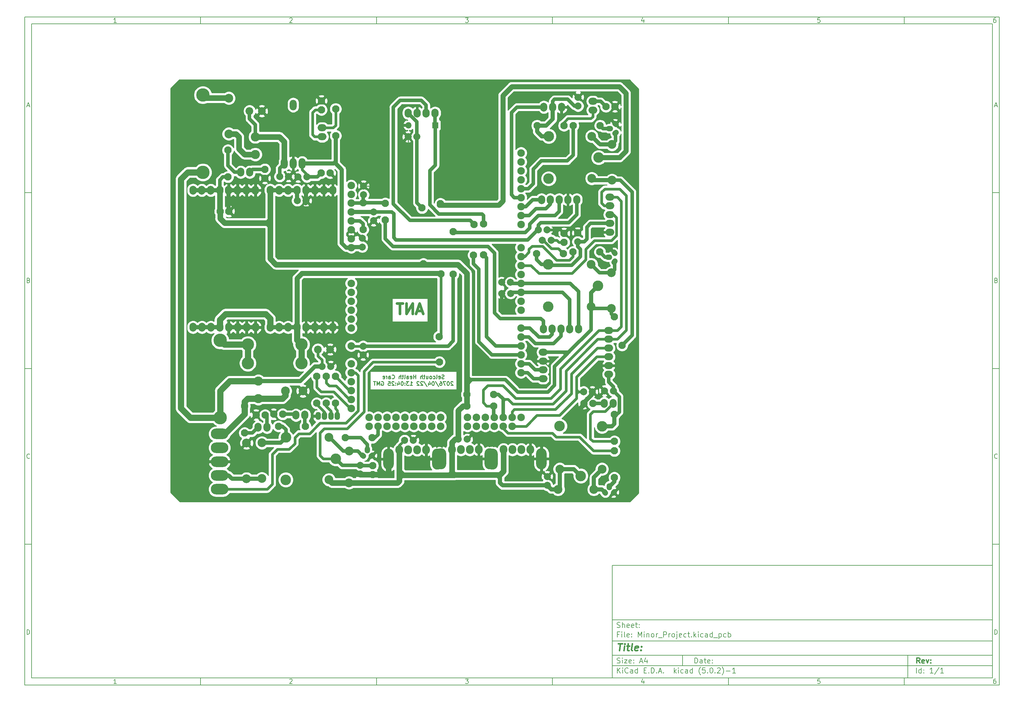
<source format=gbr>
G04 #@! TF.GenerationSoftware,KiCad,Pcbnew,(5.0.2)-1*
G04 #@! TF.CreationDate,2019-08-12T16:14:08+05:45*
G04 #@! TF.ProjectId,Minor_Project,4d696e6f-725f-4507-926f-6a6563742e6b,rev?*
G04 #@! TF.SameCoordinates,Original*
G04 #@! TF.FileFunction,Copper,L2,Bot*
G04 #@! TF.FilePolarity,Positive*
%FSLAX46Y46*%
G04 Gerber Fmt 4.6, Leading zero omitted, Abs format (unit mm)*
G04 Created by KiCad (PCBNEW (5.0.2)-1) date 8/12/2019 4:14:08 PM*
%MOMM*%
%LPD*%
G01*
G04 APERTURE LIST*
%ADD10C,0.100000*%
%ADD11C,0.150000*%
%ADD12C,0.300000*%
%ADD13C,0.400000*%
G04 #@! TA.AperFunction,NonConductor*
%ADD14C,0.250000*%
G04 #@! TD*
G04 #@! TA.AperFunction,NonConductor*
%ADD15C,0.750000*%
G04 #@! TD*
G04 #@! TA.AperFunction,ComponentPad*
%ADD16C,2.100000*%
G04 #@! TD*
G04 #@! TA.AperFunction,ComponentPad*
%ADD17C,2.150000*%
G04 #@! TD*
G04 #@! TA.AperFunction,ComponentPad*
%ADD18O,1.500000X2.300000*%
G04 #@! TD*
G04 #@! TA.AperFunction,ComponentPad*
%ADD19O,3.000000X6.000000*%
G04 #@! TD*
G04 #@! TA.AperFunction,ComponentPad*
%ADD20O,2.200000X2.500000*%
G04 #@! TD*
G04 #@! TA.AperFunction,ComponentPad*
%ADD21C,2.000000*%
G04 #@! TD*
G04 #@! TA.AperFunction,ComponentPad*
%ADD22C,2.500000*%
G04 #@! TD*
G04 #@! TA.AperFunction,ComponentPad*
%ADD23O,5.000000X3.000000*%
G04 #@! TD*
G04 #@! TA.AperFunction,ComponentPad*
%ADD24C,2.200000*%
G04 #@! TD*
G04 #@! TA.AperFunction,ComponentPad*
%ADD25R,1.800000X1.800000*%
G04 #@! TD*
G04 #@! TA.AperFunction,ComponentPad*
%ADD26O,1.800000X1.800000*%
G04 #@! TD*
G04 #@! TA.AperFunction,ComponentPad*
%ADD27C,3.500000*%
G04 #@! TD*
G04 #@! TA.AperFunction,ComponentPad*
%ADD28C,3.810000*%
G04 #@! TD*
G04 #@! TA.AperFunction,ComponentPad*
%ADD29O,2.500000X2.000000*%
G04 #@! TD*
G04 #@! TA.AperFunction,ComponentPad*
%ADD30O,2.000000X2.500000*%
G04 #@! TD*
G04 #@! TA.AperFunction,ComponentPad*
%ADD31C,2.600000*%
G04 #@! TD*
G04 #@! TA.AperFunction,ComponentPad*
%ADD32O,2.000000X1.500000*%
G04 #@! TD*
G04 #@! TA.AperFunction,ComponentPad*
%ADD33C,1.500000*%
G04 #@! TD*
G04 #@! TA.AperFunction,Conductor*
%ADD34C,1.500000*%
G04 #@! TD*
G04 #@! TA.AperFunction,ComponentPad*
%ADD35O,1.500000X2.000000*%
G04 #@! TD*
G04 #@! TA.AperFunction,ComponentPad*
%ADD36C,3.000000*%
G04 #@! TD*
G04 #@! TA.AperFunction,ComponentPad*
%ADD37O,2.000000X3.000000*%
G04 #@! TD*
G04 #@! TA.AperFunction,ComponentPad*
%ADD38O,2.050000X2.500000*%
G04 #@! TD*
G04 #@! TA.AperFunction,ViaPad*
%ADD39C,2.100000*%
G04 #@! TD*
G04 #@! TA.AperFunction,Conductor*
%ADD40C,1.800000*%
G04 #@! TD*
G04 #@! TA.AperFunction,Conductor*
%ADD41C,1.200000*%
G04 #@! TD*
G04 #@! TA.AperFunction,Conductor*
%ADD42C,1.400000*%
G04 #@! TD*
G04 #@! TA.AperFunction,Conductor*
%ADD43C,1.000000*%
G04 #@! TD*
G04 #@! TA.AperFunction,Conductor*
%ADD44C,0.800000*%
G04 #@! TD*
G04 #@! TA.AperFunction,Conductor*
%ADD45C,0.250000*%
G04 #@! TD*
G04 #@! TA.AperFunction,Conductor*
%ADD46C,1.600000*%
G04 #@! TD*
G04 #@! TA.AperFunction,Conductor*
%ADD47C,0.254000*%
G04 #@! TD*
G04 APERTURE END LIST*
D10*
D11*
X177002200Y-166007200D02*
X177002200Y-198007200D01*
X285002200Y-198007200D01*
X285002200Y-166007200D01*
X177002200Y-166007200D01*
D10*
D11*
X10000000Y-10000000D02*
X10000000Y-200007200D01*
X287002200Y-200007200D01*
X287002200Y-10000000D01*
X10000000Y-10000000D01*
D10*
D11*
X12000000Y-12000000D02*
X12000000Y-198007200D01*
X285002200Y-198007200D01*
X285002200Y-12000000D01*
X12000000Y-12000000D01*
D10*
D11*
X60000000Y-12000000D02*
X60000000Y-10000000D01*
D10*
D11*
X110000000Y-12000000D02*
X110000000Y-10000000D01*
D10*
D11*
X160000000Y-12000000D02*
X160000000Y-10000000D01*
D10*
D11*
X210000000Y-12000000D02*
X210000000Y-10000000D01*
D10*
D11*
X260000000Y-12000000D02*
X260000000Y-10000000D01*
D10*
D11*
X36065476Y-11588095D02*
X35322619Y-11588095D01*
X35694047Y-11588095D02*
X35694047Y-10288095D01*
X35570238Y-10473809D01*
X35446428Y-10597619D01*
X35322619Y-10659523D01*
D10*
D11*
X85322619Y-10411904D02*
X85384523Y-10350000D01*
X85508333Y-10288095D01*
X85817857Y-10288095D01*
X85941666Y-10350000D01*
X86003571Y-10411904D01*
X86065476Y-10535714D01*
X86065476Y-10659523D01*
X86003571Y-10845238D01*
X85260714Y-11588095D01*
X86065476Y-11588095D01*
D10*
D11*
X135260714Y-10288095D02*
X136065476Y-10288095D01*
X135632142Y-10783333D01*
X135817857Y-10783333D01*
X135941666Y-10845238D01*
X136003571Y-10907142D01*
X136065476Y-11030952D01*
X136065476Y-11340476D01*
X136003571Y-11464285D01*
X135941666Y-11526190D01*
X135817857Y-11588095D01*
X135446428Y-11588095D01*
X135322619Y-11526190D01*
X135260714Y-11464285D01*
D10*
D11*
X185941666Y-10721428D02*
X185941666Y-11588095D01*
X185632142Y-10226190D02*
X185322619Y-11154761D01*
X186127380Y-11154761D01*
D10*
D11*
X236003571Y-10288095D02*
X235384523Y-10288095D01*
X235322619Y-10907142D01*
X235384523Y-10845238D01*
X235508333Y-10783333D01*
X235817857Y-10783333D01*
X235941666Y-10845238D01*
X236003571Y-10907142D01*
X236065476Y-11030952D01*
X236065476Y-11340476D01*
X236003571Y-11464285D01*
X235941666Y-11526190D01*
X235817857Y-11588095D01*
X235508333Y-11588095D01*
X235384523Y-11526190D01*
X235322619Y-11464285D01*
D10*
D11*
X285941666Y-10288095D02*
X285694047Y-10288095D01*
X285570238Y-10350000D01*
X285508333Y-10411904D01*
X285384523Y-10597619D01*
X285322619Y-10845238D01*
X285322619Y-11340476D01*
X285384523Y-11464285D01*
X285446428Y-11526190D01*
X285570238Y-11588095D01*
X285817857Y-11588095D01*
X285941666Y-11526190D01*
X286003571Y-11464285D01*
X286065476Y-11340476D01*
X286065476Y-11030952D01*
X286003571Y-10907142D01*
X285941666Y-10845238D01*
X285817857Y-10783333D01*
X285570238Y-10783333D01*
X285446428Y-10845238D01*
X285384523Y-10907142D01*
X285322619Y-11030952D01*
D10*
D11*
X60000000Y-198007200D02*
X60000000Y-200007200D01*
D10*
D11*
X110000000Y-198007200D02*
X110000000Y-200007200D01*
D10*
D11*
X160000000Y-198007200D02*
X160000000Y-200007200D01*
D10*
D11*
X210000000Y-198007200D02*
X210000000Y-200007200D01*
D10*
D11*
X260000000Y-198007200D02*
X260000000Y-200007200D01*
D10*
D11*
X36065476Y-199595295D02*
X35322619Y-199595295D01*
X35694047Y-199595295D02*
X35694047Y-198295295D01*
X35570238Y-198481009D01*
X35446428Y-198604819D01*
X35322619Y-198666723D01*
D10*
D11*
X85322619Y-198419104D02*
X85384523Y-198357200D01*
X85508333Y-198295295D01*
X85817857Y-198295295D01*
X85941666Y-198357200D01*
X86003571Y-198419104D01*
X86065476Y-198542914D01*
X86065476Y-198666723D01*
X86003571Y-198852438D01*
X85260714Y-199595295D01*
X86065476Y-199595295D01*
D10*
D11*
X135260714Y-198295295D02*
X136065476Y-198295295D01*
X135632142Y-198790533D01*
X135817857Y-198790533D01*
X135941666Y-198852438D01*
X136003571Y-198914342D01*
X136065476Y-199038152D01*
X136065476Y-199347676D01*
X136003571Y-199471485D01*
X135941666Y-199533390D01*
X135817857Y-199595295D01*
X135446428Y-199595295D01*
X135322619Y-199533390D01*
X135260714Y-199471485D01*
D10*
D11*
X185941666Y-198728628D02*
X185941666Y-199595295D01*
X185632142Y-198233390D02*
X185322619Y-199161961D01*
X186127380Y-199161961D01*
D10*
D11*
X236003571Y-198295295D02*
X235384523Y-198295295D01*
X235322619Y-198914342D01*
X235384523Y-198852438D01*
X235508333Y-198790533D01*
X235817857Y-198790533D01*
X235941666Y-198852438D01*
X236003571Y-198914342D01*
X236065476Y-199038152D01*
X236065476Y-199347676D01*
X236003571Y-199471485D01*
X235941666Y-199533390D01*
X235817857Y-199595295D01*
X235508333Y-199595295D01*
X235384523Y-199533390D01*
X235322619Y-199471485D01*
D10*
D11*
X285941666Y-198295295D02*
X285694047Y-198295295D01*
X285570238Y-198357200D01*
X285508333Y-198419104D01*
X285384523Y-198604819D01*
X285322619Y-198852438D01*
X285322619Y-199347676D01*
X285384523Y-199471485D01*
X285446428Y-199533390D01*
X285570238Y-199595295D01*
X285817857Y-199595295D01*
X285941666Y-199533390D01*
X286003571Y-199471485D01*
X286065476Y-199347676D01*
X286065476Y-199038152D01*
X286003571Y-198914342D01*
X285941666Y-198852438D01*
X285817857Y-198790533D01*
X285570238Y-198790533D01*
X285446428Y-198852438D01*
X285384523Y-198914342D01*
X285322619Y-199038152D01*
D10*
D11*
X10000000Y-60000000D02*
X12000000Y-60000000D01*
D10*
D11*
X10000000Y-110000000D02*
X12000000Y-110000000D01*
D10*
D11*
X10000000Y-160000000D02*
X12000000Y-160000000D01*
D10*
D11*
X10690476Y-35216666D02*
X11309523Y-35216666D01*
X10566666Y-35588095D02*
X11000000Y-34288095D01*
X11433333Y-35588095D01*
D10*
D11*
X11092857Y-84907142D02*
X11278571Y-84969047D01*
X11340476Y-85030952D01*
X11402380Y-85154761D01*
X11402380Y-85340476D01*
X11340476Y-85464285D01*
X11278571Y-85526190D01*
X11154761Y-85588095D01*
X10659523Y-85588095D01*
X10659523Y-84288095D01*
X11092857Y-84288095D01*
X11216666Y-84350000D01*
X11278571Y-84411904D01*
X11340476Y-84535714D01*
X11340476Y-84659523D01*
X11278571Y-84783333D01*
X11216666Y-84845238D01*
X11092857Y-84907142D01*
X10659523Y-84907142D01*
D10*
D11*
X11402380Y-135464285D02*
X11340476Y-135526190D01*
X11154761Y-135588095D01*
X11030952Y-135588095D01*
X10845238Y-135526190D01*
X10721428Y-135402380D01*
X10659523Y-135278571D01*
X10597619Y-135030952D01*
X10597619Y-134845238D01*
X10659523Y-134597619D01*
X10721428Y-134473809D01*
X10845238Y-134350000D01*
X11030952Y-134288095D01*
X11154761Y-134288095D01*
X11340476Y-134350000D01*
X11402380Y-134411904D01*
D10*
D11*
X10659523Y-185588095D02*
X10659523Y-184288095D01*
X10969047Y-184288095D01*
X11154761Y-184350000D01*
X11278571Y-184473809D01*
X11340476Y-184597619D01*
X11402380Y-184845238D01*
X11402380Y-185030952D01*
X11340476Y-185278571D01*
X11278571Y-185402380D01*
X11154761Y-185526190D01*
X10969047Y-185588095D01*
X10659523Y-185588095D01*
D10*
D11*
X287002200Y-60000000D02*
X285002200Y-60000000D01*
D10*
D11*
X287002200Y-110000000D02*
X285002200Y-110000000D01*
D10*
D11*
X287002200Y-160000000D02*
X285002200Y-160000000D01*
D10*
D11*
X285692676Y-35216666D02*
X286311723Y-35216666D01*
X285568866Y-35588095D02*
X286002200Y-34288095D01*
X286435533Y-35588095D01*
D10*
D11*
X286095057Y-84907142D02*
X286280771Y-84969047D01*
X286342676Y-85030952D01*
X286404580Y-85154761D01*
X286404580Y-85340476D01*
X286342676Y-85464285D01*
X286280771Y-85526190D01*
X286156961Y-85588095D01*
X285661723Y-85588095D01*
X285661723Y-84288095D01*
X286095057Y-84288095D01*
X286218866Y-84350000D01*
X286280771Y-84411904D01*
X286342676Y-84535714D01*
X286342676Y-84659523D01*
X286280771Y-84783333D01*
X286218866Y-84845238D01*
X286095057Y-84907142D01*
X285661723Y-84907142D01*
D10*
D11*
X286404580Y-135464285D02*
X286342676Y-135526190D01*
X286156961Y-135588095D01*
X286033152Y-135588095D01*
X285847438Y-135526190D01*
X285723628Y-135402380D01*
X285661723Y-135278571D01*
X285599819Y-135030952D01*
X285599819Y-134845238D01*
X285661723Y-134597619D01*
X285723628Y-134473809D01*
X285847438Y-134350000D01*
X286033152Y-134288095D01*
X286156961Y-134288095D01*
X286342676Y-134350000D01*
X286404580Y-134411904D01*
D10*
D11*
X285661723Y-185588095D02*
X285661723Y-184288095D01*
X285971247Y-184288095D01*
X286156961Y-184350000D01*
X286280771Y-184473809D01*
X286342676Y-184597619D01*
X286404580Y-184845238D01*
X286404580Y-185030952D01*
X286342676Y-185278571D01*
X286280771Y-185402380D01*
X286156961Y-185526190D01*
X285971247Y-185588095D01*
X285661723Y-185588095D01*
D10*
D11*
X200434342Y-193785771D02*
X200434342Y-192285771D01*
X200791485Y-192285771D01*
X201005771Y-192357200D01*
X201148628Y-192500057D01*
X201220057Y-192642914D01*
X201291485Y-192928628D01*
X201291485Y-193142914D01*
X201220057Y-193428628D01*
X201148628Y-193571485D01*
X201005771Y-193714342D01*
X200791485Y-193785771D01*
X200434342Y-193785771D01*
X202577200Y-193785771D02*
X202577200Y-193000057D01*
X202505771Y-192857200D01*
X202362914Y-192785771D01*
X202077200Y-192785771D01*
X201934342Y-192857200D01*
X202577200Y-193714342D02*
X202434342Y-193785771D01*
X202077200Y-193785771D01*
X201934342Y-193714342D01*
X201862914Y-193571485D01*
X201862914Y-193428628D01*
X201934342Y-193285771D01*
X202077200Y-193214342D01*
X202434342Y-193214342D01*
X202577200Y-193142914D01*
X203077200Y-192785771D02*
X203648628Y-192785771D01*
X203291485Y-192285771D02*
X203291485Y-193571485D01*
X203362914Y-193714342D01*
X203505771Y-193785771D01*
X203648628Y-193785771D01*
X204720057Y-193714342D02*
X204577200Y-193785771D01*
X204291485Y-193785771D01*
X204148628Y-193714342D01*
X204077200Y-193571485D01*
X204077200Y-193000057D01*
X204148628Y-192857200D01*
X204291485Y-192785771D01*
X204577200Y-192785771D01*
X204720057Y-192857200D01*
X204791485Y-193000057D01*
X204791485Y-193142914D01*
X204077200Y-193285771D01*
X205434342Y-193642914D02*
X205505771Y-193714342D01*
X205434342Y-193785771D01*
X205362914Y-193714342D01*
X205434342Y-193642914D01*
X205434342Y-193785771D01*
X205434342Y-192857200D02*
X205505771Y-192928628D01*
X205434342Y-193000057D01*
X205362914Y-192928628D01*
X205434342Y-192857200D01*
X205434342Y-193000057D01*
D10*
D11*
X177002200Y-194507200D02*
X285002200Y-194507200D01*
D10*
D11*
X178434342Y-196585771D02*
X178434342Y-195085771D01*
X179291485Y-196585771D02*
X178648628Y-195728628D01*
X179291485Y-195085771D02*
X178434342Y-195942914D01*
X179934342Y-196585771D02*
X179934342Y-195585771D01*
X179934342Y-195085771D02*
X179862914Y-195157200D01*
X179934342Y-195228628D01*
X180005771Y-195157200D01*
X179934342Y-195085771D01*
X179934342Y-195228628D01*
X181505771Y-196442914D02*
X181434342Y-196514342D01*
X181220057Y-196585771D01*
X181077200Y-196585771D01*
X180862914Y-196514342D01*
X180720057Y-196371485D01*
X180648628Y-196228628D01*
X180577200Y-195942914D01*
X180577200Y-195728628D01*
X180648628Y-195442914D01*
X180720057Y-195300057D01*
X180862914Y-195157200D01*
X181077200Y-195085771D01*
X181220057Y-195085771D01*
X181434342Y-195157200D01*
X181505771Y-195228628D01*
X182791485Y-196585771D02*
X182791485Y-195800057D01*
X182720057Y-195657200D01*
X182577200Y-195585771D01*
X182291485Y-195585771D01*
X182148628Y-195657200D01*
X182791485Y-196514342D02*
X182648628Y-196585771D01*
X182291485Y-196585771D01*
X182148628Y-196514342D01*
X182077200Y-196371485D01*
X182077200Y-196228628D01*
X182148628Y-196085771D01*
X182291485Y-196014342D01*
X182648628Y-196014342D01*
X182791485Y-195942914D01*
X184148628Y-196585771D02*
X184148628Y-195085771D01*
X184148628Y-196514342D02*
X184005771Y-196585771D01*
X183720057Y-196585771D01*
X183577200Y-196514342D01*
X183505771Y-196442914D01*
X183434342Y-196300057D01*
X183434342Y-195871485D01*
X183505771Y-195728628D01*
X183577200Y-195657200D01*
X183720057Y-195585771D01*
X184005771Y-195585771D01*
X184148628Y-195657200D01*
X186005771Y-195800057D02*
X186505771Y-195800057D01*
X186720057Y-196585771D02*
X186005771Y-196585771D01*
X186005771Y-195085771D01*
X186720057Y-195085771D01*
X187362914Y-196442914D02*
X187434342Y-196514342D01*
X187362914Y-196585771D01*
X187291485Y-196514342D01*
X187362914Y-196442914D01*
X187362914Y-196585771D01*
X188077200Y-196585771D02*
X188077200Y-195085771D01*
X188434342Y-195085771D01*
X188648628Y-195157200D01*
X188791485Y-195300057D01*
X188862914Y-195442914D01*
X188934342Y-195728628D01*
X188934342Y-195942914D01*
X188862914Y-196228628D01*
X188791485Y-196371485D01*
X188648628Y-196514342D01*
X188434342Y-196585771D01*
X188077200Y-196585771D01*
X189577200Y-196442914D02*
X189648628Y-196514342D01*
X189577200Y-196585771D01*
X189505771Y-196514342D01*
X189577200Y-196442914D01*
X189577200Y-196585771D01*
X190220057Y-196157200D02*
X190934342Y-196157200D01*
X190077200Y-196585771D02*
X190577200Y-195085771D01*
X191077200Y-196585771D01*
X191577200Y-196442914D02*
X191648628Y-196514342D01*
X191577200Y-196585771D01*
X191505771Y-196514342D01*
X191577200Y-196442914D01*
X191577200Y-196585771D01*
X194577200Y-196585771D02*
X194577200Y-195085771D01*
X194720057Y-196014342D02*
X195148628Y-196585771D01*
X195148628Y-195585771D02*
X194577200Y-196157200D01*
X195791485Y-196585771D02*
X195791485Y-195585771D01*
X195791485Y-195085771D02*
X195720057Y-195157200D01*
X195791485Y-195228628D01*
X195862914Y-195157200D01*
X195791485Y-195085771D01*
X195791485Y-195228628D01*
X197148628Y-196514342D02*
X197005771Y-196585771D01*
X196720057Y-196585771D01*
X196577200Y-196514342D01*
X196505771Y-196442914D01*
X196434342Y-196300057D01*
X196434342Y-195871485D01*
X196505771Y-195728628D01*
X196577200Y-195657200D01*
X196720057Y-195585771D01*
X197005771Y-195585771D01*
X197148628Y-195657200D01*
X198434342Y-196585771D02*
X198434342Y-195800057D01*
X198362914Y-195657200D01*
X198220057Y-195585771D01*
X197934342Y-195585771D01*
X197791485Y-195657200D01*
X198434342Y-196514342D02*
X198291485Y-196585771D01*
X197934342Y-196585771D01*
X197791485Y-196514342D01*
X197720057Y-196371485D01*
X197720057Y-196228628D01*
X197791485Y-196085771D01*
X197934342Y-196014342D01*
X198291485Y-196014342D01*
X198434342Y-195942914D01*
X199791485Y-196585771D02*
X199791485Y-195085771D01*
X199791485Y-196514342D02*
X199648628Y-196585771D01*
X199362914Y-196585771D01*
X199220057Y-196514342D01*
X199148628Y-196442914D01*
X199077200Y-196300057D01*
X199077200Y-195871485D01*
X199148628Y-195728628D01*
X199220057Y-195657200D01*
X199362914Y-195585771D01*
X199648628Y-195585771D01*
X199791485Y-195657200D01*
X202077200Y-197157200D02*
X202005771Y-197085771D01*
X201862914Y-196871485D01*
X201791485Y-196728628D01*
X201720057Y-196514342D01*
X201648628Y-196157200D01*
X201648628Y-195871485D01*
X201720057Y-195514342D01*
X201791485Y-195300057D01*
X201862914Y-195157200D01*
X202005771Y-194942914D01*
X202077200Y-194871485D01*
X203362914Y-195085771D02*
X202648628Y-195085771D01*
X202577200Y-195800057D01*
X202648628Y-195728628D01*
X202791485Y-195657200D01*
X203148628Y-195657200D01*
X203291485Y-195728628D01*
X203362914Y-195800057D01*
X203434342Y-195942914D01*
X203434342Y-196300057D01*
X203362914Y-196442914D01*
X203291485Y-196514342D01*
X203148628Y-196585771D01*
X202791485Y-196585771D01*
X202648628Y-196514342D01*
X202577200Y-196442914D01*
X204077200Y-196442914D02*
X204148628Y-196514342D01*
X204077200Y-196585771D01*
X204005771Y-196514342D01*
X204077200Y-196442914D01*
X204077200Y-196585771D01*
X205077200Y-195085771D02*
X205220057Y-195085771D01*
X205362914Y-195157200D01*
X205434342Y-195228628D01*
X205505771Y-195371485D01*
X205577200Y-195657200D01*
X205577200Y-196014342D01*
X205505771Y-196300057D01*
X205434342Y-196442914D01*
X205362914Y-196514342D01*
X205220057Y-196585771D01*
X205077200Y-196585771D01*
X204934342Y-196514342D01*
X204862914Y-196442914D01*
X204791485Y-196300057D01*
X204720057Y-196014342D01*
X204720057Y-195657200D01*
X204791485Y-195371485D01*
X204862914Y-195228628D01*
X204934342Y-195157200D01*
X205077200Y-195085771D01*
X206220057Y-196442914D02*
X206291485Y-196514342D01*
X206220057Y-196585771D01*
X206148628Y-196514342D01*
X206220057Y-196442914D01*
X206220057Y-196585771D01*
X206862914Y-195228628D02*
X206934342Y-195157200D01*
X207077200Y-195085771D01*
X207434342Y-195085771D01*
X207577200Y-195157200D01*
X207648628Y-195228628D01*
X207720057Y-195371485D01*
X207720057Y-195514342D01*
X207648628Y-195728628D01*
X206791485Y-196585771D01*
X207720057Y-196585771D01*
X208220057Y-197157200D02*
X208291485Y-197085771D01*
X208434342Y-196871485D01*
X208505771Y-196728628D01*
X208577200Y-196514342D01*
X208648628Y-196157200D01*
X208648628Y-195871485D01*
X208577200Y-195514342D01*
X208505771Y-195300057D01*
X208434342Y-195157200D01*
X208291485Y-194942914D01*
X208220057Y-194871485D01*
X209362914Y-196014342D02*
X210505771Y-196014342D01*
X212005771Y-196585771D02*
X211148628Y-196585771D01*
X211577200Y-196585771D02*
X211577200Y-195085771D01*
X211434342Y-195300057D01*
X211291485Y-195442914D01*
X211148628Y-195514342D01*
D10*
D11*
X177002200Y-191507200D02*
X285002200Y-191507200D01*
D10*
D12*
X264411485Y-193785771D02*
X263911485Y-193071485D01*
X263554342Y-193785771D02*
X263554342Y-192285771D01*
X264125771Y-192285771D01*
X264268628Y-192357200D01*
X264340057Y-192428628D01*
X264411485Y-192571485D01*
X264411485Y-192785771D01*
X264340057Y-192928628D01*
X264268628Y-193000057D01*
X264125771Y-193071485D01*
X263554342Y-193071485D01*
X265625771Y-193714342D02*
X265482914Y-193785771D01*
X265197200Y-193785771D01*
X265054342Y-193714342D01*
X264982914Y-193571485D01*
X264982914Y-193000057D01*
X265054342Y-192857200D01*
X265197200Y-192785771D01*
X265482914Y-192785771D01*
X265625771Y-192857200D01*
X265697200Y-193000057D01*
X265697200Y-193142914D01*
X264982914Y-193285771D01*
X266197200Y-192785771D02*
X266554342Y-193785771D01*
X266911485Y-192785771D01*
X267482914Y-193642914D02*
X267554342Y-193714342D01*
X267482914Y-193785771D01*
X267411485Y-193714342D01*
X267482914Y-193642914D01*
X267482914Y-193785771D01*
X267482914Y-192857200D02*
X267554342Y-192928628D01*
X267482914Y-193000057D01*
X267411485Y-192928628D01*
X267482914Y-192857200D01*
X267482914Y-193000057D01*
D10*
D11*
X178362914Y-193714342D02*
X178577200Y-193785771D01*
X178934342Y-193785771D01*
X179077200Y-193714342D01*
X179148628Y-193642914D01*
X179220057Y-193500057D01*
X179220057Y-193357200D01*
X179148628Y-193214342D01*
X179077200Y-193142914D01*
X178934342Y-193071485D01*
X178648628Y-193000057D01*
X178505771Y-192928628D01*
X178434342Y-192857200D01*
X178362914Y-192714342D01*
X178362914Y-192571485D01*
X178434342Y-192428628D01*
X178505771Y-192357200D01*
X178648628Y-192285771D01*
X179005771Y-192285771D01*
X179220057Y-192357200D01*
X179862914Y-193785771D02*
X179862914Y-192785771D01*
X179862914Y-192285771D02*
X179791485Y-192357200D01*
X179862914Y-192428628D01*
X179934342Y-192357200D01*
X179862914Y-192285771D01*
X179862914Y-192428628D01*
X180434342Y-192785771D02*
X181220057Y-192785771D01*
X180434342Y-193785771D01*
X181220057Y-193785771D01*
X182362914Y-193714342D02*
X182220057Y-193785771D01*
X181934342Y-193785771D01*
X181791485Y-193714342D01*
X181720057Y-193571485D01*
X181720057Y-193000057D01*
X181791485Y-192857200D01*
X181934342Y-192785771D01*
X182220057Y-192785771D01*
X182362914Y-192857200D01*
X182434342Y-193000057D01*
X182434342Y-193142914D01*
X181720057Y-193285771D01*
X183077200Y-193642914D02*
X183148628Y-193714342D01*
X183077200Y-193785771D01*
X183005771Y-193714342D01*
X183077200Y-193642914D01*
X183077200Y-193785771D01*
X183077200Y-192857200D02*
X183148628Y-192928628D01*
X183077200Y-193000057D01*
X183005771Y-192928628D01*
X183077200Y-192857200D01*
X183077200Y-193000057D01*
X184862914Y-193357200D02*
X185577200Y-193357200D01*
X184720057Y-193785771D02*
X185220057Y-192285771D01*
X185720057Y-193785771D01*
X186862914Y-192785771D02*
X186862914Y-193785771D01*
X186505771Y-192214342D02*
X186148628Y-193285771D01*
X187077200Y-193285771D01*
D10*
D11*
X263434342Y-196585771D02*
X263434342Y-195085771D01*
X264791485Y-196585771D02*
X264791485Y-195085771D01*
X264791485Y-196514342D02*
X264648628Y-196585771D01*
X264362914Y-196585771D01*
X264220057Y-196514342D01*
X264148628Y-196442914D01*
X264077200Y-196300057D01*
X264077200Y-195871485D01*
X264148628Y-195728628D01*
X264220057Y-195657200D01*
X264362914Y-195585771D01*
X264648628Y-195585771D01*
X264791485Y-195657200D01*
X265505771Y-196442914D02*
X265577200Y-196514342D01*
X265505771Y-196585771D01*
X265434342Y-196514342D01*
X265505771Y-196442914D01*
X265505771Y-196585771D01*
X265505771Y-195657200D02*
X265577200Y-195728628D01*
X265505771Y-195800057D01*
X265434342Y-195728628D01*
X265505771Y-195657200D01*
X265505771Y-195800057D01*
X268148628Y-196585771D02*
X267291485Y-196585771D01*
X267720057Y-196585771D02*
X267720057Y-195085771D01*
X267577200Y-195300057D01*
X267434342Y-195442914D01*
X267291485Y-195514342D01*
X269862914Y-195014342D02*
X268577200Y-196942914D01*
X271148628Y-196585771D02*
X270291485Y-196585771D01*
X270720057Y-196585771D02*
X270720057Y-195085771D01*
X270577200Y-195300057D01*
X270434342Y-195442914D01*
X270291485Y-195514342D01*
D10*
D11*
X177002200Y-187507200D02*
X285002200Y-187507200D01*
D10*
D13*
X178714580Y-188211961D02*
X179857438Y-188211961D01*
X179036009Y-190211961D02*
X179286009Y-188211961D01*
X180274104Y-190211961D02*
X180440771Y-188878628D01*
X180524104Y-188211961D02*
X180416961Y-188307200D01*
X180500295Y-188402438D01*
X180607438Y-188307200D01*
X180524104Y-188211961D01*
X180500295Y-188402438D01*
X181107438Y-188878628D02*
X181869342Y-188878628D01*
X181476485Y-188211961D02*
X181262200Y-189926247D01*
X181333628Y-190116723D01*
X181512200Y-190211961D01*
X181702676Y-190211961D01*
X182655057Y-190211961D02*
X182476485Y-190116723D01*
X182405057Y-189926247D01*
X182619342Y-188211961D01*
X184190771Y-190116723D02*
X183988390Y-190211961D01*
X183607438Y-190211961D01*
X183428866Y-190116723D01*
X183357438Y-189926247D01*
X183452676Y-189164342D01*
X183571723Y-188973866D01*
X183774104Y-188878628D01*
X184155057Y-188878628D01*
X184333628Y-188973866D01*
X184405057Y-189164342D01*
X184381247Y-189354819D01*
X183405057Y-189545295D01*
X185155057Y-190021485D02*
X185238390Y-190116723D01*
X185131247Y-190211961D01*
X185047914Y-190116723D01*
X185155057Y-190021485D01*
X185131247Y-190211961D01*
X185286009Y-188973866D02*
X185369342Y-189069104D01*
X185262200Y-189164342D01*
X185178866Y-189069104D01*
X185286009Y-188973866D01*
X185262200Y-189164342D01*
D10*
D11*
X178934342Y-185600057D02*
X178434342Y-185600057D01*
X178434342Y-186385771D02*
X178434342Y-184885771D01*
X179148628Y-184885771D01*
X179720057Y-186385771D02*
X179720057Y-185385771D01*
X179720057Y-184885771D02*
X179648628Y-184957200D01*
X179720057Y-185028628D01*
X179791485Y-184957200D01*
X179720057Y-184885771D01*
X179720057Y-185028628D01*
X180648628Y-186385771D02*
X180505771Y-186314342D01*
X180434342Y-186171485D01*
X180434342Y-184885771D01*
X181791485Y-186314342D02*
X181648628Y-186385771D01*
X181362914Y-186385771D01*
X181220057Y-186314342D01*
X181148628Y-186171485D01*
X181148628Y-185600057D01*
X181220057Y-185457200D01*
X181362914Y-185385771D01*
X181648628Y-185385771D01*
X181791485Y-185457200D01*
X181862914Y-185600057D01*
X181862914Y-185742914D01*
X181148628Y-185885771D01*
X182505771Y-186242914D02*
X182577200Y-186314342D01*
X182505771Y-186385771D01*
X182434342Y-186314342D01*
X182505771Y-186242914D01*
X182505771Y-186385771D01*
X182505771Y-185457200D02*
X182577200Y-185528628D01*
X182505771Y-185600057D01*
X182434342Y-185528628D01*
X182505771Y-185457200D01*
X182505771Y-185600057D01*
X184362914Y-186385771D02*
X184362914Y-184885771D01*
X184862914Y-185957200D01*
X185362914Y-184885771D01*
X185362914Y-186385771D01*
X186077200Y-186385771D02*
X186077200Y-185385771D01*
X186077200Y-184885771D02*
X186005771Y-184957200D01*
X186077200Y-185028628D01*
X186148628Y-184957200D01*
X186077200Y-184885771D01*
X186077200Y-185028628D01*
X186791485Y-185385771D02*
X186791485Y-186385771D01*
X186791485Y-185528628D02*
X186862914Y-185457200D01*
X187005771Y-185385771D01*
X187220057Y-185385771D01*
X187362914Y-185457200D01*
X187434342Y-185600057D01*
X187434342Y-186385771D01*
X188362914Y-186385771D02*
X188220057Y-186314342D01*
X188148628Y-186242914D01*
X188077200Y-186100057D01*
X188077200Y-185671485D01*
X188148628Y-185528628D01*
X188220057Y-185457200D01*
X188362914Y-185385771D01*
X188577200Y-185385771D01*
X188720057Y-185457200D01*
X188791485Y-185528628D01*
X188862914Y-185671485D01*
X188862914Y-186100057D01*
X188791485Y-186242914D01*
X188720057Y-186314342D01*
X188577200Y-186385771D01*
X188362914Y-186385771D01*
X189505771Y-186385771D02*
X189505771Y-185385771D01*
X189505771Y-185671485D02*
X189577200Y-185528628D01*
X189648628Y-185457200D01*
X189791485Y-185385771D01*
X189934342Y-185385771D01*
X190077200Y-186528628D02*
X191220057Y-186528628D01*
X191577200Y-186385771D02*
X191577200Y-184885771D01*
X192148628Y-184885771D01*
X192291485Y-184957200D01*
X192362914Y-185028628D01*
X192434342Y-185171485D01*
X192434342Y-185385771D01*
X192362914Y-185528628D01*
X192291485Y-185600057D01*
X192148628Y-185671485D01*
X191577200Y-185671485D01*
X193077200Y-186385771D02*
X193077200Y-185385771D01*
X193077200Y-185671485D02*
X193148628Y-185528628D01*
X193220057Y-185457200D01*
X193362914Y-185385771D01*
X193505771Y-185385771D01*
X194220057Y-186385771D02*
X194077200Y-186314342D01*
X194005771Y-186242914D01*
X193934342Y-186100057D01*
X193934342Y-185671485D01*
X194005771Y-185528628D01*
X194077200Y-185457200D01*
X194220057Y-185385771D01*
X194434342Y-185385771D01*
X194577200Y-185457200D01*
X194648628Y-185528628D01*
X194720057Y-185671485D01*
X194720057Y-186100057D01*
X194648628Y-186242914D01*
X194577200Y-186314342D01*
X194434342Y-186385771D01*
X194220057Y-186385771D01*
X195362914Y-185385771D02*
X195362914Y-186671485D01*
X195291485Y-186814342D01*
X195148628Y-186885771D01*
X195077200Y-186885771D01*
X195362914Y-184885771D02*
X195291485Y-184957200D01*
X195362914Y-185028628D01*
X195434342Y-184957200D01*
X195362914Y-184885771D01*
X195362914Y-185028628D01*
X196648628Y-186314342D02*
X196505771Y-186385771D01*
X196220057Y-186385771D01*
X196077200Y-186314342D01*
X196005771Y-186171485D01*
X196005771Y-185600057D01*
X196077200Y-185457200D01*
X196220057Y-185385771D01*
X196505771Y-185385771D01*
X196648628Y-185457200D01*
X196720057Y-185600057D01*
X196720057Y-185742914D01*
X196005771Y-185885771D01*
X198005771Y-186314342D02*
X197862914Y-186385771D01*
X197577200Y-186385771D01*
X197434342Y-186314342D01*
X197362914Y-186242914D01*
X197291485Y-186100057D01*
X197291485Y-185671485D01*
X197362914Y-185528628D01*
X197434342Y-185457200D01*
X197577200Y-185385771D01*
X197862914Y-185385771D01*
X198005771Y-185457200D01*
X198434342Y-185385771D02*
X199005771Y-185385771D01*
X198648628Y-184885771D02*
X198648628Y-186171485D01*
X198720057Y-186314342D01*
X198862914Y-186385771D01*
X199005771Y-186385771D01*
X199505771Y-186242914D02*
X199577200Y-186314342D01*
X199505771Y-186385771D01*
X199434342Y-186314342D01*
X199505771Y-186242914D01*
X199505771Y-186385771D01*
X200220057Y-186385771D02*
X200220057Y-184885771D01*
X200362914Y-185814342D02*
X200791485Y-186385771D01*
X200791485Y-185385771D02*
X200220057Y-185957200D01*
X201434342Y-186385771D02*
X201434342Y-185385771D01*
X201434342Y-184885771D02*
X201362914Y-184957200D01*
X201434342Y-185028628D01*
X201505771Y-184957200D01*
X201434342Y-184885771D01*
X201434342Y-185028628D01*
X202791485Y-186314342D02*
X202648628Y-186385771D01*
X202362914Y-186385771D01*
X202220057Y-186314342D01*
X202148628Y-186242914D01*
X202077200Y-186100057D01*
X202077200Y-185671485D01*
X202148628Y-185528628D01*
X202220057Y-185457200D01*
X202362914Y-185385771D01*
X202648628Y-185385771D01*
X202791485Y-185457200D01*
X204077200Y-186385771D02*
X204077200Y-185600057D01*
X204005771Y-185457200D01*
X203862914Y-185385771D01*
X203577200Y-185385771D01*
X203434342Y-185457200D01*
X204077200Y-186314342D02*
X203934342Y-186385771D01*
X203577200Y-186385771D01*
X203434342Y-186314342D01*
X203362914Y-186171485D01*
X203362914Y-186028628D01*
X203434342Y-185885771D01*
X203577200Y-185814342D01*
X203934342Y-185814342D01*
X204077200Y-185742914D01*
X205434342Y-186385771D02*
X205434342Y-184885771D01*
X205434342Y-186314342D02*
X205291485Y-186385771D01*
X205005771Y-186385771D01*
X204862914Y-186314342D01*
X204791485Y-186242914D01*
X204720057Y-186100057D01*
X204720057Y-185671485D01*
X204791485Y-185528628D01*
X204862914Y-185457200D01*
X205005771Y-185385771D01*
X205291485Y-185385771D01*
X205434342Y-185457200D01*
X205791485Y-186528628D02*
X206934342Y-186528628D01*
X207291485Y-185385771D02*
X207291485Y-186885771D01*
X207291485Y-185457200D02*
X207434342Y-185385771D01*
X207720057Y-185385771D01*
X207862914Y-185457200D01*
X207934342Y-185528628D01*
X208005771Y-185671485D01*
X208005771Y-186100057D01*
X207934342Y-186242914D01*
X207862914Y-186314342D01*
X207720057Y-186385771D01*
X207434342Y-186385771D01*
X207291485Y-186314342D01*
X209291485Y-186314342D02*
X209148628Y-186385771D01*
X208862914Y-186385771D01*
X208720057Y-186314342D01*
X208648628Y-186242914D01*
X208577200Y-186100057D01*
X208577200Y-185671485D01*
X208648628Y-185528628D01*
X208720057Y-185457200D01*
X208862914Y-185385771D01*
X209148628Y-185385771D01*
X209291485Y-185457200D01*
X209934342Y-186385771D02*
X209934342Y-184885771D01*
X209934342Y-185457200D02*
X210077200Y-185385771D01*
X210362914Y-185385771D01*
X210505771Y-185457200D01*
X210577200Y-185528628D01*
X210648628Y-185671485D01*
X210648628Y-186100057D01*
X210577200Y-186242914D01*
X210505771Y-186314342D01*
X210362914Y-186385771D01*
X210077200Y-186385771D01*
X209934342Y-186314342D01*
D10*
D11*
X177002200Y-181507200D02*
X285002200Y-181507200D01*
D10*
D11*
X178362914Y-183614342D02*
X178577200Y-183685771D01*
X178934342Y-183685771D01*
X179077200Y-183614342D01*
X179148628Y-183542914D01*
X179220057Y-183400057D01*
X179220057Y-183257200D01*
X179148628Y-183114342D01*
X179077200Y-183042914D01*
X178934342Y-182971485D01*
X178648628Y-182900057D01*
X178505771Y-182828628D01*
X178434342Y-182757200D01*
X178362914Y-182614342D01*
X178362914Y-182471485D01*
X178434342Y-182328628D01*
X178505771Y-182257200D01*
X178648628Y-182185771D01*
X179005771Y-182185771D01*
X179220057Y-182257200D01*
X179862914Y-183685771D02*
X179862914Y-182185771D01*
X180505771Y-183685771D02*
X180505771Y-182900057D01*
X180434342Y-182757200D01*
X180291485Y-182685771D01*
X180077200Y-182685771D01*
X179934342Y-182757200D01*
X179862914Y-182828628D01*
X181791485Y-183614342D02*
X181648628Y-183685771D01*
X181362914Y-183685771D01*
X181220057Y-183614342D01*
X181148628Y-183471485D01*
X181148628Y-182900057D01*
X181220057Y-182757200D01*
X181362914Y-182685771D01*
X181648628Y-182685771D01*
X181791485Y-182757200D01*
X181862914Y-182900057D01*
X181862914Y-183042914D01*
X181148628Y-183185771D01*
X183077200Y-183614342D02*
X182934342Y-183685771D01*
X182648628Y-183685771D01*
X182505771Y-183614342D01*
X182434342Y-183471485D01*
X182434342Y-182900057D01*
X182505771Y-182757200D01*
X182648628Y-182685771D01*
X182934342Y-182685771D01*
X183077200Y-182757200D01*
X183148628Y-182900057D01*
X183148628Y-183042914D01*
X182434342Y-183185771D01*
X183577200Y-182685771D02*
X184148628Y-182685771D01*
X183791485Y-182185771D02*
X183791485Y-183471485D01*
X183862914Y-183614342D01*
X184005771Y-183685771D01*
X184148628Y-183685771D01*
X184648628Y-183542914D02*
X184720057Y-183614342D01*
X184648628Y-183685771D01*
X184577200Y-183614342D01*
X184648628Y-183542914D01*
X184648628Y-183685771D01*
X184648628Y-182757200D02*
X184720057Y-182828628D01*
X184648628Y-182900057D01*
X184577200Y-182828628D01*
X184648628Y-182757200D01*
X184648628Y-182900057D01*
D10*
D11*
X197002200Y-191507200D02*
X197002200Y-194507200D01*
D10*
D11*
X261002200Y-191507200D02*
X261002200Y-198007200D01*
D14*
X129150238Y-112835238D02*
X128993095Y-112887619D01*
X128731190Y-112887619D01*
X128626428Y-112835238D01*
X128574047Y-112782857D01*
X128521666Y-112678095D01*
X128521666Y-112573333D01*
X128574047Y-112468571D01*
X128626428Y-112416190D01*
X128731190Y-112363809D01*
X128940714Y-112311428D01*
X129045476Y-112259047D01*
X129097857Y-112206666D01*
X129150238Y-112101904D01*
X129150238Y-111997142D01*
X129097857Y-111892380D01*
X129045476Y-111840000D01*
X128940714Y-111787619D01*
X128678809Y-111787619D01*
X128521666Y-111840000D01*
X127631190Y-112835238D02*
X127735952Y-112887619D01*
X127945476Y-112887619D01*
X128050238Y-112835238D01*
X128102619Y-112730476D01*
X128102619Y-112311428D01*
X128050238Y-112206666D01*
X127945476Y-112154285D01*
X127735952Y-112154285D01*
X127631190Y-112206666D01*
X127578809Y-112311428D01*
X127578809Y-112416190D01*
X128102619Y-112520952D01*
X126950238Y-112887619D02*
X127055000Y-112835238D01*
X127107380Y-112730476D01*
X127107380Y-111787619D01*
X126059761Y-112835238D02*
X126164523Y-112887619D01*
X126374047Y-112887619D01*
X126478809Y-112835238D01*
X126531190Y-112782857D01*
X126583571Y-112678095D01*
X126583571Y-112363809D01*
X126531190Y-112259047D01*
X126478809Y-112206666D01*
X126374047Y-112154285D01*
X126164523Y-112154285D01*
X126059761Y-112206666D01*
X125431190Y-112887619D02*
X125535952Y-112835238D01*
X125588333Y-112782857D01*
X125640714Y-112678095D01*
X125640714Y-112363809D01*
X125588333Y-112259047D01*
X125535952Y-112206666D01*
X125431190Y-112154285D01*
X125274047Y-112154285D01*
X125169285Y-112206666D01*
X125116904Y-112259047D01*
X125064523Y-112363809D01*
X125064523Y-112678095D01*
X125116904Y-112782857D01*
X125169285Y-112835238D01*
X125274047Y-112887619D01*
X125431190Y-112887619D01*
X124121666Y-112154285D02*
X124121666Y-112887619D01*
X124593095Y-112154285D02*
X124593095Y-112730476D01*
X124540714Y-112835238D01*
X124435952Y-112887619D01*
X124278809Y-112887619D01*
X124174047Y-112835238D01*
X124121666Y-112782857D01*
X123755000Y-112154285D02*
X123335952Y-112154285D01*
X123597857Y-111787619D02*
X123597857Y-112730476D01*
X123545476Y-112835238D01*
X123440714Y-112887619D01*
X123335952Y-112887619D01*
X122969285Y-112887619D02*
X122969285Y-111787619D01*
X122497857Y-112887619D02*
X122497857Y-112311428D01*
X122550238Y-112206666D01*
X122655000Y-112154285D01*
X122812142Y-112154285D01*
X122916904Y-112206666D01*
X122969285Y-112259047D01*
X121135952Y-112887619D02*
X121135952Y-111787619D01*
X121135952Y-112311428D02*
X120507380Y-112311428D01*
X120507380Y-112887619D02*
X120507380Y-111787619D01*
X119564523Y-112835238D02*
X119669285Y-112887619D01*
X119878809Y-112887619D01*
X119983571Y-112835238D01*
X120035952Y-112730476D01*
X120035952Y-112311428D01*
X119983571Y-112206666D01*
X119878809Y-112154285D01*
X119669285Y-112154285D01*
X119564523Y-112206666D01*
X119512142Y-112311428D01*
X119512142Y-112416190D01*
X120035952Y-112520952D01*
X118569285Y-112887619D02*
X118569285Y-112311428D01*
X118621666Y-112206666D01*
X118726428Y-112154285D01*
X118935952Y-112154285D01*
X119040714Y-112206666D01*
X118569285Y-112835238D02*
X118674047Y-112887619D01*
X118935952Y-112887619D01*
X119040714Y-112835238D01*
X119093095Y-112730476D01*
X119093095Y-112625714D01*
X119040714Y-112520952D01*
X118935952Y-112468571D01*
X118674047Y-112468571D01*
X118569285Y-112416190D01*
X117888333Y-112887619D02*
X117993095Y-112835238D01*
X118045476Y-112730476D01*
X118045476Y-111787619D01*
X117626428Y-112154285D02*
X117207380Y-112154285D01*
X117469285Y-111787619D02*
X117469285Y-112730476D01*
X117416904Y-112835238D01*
X117312142Y-112887619D01*
X117207380Y-112887619D01*
X116840714Y-112887619D02*
X116840714Y-111787619D01*
X116369285Y-112887619D02*
X116369285Y-112311428D01*
X116421666Y-112206666D01*
X116526428Y-112154285D01*
X116683571Y-112154285D01*
X116788333Y-112206666D01*
X116840714Y-112259047D01*
X114378809Y-112782857D02*
X114431190Y-112835238D01*
X114588333Y-112887619D01*
X114693095Y-112887619D01*
X114850238Y-112835238D01*
X114955000Y-112730476D01*
X115007380Y-112625714D01*
X115059761Y-112416190D01*
X115059761Y-112259047D01*
X115007380Y-112049523D01*
X114955000Y-111944761D01*
X114850238Y-111840000D01*
X114693095Y-111787619D01*
X114588333Y-111787619D01*
X114431190Y-111840000D01*
X114378809Y-111892380D01*
X113435952Y-112887619D02*
X113435952Y-112311428D01*
X113488333Y-112206666D01*
X113593095Y-112154285D01*
X113802619Y-112154285D01*
X113907380Y-112206666D01*
X113435952Y-112835238D02*
X113540714Y-112887619D01*
X113802619Y-112887619D01*
X113907380Y-112835238D01*
X113959761Y-112730476D01*
X113959761Y-112625714D01*
X113907380Y-112520952D01*
X113802619Y-112468571D01*
X113540714Y-112468571D01*
X113435952Y-112416190D01*
X112912142Y-112887619D02*
X112912142Y-112154285D01*
X112912142Y-112363809D02*
X112859761Y-112259047D01*
X112807380Y-112206666D01*
X112702619Y-112154285D01*
X112597857Y-112154285D01*
X111812142Y-112835238D02*
X111916904Y-112887619D01*
X112126428Y-112887619D01*
X112231190Y-112835238D01*
X112283571Y-112730476D01*
X112283571Y-112311428D01*
X112231190Y-112206666D01*
X112126428Y-112154285D01*
X111916904Y-112154285D01*
X111812142Y-112206666D01*
X111759761Y-112311428D01*
X111759761Y-112416190D01*
X112283571Y-112520952D01*
X131690714Y-113792380D02*
X131638333Y-113740000D01*
X131533571Y-113687619D01*
X131271666Y-113687619D01*
X131166904Y-113740000D01*
X131114523Y-113792380D01*
X131062142Y-113897142D01*
X131062142Y-114001904D01*
X131114523Y-114159047D01*
X131743095Y-114787619D01*
X131062142Y-114787619D01*
X130381190Y-113687619D02*
X130276428Y-113687619D01*
X130171666Y-113740000D01*
X130119285Y-113792380D01*
X130066904Y-113897142D01*
X130014523Y-114106666D01*
X130014523Y-114368571D01*
X130066904Y-114578095D01*
X130119285Y-114682857D01*
X130171666Y-114735238D01*
X130276428Y-114787619D01*
X130381190Y-114787619D01*
X130485952Y-114735238D01*
X130538333Y-114682857D01*
X130590714Y-114578095D01*
X130643095Y-114368571D01*
X130643095Y-114106666D01*
X130590714Y-113897142D01*
X130538333Y-113792380D01*
X130485952Y-113740000D01*
X130381190Y-113687619D01*
X129647857Y-113687619D02*
X128914523Y-113687619D01*
X129385952Y-114787619D01*
X128024047Y-113687619D02*
X128233571Y-113687619D01*
X128338333Y-113740000D01*
X128390714Y-113792380D01*
X128495476Y-113949523D01*
X128547857Y-114159047D01*
X128547857Y-114578095D01*
X128495476Y-114682857D01*
X128443095Y-114735238D01*
X128338333Y-114787619D01*
X128128809Y-114787619D01*
X128024047Y-114735238D01*
X127971666Y-114682857D01*
X127919285Y-114578095D01*
X127919285Y-114316190D01*
X127971666Y-114211428D01*
X128024047Y-114159047D01*
X128128809Y-114106666D01*
X128338333Y-114106666D01*
X128443095Y-114159047D01*
X128495476Y-114211428D01*
X128547857Y-114316190D01*
X126662142Y-113635238D02*
X127605000Y-115049523D01*
X126085952Y-113687619D02*
X125981190Y-113687619D01*
X125876428Y-113740000D01*
X125824047Y-113792380D01*
X125771666Y-113897142D01*
X125719285Y-114106666D01*
X125719285Y-114368571D01*
X125771666Y-114578095D01*
X125824047Y-114682857D01*
X125876428Y-114735238D01*
X125981190Y-114787619D01*
X126085952Y-114787619D01*
X126190714Y-114735238D01*
X126243095Y-114682857D01*
X126295476Y-114578095D01*
X126347857Y-114368571D01*
X126347857Y-114106666D01*
X126295476Y-113897142D01*
X126243095Y-113792380D01*
X126190714Y-113740000D01*
X126085952Y-113687619D01*
X124776428Y-114054285D02*
X124776428Y-114787619D01*
X125038333Y-113635238D02*
X125300238Y-114420952D01*
X124619285Y-114420952D01*
X123414523Y-113635238D02*
X124357380Y-115049523D01*
X123100238Y-113792380D02*
X123047857Y-113740000D01*
X122943095Y-113687619D01*
X122681190Y-113687619D01*
X122576428Y-113740000D01*
X122524047Y-113792380D01*
X122471666Y-113897142D01*
X122471666Y-114001904D01*
X122524047Y-114159047D01*
X123152619Y-114787619D01*
X122471666Y-114787619D01*
X122052619Y-113792380D02*
X122000238Y-113740000D01*
X121895476Y-113687619D01*
X121633571Y-113687619D01*
X121528809Y-113740000D01*
X121476428Y-113792380D01*
X121424047Y-113897142D01*
X121424047Y-114001904D01*
X121476428Y-114159047D01*
X122105000Y-114787619D01*
X121424047Y-114787619D01*
X119538333Y-114787619D02*
X120166904Y-114787619D01*
X119852619Y-114787619D02*
X119852619Y-113687619D01*
X119957380Y-113844761D01*
X120062142Y-113949523D01*
X120166904Y-114001904D01*
X119171666Y-113687619D02*
X118490714Y-113687619D01*
X118857380Y-114106666D01*
X118700238Y-114106666D01*
X118595476Y-114159047D01*
X118543095Y-114211428D01*
X118490714Y-114316190D01*
X118490714Y-114578095D01*
X118543095Y-114682857D01*
X118595476Y-114735238D01*
X118700238Y-114787619D01*
X119014523Y-114787619D01*
X119119285Y-114735238D01*
X119171666Y-114682857D01*
X118019285Y-114682857D02*
X117966904Y-114735238D01*
X118019285Y-114787619D01*
X118071666Y-114735238D01*
X118019285Y-114682857D01*
X118019285Y-114787619D01*
X118019285Y-114106666D02*
X117966904Y-114159047D01*
X118019285Y-114211428D01*
X118071666Y-114159047D01*
X118019285Y-114106666D01*
X118019285Y-114211428D01*
X117285952Y-113687619D02*
X117181190Y-113687619D01*
X117076428Y-113740000D01*
X117024047Y-113792380D01*
X116971666Y-113897142D01*
X116919285Y-114106666D01*
X116919285Y-114368571D01*
X116971666Y-114578095D01*
X117024047Y-114682857D01*
X117076428Y-114735238D01*
X117181190Y-114787619D01*
X117285952Y-114787619D01*
X117390714Y-114735238D01*
X117443095Y-114682857D01*
X117495476Y-114578095D01*
X117547857Y-114368571D01*
X117547857Y-114106666D01*
X117495476Y-113897142D01*
X117443095Y-113792380D01*
X117390714Y-113740000D01*
X117285952Y-113687619D01*
X115976428Y-114054285D02*
X115976428Y-114787619D01*
X116238333Y-113635238D02*
X116500238Y-114420952D01*
X115819285Y-114420952D01*
X115400238Y-114682857D02*
X115347857Y-114735238D01*
X115400238Y-114787619D01*
X115452619Y-114735238D01*
X115400238Y-114682857D01*
X115400238Y-114787619D01*
X115400238Y-114106666D02*
X115347857Y-114159047D01*
X115400238Y-114211428D01*
X115452619Y-114159047D01*
X115400238Y-114106666D01*
X115400238Y-114211428D01*
X114928809Y-113792380D02*
X114876428Y-113740000D01*
X114771666Y-113687619D01*
X114509761Y-113687619D01*
X114405000Y-113740000D01*
X114352619Y-113792380D01*
X114300238Y-113897142D01*
X114300238Y-114001904D01*
X114352619Y-114159047D01*
X114981190Y-114787619D01*
X114300238Y-114787619D01*
X113305000Y-113687619D02*
X113828809Y-113687619D01*
X113881190Y-114211428D01*
X113828809Y-114159047D01*
X113724047Y-114106666D01*
X113462142Y-114106666D01*
X113357380Y-114159047D01*
X113305000Y-114211428D01*
X113252619Y-114316190D01*
X113252619Y-114578095D01*
X113305000Y-114682857D01*
X113357380Y-114735238D01*
X113462142Y-114787619D01*
X113724047Y-114787619D01*
X113828809Y-114735238D01*
X113881190Y-114682857D01*
X111366904Y-113740000D02*
X111471666Y-113687619D01*
X111628809Y-113687619D01*
X111785952Y-113740000D01*
X111890714Y-113844761D01*
X111943095Y-113949523D01*
X111995476Y-114159047D01*
X111995476Y-114316190D01*
X111943095Y-114525714D01*
X111890714Y-114630476D01*
X111785952Y-114735238D01*
X111628809Y-114787619D01*
X111524047Y-114787619D01*
X111366904Y-114735238D01*
X111314523Y-114682857D01*
X111314523Y-114316190D01*
X111524047Y-114316190D01*
X110843095Y-114787619D02*
X110843095Y-113687619D01*
X110476428Y-114473333D01*
X110109761Y-113687619D01*
X110109761Y-114787619D01*
X109743095Y-113687619D02*
X109114523Y-113687619D01*
X109428809Y-114787619D02*
X109428809Y-113687619D01*
D15*
X122933571Y-93590000D02*
X121505000Y-93590000D01*
X123219285Y-94447142D02*
X122219285Y-91447142D01*
X121219285Y-94447142D01*
X120219285Y-94447142D02*
X120219285Y-91447142D01*
X118505000Y-94447142D01*
X118505000Y-91447142D01*
X117505000Y-91447142D02*
X115790714Y-91447142D01*
X116647857Y-94447142D02*
X116647857Y-91447142D01*
D16*
G04 #@! TO.P,C24,2*
G04 #@! TO.N,GND*
X108940000Y-140110000D03*
G04 #@! TO.P,C24,1*
G04 #@! TO.N,+12V*
X108940000Y-137610000D03*
G04 #@! TD*
D17*
G04 #@! TO.P,U2,GND*
G04 #@! TO.N,N/C*
X107874700Y-123862300D03*
X107874700Y-126402300D03*
G04 #@! TO.P,U2,23*
G04 #@! TO.N,/GUN_EEPROM_VCC*
X148514700Y-126402300D03*
G04 #@! TO.P,U2,22*
G04 #@! TO.N,/GUN_TRIGGER*
X148514700Y-123862300D03*
G04 #@! TO.P,U2,VCC*
G04 #@! TO.N,N/C*
X151054700Y-123862300D03*
G04 #@! TO.P,U2,53*
G04 #@! TO.N,/POWER_CUTOFF*
X110414700Y-126402300D03*
G04 #@! TO.P,U2,52*
G04 #@! TO.N,N/C*
X110414700Y-123862300D03*
G04 #@! TO.P,U2,51*
X112954700Y-126402300D03*
G04 #@! TO.P,U2,50*
X112954700Y-123862300D03*
G04 #@! TO.P,U2,49*
X115494700Y-126402300D03*
G04 #@! TO.P,U2,48*
X115494700Y-123862300D03*
G04 #@! TO.P,U2,47*
X118034700Y-126402300D03*
G04 #@! TO.P,U2,46*
X118034700Y-123862300D03*
G04 #@! TO.P,U2,45*
X120574700Y-126402300D03*
G04 #@! TO.P,U2,44*
X120574700Y-123862300D03*
G04 #@! TO.P,U2,43*
X123114700Y-126402300D03*
G04 #@! TO.P,U2,42*
X123114700Y-123862300D03*
G04 #@! TO.P,U2,41*
X125654700Y-126402300D03*
G04 #@! TO.P,U2,40*
X125654700Y-123862300D03*
G04 #@! TO.P,U2,A7*
X102794700Y-98462300D03*
G04 #@! TO.P,U2,A6*
X102794700Y-95922300D03*
G04 #@! TO.P,U2,VIN*
G04 #@! TO.N,/VIN*
X102794700Y-75602300D03*
G04 #@! TO.P,U2,GND2*
G04 #@! TO.N,GND*
X102794700Y-73062300D03*
G04 #@! TO.P,U2,GND1*
X102794700Y-70522300D03*
G04 #@! TO.P,U2,5V1*
G04 #@! TO.N,Net-(R17-Pad1)*
X102794700Y-67982300D03*
G04 #@! TO.P,U2,3V3*
G04 #@! TO.N,+3V3*
X102794700Y-65442300D03*
G04 #@! TO.P,U2,RST1*
G04 #@! TO.N,/RESET*
X102794700Y-62902300D03*
G04 #@! TO.P,U2,19*
G04 #@! TO.N,/RX1*
X151054700Y-111162300D03*
G04 #@! TO.P,U2,18*
G04 #@! TO.N,/TX1*
X151054700Y-108622300D03*
G04 #@! TO.P,U2,17*
G04 #@! TO.N,/RX2*
X151054700Y-106082300D03*
G04 #@! TO.P,U2,16*
G04 #@! TO.N,/TX2*
X151054700Y-103542300D03*
G04 #@! TO.P,U2,15*
G04 #@! TO.N,/PI_RX*
X151054700Y-101002300D03*
G04 #@! TO.P,U2,14*
G04 #@! TO.N,/PI_TX*
X151054700Y-98462300D03*
G04 #@! TO.P,U2,0*
G04 #@! TO.N,N/C*
X151054700Y-93382300D03*
G04 #@! TO.P,U2,1*
X151054700Y-90842300D03*
G04 #@! TO.P,U2,2*
G04 #@! TO.N,/PI_INT2*
X151054700Y-88302300D03*
G04 #@! TO.P,U2,3*
G04 #@! TO.N,/PI_INT1*
X151054700Y-85762300D03*
G04 #@! TO.P,U2,4*
G04 #@! TO.N,N/C*
X151054700Y-83222300D03*
G04 #@! TO.P,U2,5*
G04 #@! TO.N,/BP_MEASURE*
X151054700Y-80682300D03*
G04 #@! TO.P,U2,6*
G04 #@! TO.N,/BP_VCC_TRIGGER*
X151054700Y-78142300D03*
G04 #@! TO.P,U2,7*
G04 #@! TO.N,N/C*
X151054700Y-75602300D03*
G04 #@! TO.P,U2,GND5*
X151054700Y-56298300D03*
G04 #@! TO.P,U2,9*
X151054700Y-68998300D03*
G04 #@! TO.P,U2,10*
G04 #@! TO.N,/L+*
X151054700Y-66458300D03*
G04 #@! TO.P,U2,SCL*
G04 #@! TO.N,N/C*
X151054700Y-48678300D03*
G04 #@! TO.P,U2,SDA*
X151054700Y-51218300D03*
G04 #@! TO.P,U2,AREF*
X151054700Y-53758300D03*
G04 #@! TO.P,U2,13*
G04 #@! TO.N,/BIA_VCC_TRIGGER*
X151054700Y-58838300D03*
G04 #@! TO.P,U2,12*
G04 #@! TO.N,/BIA_TRIGGER*
X151054700Y-61378300D03*
G04 #@! TO.P,U2,11*
G04 #@! TO.N,/L-*
X151054700Y-63918300D03*
G04 #@! TO.P,U2,A2*
G04 #@! TO.N,N/C*
X102794700Y-85762300D03*
G04 #@! TO.P,U2,A3*
X102794700Y-88302300D03*
G04 #@! TO.P,U2,A4*
X102794700Y-90842300D03*
G04 #@! TO.P,U2,A5*
X102794700Y-93382300D03*
G04 #@! TO.P,U2,A8*
G04 #@! TO.N,/ECG_ADC*
X102794700Y-103542300D03*
G04 #@! TO.P,U2,A10*
G04 #@! TO.N,N/C*
X102794700Y-108622300D03*
G04 #@! TO.P,U2,A11*
G04 #@! TO.N,/POWER_DETECT*
X102794700Y-111162300D03*
G04 #@! TO.P,U2,A12*
G04 #@! TO.N,N/C*
X102794700Y-113702300D03*
G04 #@! TO.P,U2,A13*
G04 #@! TO.N,/B1*
X102794700Y-116242300D03*
G04 #@! TO.P,U2,A14*
G04 #@! TO.N,/G1*
X102794700Y-118782300D03*
G04 #@! TO.P,U2,A15*
G04 #@! TO.N,/R1*
X102794700Y-121322300D03*
G04 #@! TO.P,U2,24*
G04 #@! TO.N,/SDA*
X145974700Y-123862300D03*
G04 #@! TO.P,U2,25*
G04 #@! TO.N,/GUN_VCC_TRIGGER*
X145974700Y-126402300D03*
G04 #@! TO.P,U2,26*
G04 #@! TO.N,/SCL*
X143434700Y-123862300D03*
G04 #@! TO.P,U2,27*
G04 #@! TO.N,N/C*
X143434700Y-126402300D03*
G04 #@! TO.P,U2,28*
X140894700Y-123862300D03*
G04 #@! TO.P,U2,29*
X140894700Y-126402300D03*
G04 #@! TO.P,U2,30*
X138354700Y-123862300D03*
G04 #@! TO.P,U2,31*
X138354700Y-126402300D03*
G04 #@! TO.P,U2,32*
X135814700Y-123862300D03*
G04 #@! TO.P,U2,33*
X135814700Y-126402300D03*
G04 #@! TO.P,U2,38*
X128194700Y-123862300D03*
G04 #@! TO.P,U2,39*
X128194700Y-126402300D03*
G04 #@! TO.P,U2,IORE*
X102782000Y-60502000D03*
G04 #@! TO.P,U2,NC*
X102782000Y-57962000D03*
G04 #@! TD*
D18*
G04 #@! TO.P,D5,4*
G04 #@! TO.N,Net-(D5-Pad4)*
X98870000Y-123460000D03*
G04 #@! TO.P,D5,3*
G04 #@! TO.N,Net-(D5-Pad3)*
X97030000Y-123460000D03*
G04 #@! TO.P,D5,2*
G04 #@! TO.N,Net-(D5-Pad2)*
X95220000Y-123440000D03*
G04 #@! TO.P,D5,1*
G04 #@! TO.N,GND*
X93400000Y-123500000D03*
G04 #@! TD*
D19*
G04 #@! TO.P,J8,5*
G04 #@! TO.N,GND*
X142210000Y-135670000D03*
X128340000Y-135700000D03*
D20*
G04 #@! TO.P,J8,4*
X139040000Y-133050000D03*
G04 #@! TO.P,J8,1*
G04 #@! TO.N,+5V*
X131420000Y-133050000D03*
G04 #@! TO.P,J8,2*
G04 #@! TO.N,N/C*
X133960000Y-133050000D03*
G04 #@! TO.P,J8,3*
X136500000Y-133050000D03*
G04 #@! TD*
D19*
G04 #@! TO.P,J18,5*
G04 #@! TO.N,GND*
X156860000Y-135680000D03*
X142990000Y-135710000D03*
D20*
G04 #@! TO.P,J18,4*
X153690000Y-133060000D03*
G04 #@! TO.P,J18,1*
G04 #@! TO.N,+5V*
X146070000Y-133060000D03*
G04 #@! TO.P,J18,2*
G04 #@! TO.N,N/C*
X148610000Y-133060000D03*
G04 #@! TO.P,J18,3*
X151150000Y-133060000D03*
G04 #@! TD*
D19*
G04 #@! TO.P,J19,5*
G04 #@! TO.N,GND*
X127270000Y-135720000D03*
X113400000Y-135750000D03*
D20*
G04 #@! TO.P,J19,4*
X124100000Y-133100000D03*
G04 #@! TO.P,J19,1*
G04 #@! TO.N,+5V*
X116480000Y-133100000D03*
G04 #@! TO.P,J19,2*
G04 #@! TO.N,N/C*
X119020000Y-133100000D03*
G04 #@! TO.P,J19,3*
X121560000Y-133100000D03*
G04 #@! TD*
D21*
G04 #@! TO.P,C34,1*
G04 #@! TO.N,GND*
X106320000Y-58080000D03*
G04 #@! TO.P,C34,2*
G04 #@! TO.N,/RESET*
X106320000Y-60580000D03*
G04 #@! TD*
D22*
G04 #@! TO.P,D13,2*
G04 #@! TO.N,Net-(D13-Pad2)*
X102200000Y-133500000D03*
G04 #@! TO.P,D13,1*
G04 #@! TO.N,+5V*
X102180000Y-142500000D03*
G04 #@! TD*
D23*
G04 #@! TO.P,J3,1*
G04 #@! TO.N,/POWER_DETECT*
X65390000Y-144320000D03*
G04 #@! TO.P,J3,2*
G04 #@! TO.N,/CUTOFF*
X65390000Y-140370000D03*
G04 #@! TO.P,J3,3*
G04 #@! TO.N,GND*
X65380000Y-136480000D03*
G04 #@! TO.P,J3,4*
G04 #@! TO.N,N/C*
X65380000Y-132530000D03*
G04 #@! TO.P,J3,5*
G04 #@! TO.N,Net-(C1-Pad1)*
X65380000Y-128580000D03*
G04 #@! TD*
D22*
G04 #@! TO.P,C1,2*
G04 #@! TO.N,GND*
X89070000Y-116380000D03*
G04 #@! TO.P,C1,1*
G04 #@! TO.N,Net-(C1-Pad1)*
X84070000Y-116380000D03*
G04 #@! TD*
D21*
G04 #@! TO.P,C2,1*
G04 #@! TO.N,+5V*
X87480000Y-62260000D03*
G04 #@! TO.P,C2,2*
G04 #@! TO.N,GND*
X89980000Y-62260000D03*
G04 #@! TD*
D24*
G04 #@! TO.P,C3,2*
G04 #@! TO.N,GND*
X96820000Y-104550000D03*
G04 #@! TO.P,C3,1*
G04 #@! TO.N,Net-(C22-Pad1)*
X93320000Y-104550000D03*
G04 #@! TD*
D21*
G04 #@! TO.P,C4,2*
G04 #@! TO.N,GND*
X167132000Y-71414000D03*
G04 #@! TO.P,C4,1*
G04 #@! TO.N,/BP_VCC*
X167132000Y-73914000D03*
G04 #@! TD*
G04 #@! TO.P,C6,2*
G04 #@! TO.N,GND*
X105918000Y-72938000D03*
G04 #@! TO.P,C6,1*
G04 #@! TO.N,/VIN*
X105918000Y-75438000D03*
G04 #@! TD*
G04 #@! TO.P,C8,2*
G04 #@! TO.N,GND*
X158480000Y-70590000D03*
G04 #@! TO.P,C8,1*
G04 #@! TO.N,+3V3*
X155980000Y-70590000D03*
G04 #@! TD*
G04 #@! TO.P,C9,1*
G04 #@! TO.N,GND*
X158496000Y-140716000D03*
G04 #@! TO.P,C9,2*
G04 #@! TO.N,+5V*
X158496000Y-143216000D03*
G04 #@! TD*
G04 #@! TO.P,C13,1*
G04 #@! TO.N,GND*
X135750000Y-130100000D03*
G04 #@! TO.P,C13,2*
G04 #@! TO.N,+5V*
X133250000Y-130100000D03*
G04 #@! TD*
G04 #@! TO.P,C14,2*
G04 #@! TO.N,/GUN_EEPROM_VCC*
X168820000Y-116600000D03*
G04 #@! TO.P,C14,1*
G04 #@! TO.N,GND*
X171320000Y-116600000D03*
G04 #@! TD*
G04 #@! TO.P,C15,1*
G04 #@! TO.N,/GUN_VCC*
X177292000Y-116332000D03*
G04 #@! TO.P,C15,2*
G04 #@! TO.N,GND*
X174792000Y-116332000D03*
G04 #@! TD*
G04 #@! TO.P,C16,1*
G04 #@! TO.N,GND*
X167280000Y-32850000D03*
G04 #@! TO.P,C16,2*
G04 #@! TO.N,/BIA_VCC*
X167280000Y-35350000D03*
G04 #@! TD*
G04 #@! TO.P,C21,1*
G04 #@! TO.N,+12V*
X105340000Y-137490000D03*
G04 #@! TO.P,C21,2*
G04 #@! TO.N,GND*
X105340000Y-139990000D03*
G04 #@! TD*
G04 #@! TO.P,C22,1*
G04 #@! TO.N,Net-(C22-Pad1)*
X94490000Y-109380000D03*
G04 #@! TO.P,C22,2*
G04 #@! TO.N,GND*
X96990000Y-109380000D03*
G04 #@! TD*
G04 #@! TO.P,C23,1*
G04 #@! TO.N,+3V3*
X109140000Y-65450000D03*
G04 #@! TO.P,C23,2*
G04 #@! TO.N,GND*
X109140000Y-67950000D03*
G04 #@! TD*
G04 #@! TO.P,C25,2*
G04 #@! TO.N,GND*
X106172000Y-106132000D03*
G04 #@! TO.P,C25,1*
G04 #@! TO.N,/ECG_ADC*
X106172000Y-103632000D03*
G04 #@! TD*
G04 #@! TO.P,C27,1*
G04 #@! TO.N,Net-(C26-Pad1)*
X82475000Y-55400000D03*
G04 #@! TO.P,C27,2*
G04 #@! TO.N,GND*
X84975000Y-55400000D03*
G04 #@! TD*
D16*
G04 #@! TO.P,C28,2*
G04 #@! TO.N,GND*
X68032000Y-65278000D03*
G04 #@! TO.P,C28,1*
G04 #@! TO.N,+5V*
X65532000Y-65278000D03*
G04 #@! TD*
D21*
G04 #@! TO.P,C29,1*
G04 #@! TO.N,+5V*
X121450000Y-44080000D03*
G04 #@! TO.P,C29,2*
G04 #@! TO.N,GND*
X118950000Y-44080000D03*
G04 #@! TD*
G04 #@! TO.P,C30,1*
G04 #@! TO.N,/PI_INT1*
X148060000Y-85490000D03*
G04 #@! TO.P,C30,2*
G04 #@! TO.N,GND*
X145560000Y-85490000D03*
G04 #@! TD*
G04 #@! TO.P,C31,1*
G04 #@! TO.N,/PI_INT2*
X148090000Y-88660000D03*
G04 #@! TO.P,C31,2*
G04 #@! TO.N,GND*
X145590000Y-88660000D03*
G04 #@! TD*
G04 #@! TO.P,C32,2*
G04 #@! TO.N,GND*
X87700000Y-55525000D03*
G04 #@! TO.P,C32,1*
G04 #@! TO.N,/VIN*
X90200000Y-55525000D03*
G04 #@! TD*
G04 #@! TO.P,C33,2*
G04 #@! TO.N,GND*
X120460000Y-130410000D03*
G04 #@! TO.P,C33,1*
G04 #@! TO.N,+5V*
X117960000Y-130410000D03*
G04 #@! TD*
D16*
G04 #@! TO.P,D1,2*
G04 #@! TO.N,Net-(D1-Pad2)*
X94325000Y-36415000D03*
G04 #@! TO.P,D1,1*
G04 #@! TO.N,GND*
X94325000Y-33875000D03*
G04 #@! TD*
G04 #@! TO.P,D2,2*
G04 #@! TO.N,Net-(D2-Pad2)*
X78320000Y-123230000D03*
G04 #@! TO.P,D2,1*
G04 #@! TO.N,GND*
X75780000Y-123230000D03*
G04 #@! TD*
G04 #@! TO.P,D3,1*
G04 #@! TO.N,GND*
X78250000Y-55875000D03*
G04 #@! TO.P,D3,2*
G04 #@! TO.N,Net-(D3-Pad2)*
X78250000Y-53335000D03*
G04 #@! TD*
D22*
G04 #@! TO.P,D4,1*
G04 #@! TO.N,Net-(D4-Pad1)*
X68000000Y-43275000D03*
G04 #@! TO.P,D4,2*
G04 #@! TO.N,Net-(D4-Pad2)*
X68000000Y-33115000D03*
G04 #@! TD*
G04 #@! TO.P,D6,1*
G04 #@! TO.N,+5V*
X176766000Y-92928000D03*
G04 #@! TO.P,D6,2*
G04 #@! TO.N,Net-(D6-Pad2)*
X176766000Y-82768000D03*
G04 #@! TD*
G04 #@! TO.P,D7,1*
G04 #@! TO.N,+5V*
X161590000Y-144370000D03*
G04 #@! TO.P,D7,2*
G04 #@! TO.N,Net-(D7-Pad2)*
X171750000Y-144370000D03*
G04 #@! TD*
G04 #@! TO.P,D8,2*
G04 #@! TO.N,Net-(D8-Pad2)*
X176900000Y-46280000D03*
G04 #@! TO.P,D8,1*
G04 #@! TO.N,+5V*
X176900000Y-56440000D03*
G04 #@! TD*
D16*
G04 #@! TO.P,D9,2*
G04 #@! TO.N,Net-(D9-Pad2)*
X163310000Y-74100000D03*
G04 #@! TO.P,D9,1*
G04 #@! TO.N,GND*
X163310000Y-71560000D03*
G04 #@! TD*
G04 #@! TO.P,D10,1*
G04 #@! TO.N,GND*
X168910000Y-119940000D03*
G04 #@! TO.P,D10,2*
G04 #@! TO.N,Net-(D10-Pad2)*
X171450000Y-119940000D03*
G04 #@! TD*
G04 #@! TO.P,D11,2*
G04 #@! TO.N,Net-(D11-Pad2)*
X175180000Y-35510000D03*
G04 #@! TO.P,D11,1*
G04 #@! TO.N,GND*
X177720000Y-35510000D03*
G04 #@! TD*
D25*
G04 #@! TO.P,D12,1*
G04 #@! TO.N,/TX2*
X126700000Y-40810000D03*
D26*
G04 #@! TO.P,D12,2*
G04 #@! TO.N,GND*
X119080000Y-40810000D03*
G04 #@! TD*
D22*
G04 #@! TO.P,D14,1*
G04 #@! TO.N,/CUTOFF*
X77420000Y-141270000D03*
G04 #@! TO.P,D14,2*
G04 #@! TO.N,Net-(D14-Pad2)*
X77420000Y-131110000D03*
G04 #@! TD*
D27*
G04 #@! TO.P,D15,1*
G04 #@! TO.N,+12V*
X88650000Y-103170000D03*
G04 #@! TO.P,D15,2*
G04 #@! TO.N,Net-(D15-Pad2)*
X73410000Y-103170000D03*
G04 #@! TD*
D16*
G04 #@! TO.P,D16,2*
G04 #@! TO.N,Net-(D16-Pad2)*
X83310000Y-123000000D03*
G04 #@! TO.P,D16,1*
G04 #@! TO.N,GND*
X80770000Y-123000000D03*
G04 #@! TD*
D27*
G04 #@! TO.P,D17,2*
G04 #@! TO.N,Net-(D15-Pad2)*
X73410000Y-108460000D03*
G04 #@! TO.P,D17,1*
G04 #@! TO.N,+12V*
X88650000Y-108460000D03*
G04 #@! TD*
D22*
G04 #@! TO.P,D18,1*
G04 #@! TO.N,/CUTOFF*
X73050000Y-141330000D03*
G04 #@! TO.P,D18,2*
G04 #@! TO.N,GND*
X73050000Y-131170000D03*
G04 #@! TD*
D28*
G04 #@! TO.P,F1,2*
G04 #@! TO.N,Net-(C22-Pad1)*
X65542000Y-123965000D03*
G04 #@! TO.P,F1,1*
G04 #@! TO.N,Net-(D15-Pad2)*
X65542000Y-101994000D03*
G04 #@! TD*
G04 #@! TO.P,F2,2*
G04 #@! TO.N,Net-(C22-Pad1)*
X60647000Y-54185000D03*
G04 #@! TO.P,F2,1*
G04 #@! TO.N,Net-(D4-Pad2)*
X60647000Y-32214000D03*
G04 #@! TD*
D29*
G04 #@! TO.P,J1,5*
G04 #@! TO.N,GND*
X176276000Y-71214000D03*
G04 #@! TO.P,J1,4*
G04 #@! TO.N,/BP_VCC*
X176276000Y-68714000D03*
G04 #@! TO.P,J1,3*
G04 #@! TO.N,/BP_MEASURE*
X176276000Y-66214000D03*
G04 #@! TO.P,J1,2*
G04 #@! TO.N,/SDA*
X176276000Y-63714000D03*
G04 #@! TO.P,J1,1*
G04 #@! TO.N,/SCL*
X176276000Y-61214000D03*
G04 #@! TD*
G04 #@! TO.P,J2,1*
G04 #@! TO.N,/RX1*
X157326000Y-112878000D03*
G04 #@! TO.P,J2,2*
G04 #@! TO.N,/TX1*
X157326000Y-110378000D03*
G04 #@! TO.P,J2,3*
G04 #@! TO.N,GND*
X157326000Y-107878000D03*
G04 #@! TO.P,J2,4*
G04 #@! TO.N,+5V*
X157326000Y-105378000D03*
G04 #@! TD*
D30*
G04 #@! TO.P,J4,1*
G04 #@! TO.N,+3V3*
X166878000Y-61976000D03*
G04 #@! TO.P,J4,2*
G04 #@! TO.N,GND*
X164378000Y-61976000D03*
G04 #@! TO.P,J4,3*
G04 #@! TO.N,/ECG_ADC*
X161878000Y-61976000D03*
G04 #@! TO.P,J4,4*
G04 #@! TO.N,/L+*
X159378000Y-61976000D03*
G04 #@! TO.P,J4,5*
G04 #@! TO.N,/L-*
X156878000Y-61976000D03*
G04 #@! TD*
D29*
G04 #@! TO.P,J5,1*
G04 #@! TO.N,/SCL*
X175970000Y-99160000D03*
G04 #@! TO.P,J5,2*
G04 #@! TO.N,/SDA*
X175970000Y-101660000D03*
G04 #@! TO.P,J5,3*
G04 #@! TO.N,/GUN_TRIGGER*
X175970000Y-104160000D03*
G04 #@! TO.P,J5,4*
G04 #@! TO.N,/GUN_EEPROM_VCC*
X175970000Y-106660000D03*
G04 #@! TO.P,J5,5*
G04 #@! TO.N,GND*
X175970000Y-109160000D03*
G04 #@! TO.P,J5,6*
G04 #@! TO.N,/GUN_VCC*
X175970000Y-111660000D03*
G04 #@! TD*
D21*
G04 #@! TO.P,J6,1*
G04 #@! TO.N,Net-(J6-Pad1)*
X157090000Y-73480000D03*
G04 #@! TO.P,J6,2*
G04 #@! TO.N,Net-(D9-Pad2)*
X159630000Y-73480000D03*
G04 #@! TD*
D30*
G04 #@! TO.P,J7,1*
G04 #@! TO.N,Net-(J7-Pad1)*
X89650000Y-123260000D03*
G04 #@! TO.P,J7,2*
G04 #@! TO.N,Net-(D16-Pad2)*
X87110000Y-123260000D03*
G04 #@! TD*
G04 #@! TO.P,J9,2*
G04 #@! TO.N,Net-(D2-Pad2)*
X78880000Y-126700000D03*
G04 #@! TO.P,J9,1*
G04 #@! TO.N,Net-(J9-Pad1)*
X76340000Y-126700000D03*
G04 #@! TD*
G04 #@! TO.P,J10,1*
G04 #@! TO.N,Net-(D3-Pad2)*
X73950000Y-54150000D03*
G04 #@! TO.P,J10,2*
G04 #@! TO.N,Net-(J10-Pad2)*
X71410000Y-54150000D03*
G04 #@! TD*
G04 #@! TO.P,J11,2*
G04 #@! TO.N,Net-(D10-Pad2)*
X174700000Y-119890000D03*
G04 #@! TO.P,J11,1*
G04 #@! TO.N,Net-(J11-Pad1)*
X177240000Y-119890000D03*
G04 #@! TD*
D29*
G04 #@! TO.P,J13,2*
G04 #@! TO.N,Net-(D11-Pad2)*
X171470000Y-33980000D03*
G04 #@! TO.P,J13,1*
G04 #@! TO.N,Net-(J13-Pad1)*
X171470000Y-36520000D03*
G04 #@! TD*
G04 #@! TO.P,J14,1*
G04 #@! TO.N,Net-(J14-Pad1)*
X94525000Y-41550000D03*
G04 #@! TO.P,J14,2*
G04 #@! TO.N,Net-(D1-Pad2)*
X94525000Y-44090000D03*
G04 #@! TD*
D30*
G04 #@! TO.P,J15,1*
G04 #@! TO.N,GND*
X162550000Y-35650000D03*
G04 #@! TO.P,J15,2*
G04 #@! TO.N,/BIA_VCC*
X160050000Y-35650000D03*
G04 #@! TO.P,J15,3*
G04 #@! TO.N,/BIA_TRIGGER*
X157550000Y-35650000D03*
G04 #@! TD*
G04 #@! TO.P,J17,1*
G04 #@! TO.N,/PI_INT1*
X167386000Y-98708000D03*
G04 #@! TO.P,J17,2*
G04 #@! TO.N,/PI_INT2*
X164886000Y-98708000D03*
G04 #@! TO.P,J17,3*
G04 #@! TO.N,/PI_RX*
X162386000Y-98708000D03*
G04 #@! TO.P,J17,4*
G04 #@! TO.N,/PI_TX*
X159886000Y-98708000D03*
G04 #@! TO.P,J17,5*
G04 #@! TO.N,/RESET*
X157386000Y-98708000D03*
G04 #@! TD*
D31*
G04 #@! TO.P,L1,2*
G04 #@! TO.N,Net-(C22-Pad1)*
X76400000Y-113570000D03*
G04 #@! TO.P,L1,1*
G04 #@! TO.N,Net-(C1-Pad1)*
X76400000Y-118570000D03*
G04 #@! TD*
G04 #@! TO.P,L2,2*
G04 #@! TO.N,Net-(C26-Pad1)*
X75525000Y-44100000D03*
G04 #@! TO.P,L2,1*
G04 #@! TO.N,Net-(D4-Pad1)*
X75525000Y-49100000D03*
G04 #@! TD*
D32*
G04 #@! TO.P,Q1,2*
G04 #@! TO.N,Net-(Q1-Pad2)*
X175996000Y-78348000D03*
D33*
G04 #@! TO.P,Q1,1*
G04 #@! TO.N,Net-(D6-Pad2)*
X177647000Y-79618000D03*
D34*
G04 #@! TD*
G04 #@! TO.N,Net-(D6-Pad2)*
G04 #@! TO.C,Q1*
X177505579Y-79759421D02*
X177788421Y-79476579D01*
D33*
G04 #@! TO.P,Q1,3*
G04 #@! TO.N,GND*
X177647000Y-77078000D03*
D34*
G04 #@! TD*
G04 #@! TO.N,GND*
G04 #@! TO.C,Q1*
X177788421Y-77219421D02*
X177505579Y-76936579D01*
D33*
G04 #@! TO.P,Q2,3*
G04 #@! TO.N,GND*
X177430000Y-145241000D03*
D34*
G04 #@! TD*
G04 #@! TO.N,GND*
G04 #@! TO.C,Q2*
X177288579Y-145382421D02*
X177571421Y-145099579D01*
D33*
G04 #@! TO.P,Q2,1*
G04 #@! TO.N,Net-(D7-Pad2)*
X174890000Y-145241000D03*
D34*
G04 #@! TD*
G04 #@! TO.N,Net-(D7-Pad2)*
G04 #@! TO.C,Q2*
X174748579Y-145099579D02*
X175031421Y-145382421D01*
D35*
G04 #@! TO.P,Q2,2*
G04 #@! TO.N,Net-(Q2-Pad2)*
X176160000Y-143590000D03*
G04 #@! TD*
D33*
G04 #@! TO.P,Q3,3*
G04 #@! TO.N,GND*
X177911000Y-40480000D03*
D34*
G04 #@! TD*
G04 #@! TO.N,GND*
G04 #@! TO.C,Q3*
X178052421Y-40621421D02*
X177769579Y-40338579D01*
D33*
G04 #@! TO.P,Q3,1*
G04 #@! TO.N,Net-(D8-Pad2)*
X177911000Y-43020000D03*
D34*
G04 #@! TD*
G04 #@! TO.N,Net-(D8-Pad2)*
G04 #@! TO.C,Q3*
X177769579Y-43161421D02*
X178052421Y-42878579D01*
D32*
G04 #@! TO.P,Q3,2*
G04 #@! TO.N,Net-(Q3-Pad2)*
X176260000Y-41750000D03*
G04 #@! TD*
D33*
G04 #@! TO.P,Q4,3*
G04 #@! TO.N,GND*
X108660000Y-134801000D03*
D34*
G04 #@! TD*
G04 #@! TO.N,GND*
G04 #@! TO.C,Q4*
X108518579Y-134942421D02*
X108801421Y-134659579D01*
D33*
G04 #@! TO.P,Q4,1*
G04 #@! TO.N,Net-(D13-Pad2)*
X106120000Y-134801000D03*
D34*
G04 #@! TD*
G04 #@! TO.N,Net-(D13-Pad2)*
G04 #@! TO.C,Q4*
X105978579Y-134659579D02*
X106261421Y-134942421D01*
D35*
G04 #@! TO.P,Q4,2*
G04 #@! TO.N,Net-(Q4-Pad2)*
X107390000Y-133150000D03*
G04 #@! TD*
D16*
G04 #@! TO.P,R1,1*
G04 #@! TO.N,/VIN*
X98375000Y-43775000D03*
G04 #@! TO.P,R1,2*
G04 #@! TO.N,Net-(J14-Pad1)*
X98375000Y-36155000D03*
G04 #@! TD*
G04 #@! TO.P,R2,1*
G04 #@! TO.N,Net-(C1-Pad1)*
X72510000Y-120690000D03*
G04 #@! TO.P,R2,2*
G04 #@! TO.N,Net-(J9-Pad1)*
X72510000Y-128310000D03*
G04 #@! TD*
G04 #@! TO.P,R3,1*
G04 #@! TO.N,Net-(J10-Pad2)*
X67750000Y-47900000D03*
G04 #@! TO.P,R3,2*
G04 #@! TO.N,+5V*
X67750000Y-55520000D03*
G04 #@! TD*
G04 #@! TO.P,R4,2*
G04 #@! TO.N,/BP_VCC_TRIGGER*
X165846000Y-76858000D03*
G04 #@! TO.P,R4,1*
G04 #@! TO.N,Net-(Q1-Pad2)*
X173466000Y-76858000D03*
G04 #@! TD*
G04 #@! TO.P,R5,1*
G04 #@! TO.N,Net-(Q2-Pad2)*
X177580000Y-141030000D03*
G04 #@! TO.P,R5,2*
G04 #@! TO.N,/GUN_VCC_TRIGGER*
X177580000Y-133410000D03*
G04 #@! TD*
G04 #@! TO.P,R6,1*
G04 #@! TO.N,Net-(Q3-Pad2)*
X173530000Y-40900000D03*
G04 #@! TO.P,R6,2*
G04 #@! TO.N,/BIA_VCC_TRIGGER*
X165910000Y-40900000D03*
G04 #@! TD*
G04 #@! TO.P,R7,2*
G04 #@! TO.N,/BP_VCC*
X155470000Y-77300000D03*
G04 #@! TO.P,R7,1*
G04 #@! TO.N,Net-(J6-Pad1)*
X163090000Y-77300000D03*
G04 #@! TD*
G04 #@! TO.P,R8,1*
G04 #@! TO.N,Net-(J11-Pad1)*
X177600000Y-130710000D03*
G04 #@! TO.P,R8,2*
G04 #@! TO.N,/GUN_VCC*
X177600000Y-123090000D03*
G04 #@! TD*
G04 #@! TO.P,R9,2*
G04 #@! TO.N,/BIA_VCC*
X155630000Y-40910000D03*
G04 #@! TO.P,R9,1*
G04 #@! TO.N,Net-(J13-Pad1)*
X163250000Y-40910000D03*
G04 #@! TD*
G04 #@! TO.P,R10,1*
G04 #@! TO.N,+5V*
X135636000Y-120650000D03*
G04 #@! TO.P,R10,2*
G04 #@! TO.N,/SCL*
X143256000Y-120650000D03*
G04 #@! TD*
G04 #@! TO.P,R11,2*
G04 #@! TO.N,/SDA*
X143256000Y-117348000D03*
G04 #@! TO.P,R11,1*
G04 #@! TO.N,+5V*
X135636000Y-117348000D03*
G04 #@! TD*
G04 #@! TO.P,R12,1*
G04 #@! TO.N,Net-(Q4-Pad2)*
X101140000Y-129690000D03*
G04 #@! TO.P,R12,2*
G04 #@! TO.N,/POWER_CUTOFF*
X108760000Y-129690000D03*
G04 #@! TD*
G04 #@! TO.P,R13,2*
G04 #@! TO.N,Net-(D14-Pad2)*
X82130000Y-126410000D03*
G04 #@! TO.P,R13,1*
G04 #@! TO.N,Net-(J7-Pad1)*
X89750000Y-126410000D03*
G04 #@! TD*
G04 #@! TO.P,R14,2*
G04 #@! TO.N,/B1*
X98290000Y-112210000D03*
G04 #@! TO.P,R14,1*
G04 #@! TO.N,Net-(D5-Pad4)*
X98290000Y-119830000D03*
G04 #@! TD*
G04 #@! TO.P,R15,1*
G04 #@! TO.N,Net-(D5-Pad3)*
X95670000Y-119850000D03*
G04 #@! TO.P,R15,2*
G04 #@! TO.N,/G1*
X95670000Y-112230000D03*
G04 #@! TD*
G04 #@! TO.P,R16,1*
G04 #@! TO.N,Net-(D5-Pad2)*
X93020000Y-119860000D03*
G04 #@! TO.P,R16,2*
G04 #@! TO.N,/R1*
X93020000Y-112240000D03*
G04 #@! TD*
G04 #@! TO.P,R17,2*
G04 #@! TO.N,/RESET*
X106170000Y-62840000D03*
G04 #@! TO.P,R17,1*
G04 #@! TO.N,Net-(R17-Pad1)*
X106170000Y-70460000D03*
G04 #@! TD*
D36*
G04 #@! TO.P,Rly1,2*
G04 #@! TO.N,+5V*
X172956000Y-86438000D03*
D22*
G04 #@! TO.P,Rly1,5*
X171006000Y-92388000D03*
D36*
G04 #@! TO.P,Rly1,3*
G04 #@! TO.N,N/C*
X158756000Y-92438000D03*
G04 #@! TO.P,Rly1,4*
G04 #@! TO.N,/BP_VCC*
X158806000Y-80388000D03*
D22*
G04 #@! TO.P,Rly1,1*
G04 #@! TO.N,Net-(D6-Pad2)*
X171006000Y-80388000D03*
G04 #@! TD*
D36*
G04 #@! TO.P,Rly2,2*
G04 #@! TO.N,+5V*
X168020000Y-140550000D03*
D22*
G04 #@! TO.P,Rly2,5*
X162070000Y-138600000D03*
D36*
G04 #@! TO.P,Rly2,3*
G04 #@! TO.N,N/C*
X162020000Y-126350000D03*
G04 #@! TO.P,Rly2,4*
G04 #@! TO.N,/GUN_VCC*
X174070000Y-126400000D03*
D22*
G04 #@! TO.P,Rly2,1*
G04 #@! TO.N,Net-(D7-Pad2)*
X174070000Y-138600000D03*
G04 #@! TD*
G04 #@! TO.P,Rly3,1*
G04 #@! TO.N,Net-(D8-Pad2)*
X171140000Y-43940000D03*
D36*
G04 #@! TO.P,Rly3,4*
G04 #@! TO.N,/BIA_VCC*
X158940000Y-43940000D03*
G04 #@! TO.P,Rly3,3*
G04 #@! TO.N,N/C*
X158890000Y-55990000D03*
D22*
G04 #@! TO.P,Rly3,5*
G04 #@! TO.N,+5V*
X171140000Y-55940000D03*
D36*
G04 #@! TO.P,Rly3,2*
G04 #@! TO.N,+12V*
X173090000Y-49990000D03*
G04 #@! TD*
G04 #@! TO.P,Rly4,2*
G04 #@! TO.N,+12V*
X98400000Y-135650000D03*
D22*
G04 #@! TO.P,Rly4,5*
G04 #@! TO.N,+5V*
X96450000Y-141600000D03*
D36*
G04 #@! TO.P,Rly4,3*
G04 #@! TO.N,N/C*
X84200000Y-141650000D03*
G04 #@! TO.P,Rly4,4*
G04 #@! TO.N,Net-(D14-Pad2)*
X84250000Y-129600000D03*
D22*
G04 #@! TO.P,Rly4,1*
G04 #@! TO.N,Net-(D13-Pad2)*
X96450000Y-129600000D03*
G04 #@! TD*
D37*
G04 #@! TO.P,U1,0*
G04 #@! TO.N,N/C*
X86315000Y-35040000D03*
G04 #@! TO.P,U1,1*
G04 #@! TO.N,Net-(C26-Pad1)*
X83775000Y-51700000D03*
G04 #@! TO.P,U1,2*
G04 #@! TO.N,GND*
X86315000Y-51700000D03*
G04 #@! TO.P,U1,3*
G04 #@! TO.N,/VIN*
X88855000Y-51700000D03*
G04 #@! TD*
D38*
G04 #@! TO.P,U3,4*
G04 #@! TO.N,GND*
X75595000Y-59295000D03*
X73055000Y-59295000D03*
X70515000Y-59295000D03*
X67975000Y-59295000D03*
G04 #@! TO.P,U3,3*
G04 #@! TO.N,+5V*
X62895000Y-59295000D03*
X60355000Y-59295000D03*
X57825000Y-59275000D03*
G04 #@! TO.P,U3,2*
G04 #@! TO.N,GND*
X75605000Y-98275000D03*
X73065000Y-98275000D03*
X70525000Y-98275000D03*
X67985000Y-98275000D03*
G04 #@! TO.P,U3,1*
G04 #@! TO.N,+12V*
X65445000Y-98275000D03*
X62905000Y-98275000D03*
X60365000Y-98275000D03*
X57825000Y-98275000D03*
G04 #@! TO.P,U3,3*
G04 #@! TO.N,+5V*
X65455000Y-59295000D03*
G04 #@! TD*
G04 #@! TO.P,U4,3*
G04 #@! TO.N,+5V*
X87405000Y-59295000D03*
G04 #@! TO.P,U4,1*
G04 #@! TO.N,+12V*
X79775000Y-98275000D03*
X82315000Y-98275000D03*
X84855000Y-98275000D03*
X87395000Y-98275000D03*
G04 #@! TO.P,U4,2*
G04 #@! TO.N,GND*
X89935000Y-98275000D03*
X92475000Y-98275000D03*
X95015000Y-98275000D03*
X97555000Y-98275000D03*
G04 #@! TO.P,U4,3*
G04 #@! TO.N,+5V*
X79775000Y-59275000D03*
X82305000Y-59295000D03*
X84845000Y-59295000D03*
G04 #@! TO.P,U4,4*
G04 #@! TO.N,GND*
X89925000Y-59295000D03*
X92465000Y-59295000D03*
X95005000Y-59295000D03*
X97545000Y-59295000D03*
G04 #@! TD*
D16*
G04 #@! TO.P,C5,1*
G04 #@! TO.N,/VIN*
X94275000Y-54400000D03*
G04 #@! TO.P,C5,2*
G04 #@! TO.N,GND*
X96775000Y-54400000D03*
G04 #@! TD*
D24*
G04 #@! TO.P,C26,1*
G04 #@! TO.N,Net-(C26-Pad1)*
X73900000Y-36775000D03*
G04 #@! TO.P,C26,2*
G04 #@! TO.N,GND*
X77400000Y-36775000D03*
G04 #@! TD*
D38*
G04 #@! TO.P,J12,4*
G04 #@! TO.N,+5V*
X119000000Y-37340000D03*
G04 #@! TO.P,J12,3*
G04 #@! TO.N,GND*
X121540000Y-37340000D03*
G04 #@! TO.P,J12,2*
G04 #@! TO.N,/RX2*
X124080000Y-37340000D03*
G04 #@! TO.P,J12,1*
G04 #@! TO.N,/TX2*
X126620000Y-37340000D03*
G04 #@! TD*
D39*
G04 #@! TO.N,+12V*
X128260000Y-83050000D03*
X128155000Y-63140000D03*
X127760000Y-100940000D03*
X127860000Y-108150000D03*
G04 #@! TO.N,GND*
X167132000Y-71414000D03*
X172560000Y-71400000D03*
X176100000Y-75770000D03*
X148160000Y-108500000D03*
X147760000Y-93050000D03*
X117040000Y-57930000D03*
X112430000Y-58090000D03*
G04 #@! TO.N,+5V*
X179760000Y-103420000D03*
X177620000Y-95320000D03*
X123290000Y-80240000D03*
X122920000Y-64330000D03*
G04 #@! TO.N,/ECG_ADC*
X131780000Y-71040000D03*
X131780000Y-83210000D03*
G04 #@! TO.N,/RX2*
X137710000Y-68990000D03*
X137570000Y-77720000D03*
G04 #@! TO.N,/TX2*
X140430000Y-68880000D03*
X140390000Y-77670000D03*
G04 #@! TO.N,/RESET*
X112500000Y-63040000D03*
X112470000Y-67790000D03*
G04 #@! TD*
D40*
G04 #@! TO.N,+12V*
X79775000Y-98275000D02*
X79775000Y-95777000D01*
X79775000Y-95777000D02*
X78486000Y-94488000D01*
X78486000Y-94488000D02*
X67056000Y-94488000D01*
X67056000Y-94488000D02*
X65445000Y-96099000D01*
X65445000Y-96099000D02*
X65445000Y-98275000D01*
D41*
X57825000Y-98275000D02*
X60365000Y-98275000D01*
X60365000Y-98275000D02*
X62905000Y-98275000D01*
X62905000Y-98275000D02*
X65445000Y-98275000D01*
X79775000Y-98275000D02*
X82315000Y-98275000D01*
X82315000Y-98275000D02*
X84855000Y-98275000D01*
X84855000Y-98275000D02*
X87395000Y-98275000D01*
D42*
X87395000Y-98275000D02*
X87395000Y-84315000D01*
X87395000Y-84315000D02*
X88800000Y-82910000D01*
X88800000Y-82910000D02*
X128120000Y-82910000D01*
X128120000Y-82910000D02*
X128260000Y-83050000D01*
X179070000Y-49990000D02*
X173090000Y-49990000D01*
X128155000Y-63140000D02*
X127800000Y-63495000D01*
X127800000Y-63495000D02*
X144695000Y-63510000D01*
X144695000Y-63510000D02*
X145900000Y-62305000D01*
X145900000Y-62305000D02*
X145900000Y-32340000D01*
X145900000Y-32340000D02*
X148420000Y-29820000D01*
X148420000Y-29820000D02*
X178990000Y-29820000D01*
X178990000Y-29820000D02*
X180900000Y-31730000D01*
X180900000Y-31730000D02*
X180900000Y-48160000D01*
X180900000Y-48160000D02*
X179070000Y-49990000D01*
D40*
X87395000Y-98275000D02*
X87395000Y-101915000D01*
X87395000Y-101915000D02*
X88650000Y-103170000D01*
X88650000Y-103170000D02*
X88650000Y-108460000D01*
D43*
X108940000Y-137610000D02*
X105460000Y-137610000D01*
X105460000Y-137610000D02*
X105340000Y-137490000D01*
X105340000Y-137490000D02*
X100240000Y-137490000D01*
X100240000Y-137490000D02*
X98400000Y-135650000D01*
D44*
X98400000Y-135650000D02*
X94850000Y-135650000D01*
X128260000Y-100440000D02*
X128260000Y-83050000D01*
X127760000Y-100940000D02*
X128260000Y-100440000D01*
X109020000Y-108150000D02*
X127860000Y-108150000D01*
X106430000Y-110740000D02*
X109020000Y-108150000D01*
X106430000Y-122310000D02*
X106430000Y-110740000D01*
X101600000Y-127140000D02*
X106430000Y-122310000D01*
X95100000Y-127140000D02*
X101600000Y-127140000D01*
X93930000Y-128310000D02*
X95100000Y-127140000D01*
X93930000Y-134730000D02*
X93930000Y-128310000D01*
X94850000Y-135650000D02*
X93930000Y-134730000D01*
D41*
G04 #@! TO.N,GND*
X67985000Y-98275000D02*
X70525000Y-98275000D01*
X70525000Y-98275000D02*
X73065000Y-98275000D01*
X73065000Y-98275000D02*
X75605000Y-98275000D01*
X89935000Y-98275000D02*
X92475000Y-98275000D01*
X92475000Y-98275000D02*
X95015000Y-98275000D01*
X95015000Y-98275000D02*
X97555000Y-98275000D01*
X67975000Y-59295000D02*
X70515000Y-59295000D01*
X70515000Y-59295000D02*
X73055000Y-59295000D01*
X73055000Y-59295000D02*
X75595000Y-59295000D01*
X89925000Y-59295000D02*
X92465000Y-59295000D01*
X92465000Y-59295000D02*
X95005000Y-59295000D01*
X95005000Y-59295000D02*
X97545000Y-59295000D01*
X89925000Y-59295000D02*
X89925000Y-62943000D01*
X89925000Y-62943000D02*
X89876000Y-62992000D01*
X67975000Y-59295000D02*
X67975000Y-65221000D01*
X67975000Y-65221000D02*
X68032000Y-65278000D01*
D44*
X158480000Y-70590000D02*
X162340000Y-70590000D01*
X162340000Y-70590000D02*
X163310000Y-71560000D01*
X176276000Y-71214000D02*
X172746000Y-71214000D01*
X172560000Y-71400000D02*
X172746000Y-71214000D01*
X177647000Y-77078000D02*
X177408000Y-77078000D01*
X177408000Y-77078000D02*
X176100000Y-75770000D01*
X171320000Y-116600000D02*
X171320000Y-116840000D01*
X168910000Y-119250000D02*
X168910000Y-119940000D01*
X171320000Y-116840000D02*
X168910000Y-119250000D01*
X168910000Y-119940000D02*
X168910000Y-119920000D01*
X171320000Y-117510000D02*
X171320000Y-116600000D01*
X168910000Y-119920000D02*
X171320000Y-117510000D01*
X168910000Y-119940000D02*
X168910000Y-120640000D01*
X168250000Y-121300000D02*
X168250000Y-126640000D01*
X168910000Y-120640000D02*
X168250000Y-121300000D01*
D43*
X145590000Y-88660000D02*
X145590000Y-90880000D01*
D45*
X159110000Y-109662000D02*
X157326000Y-107878000D01*
X159110000Y-114030000D02*
X159110000Y-109662000D01*
X158230000Y-114910000D02*
X159110000Y-114030000D01*
X151560000Y-114910000D02*
X158230000Y-114910000D01*
X148090000Y-111440000D02*
X151560000Y-114910000D01*
X148090000Y-108570000D02*
X148090000Y-111440000D01*
X148160000Y-108500000D02*
X148090000Y-108570000D01*
D43*
X145590000Y-90880000D02*
X147760000Y-93050000D01*
D45*
X106320000Y-58080000D02*
X112420000Y-58080000D01*
X118950000Y-56020000D02*
X118950000Y-44080000D01*
X117040000Y-57930000D02*
X118950000Y-56020000D01*
X112420000Y-58080000D02*
X112430000Y-58090000D01*
D46*
X108940000Y-140110000D02*
X105460000Y-140110000D01*
X105460000Y-140110000D02*
X105340000Y-139990000D01*
X108940000Y-140110000D02*
X112870000Y-140110000D01*
X113400000Y-139580000D02*
X113400000Y-135750000D01*
X112870000Y-140110000D02*
X113400000Y-139580000D01*
X105340000Y-139990000D02*
X104120000Y-139990000D01*
X103740000Y-139610000D02*
X102620000Y-139610000D01*
X104120000Y-139990000D02*
X103740000Y-139610000D01*
D41*
G04 #@! TO.N,+5V*
X57825000Y-59275000D02*
X60335000Y-59275000D01*
X60335000Y-59275000D02*
X60355000Y-59295000D01*
X60355000Y-59295000D02*
X62895000Y-59295000D01*
X62895000Y-59295000D02*
X65455000Y-59295000D01*
X79775000Y-59275000D02*
X82285000Y-59275000D01*
X82285000Y-59275000D02*
X82305000Y-59295000D01*
X82305000Y-59295000D02*
X84845000Y-59295000D01*
X84845000Y-59295000D02*
X87405000Y-59295000D01*
X65455000Y-65201000D02*
X65532000Y-65278000D01*
D43*
X65455000Y-59295000D02*
X65455000Y-56375000D01*
X66310000Y-55520000D02*
X67750000Y-55520000D01*
X65455000Y-56375000D02*
X66310000Y-55520000D01*
D41*
X87405000Y-59295000D02*
X87405000Y-62185000D01*
X87405000Y-62185000D02*
X87480000Y-62260000D01*
X78450000Y-68630000D02*
X78310000Y-68630000D01*
D46*
X66860000Y-68630000D02*
X78450000Y-68630000D01*
D41*
X78310000Y-68630000D02*
X66860000Y-68630000D01*
X66860000Y-68630000D02*
X65532000Y-67302000D01*
D46*
X116480000Y-140980000D02*
X116480000Y-138660000D01*
X116480000Y-138660000D02*
X116480000Y-133100000D01*
X131420000Y-133050000D02*
X131420000Y-139610000D01*
X117160000Y-140300000D02*
X116480000Y-140980000D01*
X130730000Y-140300000D02*
X128420000Y-140300000D01*
X128420000Y-140300000D02*
X118160000Y-140300000D01*
X118160000Y-140300000D02*
X117160000Y-140300000D01*
X131420000Y-139610000D02*
X130730000Y-140300000D01*
X131420000Y-139610000D02*
X131490000Y-139610000D01*
X131490000Y-139610000D02*
X132150000Y-140270000D01*
X132150000Y-140270000D02*
X143850000Y-140270000D01*
X143850000Y-140270000D02*
X145060000Y-140270000D01*
X145060000Y-140270000D02*
X146070000Y-139260000D01*
X146070000Y-139260000D02*
X146070000Y-133060000D01*
D41*
X161590000Y-144370000D02*
X159650000Y-144370000D01*
X159650000Y-144370000D02*
X158496000Y-143216000D01*
X158496000Y-143216000D02*
X145786000Y-143216000D01*
X145786000Y-143216000D02*
X145060000Y-142490000D01*
X145060000Y-142490000D02*
X145060000Y-141800000D01*
X145060000Y-141800000D02*
X145060000Y-140270000D01*
D45*
X143850000Y-140270000D02*
X143850000Y-140590000D01*
X143850000Y-140590000D02*
X145060000Y-141800000D01*
D46*
X128420000Y-140300000D02*
X132120000Y-140300000D01*
X132120000Y-140300000D02*
X132150000Y-140270000D01*
D41*
X176900000Y-56440000D02*
X171640000Y-56440000D01*
X171640000Y-56440000D02*
X171140000Y-55940000D01*
X162070000Y-138600000D02*
X162070000Y-143890000D01*
X162070000Y-143890000D02*
X161590000Y-144370000D01*
X162070000Y-138600000D02*
X166070000Y-138600000D01*
X166070000Y-138600000D02*
X168020000Y-140550000D01*
D43*
X176766000Y-92928000D02*
X171546000Y-92928000D01*
X171546000Y-92928000D02*
X171006000Y-92388000D01*
X171006000Y-88388000D02*
X172956000Y-86438000D01*
D41*
X171006000Y-92388000D02*
X171006000Y-88388000D01*
X171006000Y-88388000D02*
X172956000Y-86438000D01*
D43*
X171006000Y-92388000D02*
X171006000Y-98964000D01*
X171006000Y-98964000D02*
X164830000Y-105140000D01*
X164830000Y-105140000D02*
X163885000Y-106085000D01*
X163885000Y-106085000D02*
X164195000Y-105775000D01*
X135636000Y-114544000D02*
X137020000Y-113160000D01*
X137020000Y-113160000D02*
X139710000Y-113160000D01*
X146590000Y-113160000D02*
X139710000Y-113160000D01*
X150130000Y-116700000D02*
X146590000Y-113160000D01*
X158670000Y-116700000D02*
X150130000Y-116700000D01*
X160580000Y-114790000D02*
X158670000Y-116700000D01*
X160580000Y-109390000D02*
X160580000Y-114790000D01*
X164195000Y-105775000D02*
X160580000Y-109390000D01*
X157326000Y-105378000D02*
X163178000Y-105378000D01*
X163178000Y-105378000D02*
X163885000Y-106085000D01*
X163178000Y-105378000D02*
X164592000Y-105378000D01*
X164592000Y-105378000D02*
X164830000Y-105140000D01*
D46*
X79775000Y-67305000D02*
X79775000Y-67250000D01*
X79775000Y-67250000D02*
X79775000Y-59275000D01*
X65455000Y-59295000D02*
X65455000Y-65201000D01*
X65455000Y-65201000D02*
X65532000Y-65278000D01*
X65532000Y-65278000D02*
X65532000Y-67302000D01*
X65532000Y-67302000D02*
X66860000Y-68630000D01*
X133250000Y-130100000D02*
X133250000Y-121940000D01*
X133250000Y-121940000D02*
X134540000Y-120650000D01*
X134540000Y-120650000D02*
X135636000Y-120650000D01*
X135636000Y-120650000D02*
X135636000Y-117348000D01*
X131420000Y-133050000D02*
X131420000Y-131030000D01*
X132350000Y-130100000D02*
X133250000Y-130100000D01*
X131420000Y-131030000D02*
X132350000Y-130100000D01*
D44*
X116480000Y-133100000D02*
X116480000Y-131890000D01*
X116480000Y-131890000D02*
X117960000Y-130410000D01*
D46*
X79775000Y-67305000D02*
X79775000Y-70750000D01*
X79775000Y-70750000D02*
X79775000Y-69950000D01*
X79775000Y-69950000D02*
X79775000Y-78805000D01*
X81390000Y-80420000D02*
X122780000Y-80420000D01*
X79775000Y-78805000D02*
X81390000Y-80420000D01*
X122780000Y-80420000D02*
X133130000Y-80420000D01*
X135636000Y-82926000D02*
X135636000Y-112186000D01*
X133130000Y-80420000D02*
X135636000Y-82926000D01*
X135636000Y-112186000D02*
X135636000Y-114544000D01*
X135636000Y-114544000D02*
X135636000Y-117348000D01*
D43*
X137020000Y-113160000D02*
X136610000Y-113160000D01*
X136610000Y-113160000D02*
X135636000Y-112186000D01*
X176766000Y-92928000D02*
X176766000Y-94466000D01*
X179270000Y-56440000D02*
X176900000Y-56440000D01*
X182630000Y-59800000D02*
X179270000Y-56440000D01*
X182630000Y-100550000D02*
X182630000Y-59800000D01*
X179760000Y-103420000D02*
X182630000Y-100550000D01*
X176766000Y-94466000D02*
X177620000Y-95320000D01*
X121450000Y-44080000D02*
X121450000Y-39790000D01*
X121450000Y-39790000D02*
X119000000Y-37340000D01*
X121450000Y-44080000D02*
X121450000Y-62860000D01*
D45*
X122780000Y-80330000D02*
X122780000Y-80420000D01*
X122870000Y-80420000D02*
X122780000Y-80330000D01*
X123110000Y-80420000D02*
X122870000Y-80420000D01*
X123290000Y-80240000D02*
X123110000Y-80420000D01*
D43*
X121450000Y-62860000D02*
X122920000Y-64330000D01*
D45*
X79775000Y-69950000D02*
X79630000Y-69950000D01*
X79630000Y-69950000D02*
X78310000Y-68630000D01*
D44*
X79775000Y-70750000D02*
X79775000Y-70095000D01*
X79775000Y-70095000D02*
X78310000Y-68630000D01*
X79775000Y-67250000D02*
X79690000Y-67250000D01*
X79690000Y-67250000D02*
X78310000Y-68630000D01*
D46*
X116480000Y-140980000D02*
X116480000Y-142000000D01*
X115980000Y-142500000D02*
X102180000Y-142500000D01*
X116480000Y-142000000D02*
X115980000Y-142500000D01*
X102180000Y-142500000D02*
X97350000Y-142500000D01*
X97350000Y-142500000D02*
X96450000Y-141600000D01*
D44*
X118160000Y-140300000D02*
X118120000Y-140300000D01*
X118120000Y-140300000D02*
X116480000Y-138660000D01*
D41*
G04 #@! TO.N,+3V3*
X102794700Y-65442300D02*
X109852300Y-65442300D01*
X109852300Y-65442300D02*
X109860000Y-65450000D01*
D43*
X166878000Y-61976000D02*
X166878000Y-66242000D01*
X155980000Y-69220000D02*
X155980000Y-70590000D01*
X156700000Y-68500000D02*
X155980000Y-69220000D01*
X164620000Y-68500000D02*
X156700000Y-68500000D01*
X166878000Y-66242000D02*
X164620000Y-68500000D01*
X155980000Y-70590000D02*
X155800000Y-70590000D01*
X114330000Y-65450000D02*
X109860000Y-65450000D01*
X114890000Y-66010000D02*
X114330000Y-65450000D01*
X114890000Y-72770000D02*
X114890000Y-66010000D01*
X115550000Y-73430000D02*
X114890000Y-72770000D01*
X152960000Y-73430000D02*
X115550000Y-73430000D01*
X155800000Y-70590000D02*
X152960000Y-73430000D01*
G04 #@! TO.N,/VIN*
X90200000Y-55525000D02*
X93150000Y-55525000D01*
X93150000Y-55525000D02*
X94275000Y-54400000D01*
D44*
X90200000Y-55525000D02*
X90200000Y-54780000D01*
X88855000Y-53435000D02*
X88855000Y-51700000D01*
X90200000Y-54780000D02*
X88855000Y-53435000D01*
D41*
X105918000Y-75438000D02*
X102959000Y-75438000D01*
X102959000Y-75438000D02*
X102794700Y-75602300D01*
X88855000Y-51700000D02*
X97850000Y-51700000D01*
X98375000Y-51175000D02*
X98375000Y-43775000D01*
X97850000Y-51700000D02*
X98375000Y-51175000D01*
X98375000Y-51175000D02*
X98375000Y-51695000D01*
X98375000Y-51695000D02*
X100100000Y-53420000D01*
X100100000Y-53420000D02*
X100100000Y-74360000D01*
X100100000Y-74360000D02*
X101342300Y-75602300D01*
X101342300Y-75602300D02*
X102794700Y-75602300D01*
D44*
G04 #@! TO.N,Net-(D1-Pad2)*
X94325000Y-36415000D02*
X92555000Y-36415000D01*
X92410000Y-44090000D02*
X94525000Y-44090000D01*
X91800000Y-43480000D02*
X92410000Y-44090000D01*
X91800000Y-37170000D02*
X91800000Y-43480000D01*
X92555000Y-36415000D02*
X91800000Y-37170000D01*
D43*
G04 #@! TO.N,Net-(D2-Pad2)*
X78880000Y-126700000D02*
X78880000Y-123790000D01*
X78880000Y-123790000D02*
X78320000Y-123230000D01*
G04 #@! TO.N,Net-(D3-Pad2)*
X78250000Y-53335000D02*
X74765000Y-53335000D01*
X74765000Y-53335000D02*
X73950000Y-54150000D01*
D44*
G04 #@! TO.N,/R1*
X102794700Y-121322300D02*
X102562300Y-121322300D01*
X93020000Y-115350000D02*
X93020000Y-112240000D01*
X94270000Y-116600000D02*
X93020000Y-115350000D01*
X97840000Y-116600000D02*
X94270000Y-116600000D01*
X102562300Y-121322300D02*
X97840000Y-116600000D01*
G04 #@! TO.N,/G1*
X102794700Y-118782300D02*
X102342300Y-118782300D01*
X95670000Y-114060000D02*
X95670000Y-112230000D01*
X96540000Y-114930000D02*
X95670000Y-114060000D01*
X98490000Y-114930000D02*
X96540000Y-114930000D01*
X102342300Y-118782300D02*
X98490000Y-114930000D01*
G04 #@! TO.N,/B1*
X102794700Y-116242300D02*
X102322300Y-116242300D01*
X102322300Y-116242300D02*
X98290000Y-112210000D01*
D43*
G04 #@! TO.N,Net-(D6-Pad2)*
X176766000Y-82768000D02*
X173386000Y-82768000D01*
X173386000Y-82768000D02*
X171006000Y-80388000D01*
X177647000Y-79618000D02*
X177647000Y-81887000D01*
X177647000Y-81887000D02*
X176766000Y-82768000D01*
D41*
G04 #@! TO.N,Net-(D7-Pad2)*
X171750000Y-144370000D02*
X171750000Y-140920000D01*
X171750000Y-140920000D02*
X174070000Y-138600000D01*
X171750000Y-144370000D02*
X174019000Y-144370000D01*
X174019000Y-144370000D02*
X174890000Y-145241000D01*
D43*
G04 #@! TO.N,Net-(D8-Pad2)*
X177911000Y-43020000D02*
X177911000Y-45269000D01*
X177911000Y-45269000D02*
X176900000Y-46280000D01*
D41*
X176900000Y-46280000D02*
X173480000Y-46280000D01*
X173480000Y-46280000D02*
X171140000Y-43940000D01*
D44*
G04 #@! TO.N,/BP_MEASURE*
X176276000Y-66214000D02*
X177364000Y-66214000D01*
X153912300Y-80682300D02*
X151054700Y-80682300D01*
X156120000Y-82890000D02*
X153912300Y-80682300D01*
X165570000Y-82890000D02*
X156120000Y-82890000D01*
X169450000Y-79010000D02*
X165570000Y-82890000D01*
X169450000Y-76080000D02*
X169450000Y-79010000D01*
X171930000Y-73600000D02*
X169450000Y-76080000D01*
X176760000Y-73600000D02*
X171930000Y-73600000D01*
X178210000Y-72150000D02*
X176760000Y-73600000D01*
X178210000Y-67060000D02*
X178210000Y-72150000D01*
X177364000Y-66214000D02*
X178210000Y-67060000D01*
D43*
G04 #@! TO.N,/SDA*
X145974700Y-123862300D02*
X145974700Y-119595300D01*
X145974700Y-119595300D02*
X145974700Y-118710000D01*
X145974700Y-118710000D02*
X145974700Y-118684700D01*
X144638000Y-117348000D02*
X143256000Y-117348000D01*
X145974700Y-118684700D02*
X144638000Y-117348000D01*
D44*
X175970000Y-101660000D02*
X172850000Y-101660000D01*
X147340000Y-118710000D02*
X146780000Y-118710000D01*
X146780000Y-118710000D02*
X145974700Y-118710000D01*
X148700000Y-120070000D02*
X147340000Y-118710000D01*
X160170000Y-120070000D02*
X148700000Y-120070000D01*
X163850000Y-116390000D02*
X160170000Y-120070000D01*
X163850000Y-110660000D02*
X163850000Y-116390000D01*
X172850000Y-101660000D02*
X163850000Y-110660000D01*
D45*
X146780000Y-118710000D02*
X146780000Y-118790000D01*
X146780000Y-118790000D02*
X145974700Y-119595300D01*
D44*
X176276000Y-63714000D02*
X174684000Y-63714000D01*
X178390000Y-101660000D02*
X175970000Y-101660000D01*
X180980000Y-99070000D02*
X178390000Y-101660000D01*
X180980000Y-60810000D02*
X180980000Y-99070000D01*
X179100000Y-58930000D02*
X180980000Y-60810000D01*
X174840000Y-58930000D02*
X179100000Y-58930000D01*
X173940000Y-59830000D02*
X174840000Y-58930000D01*
X173940000Y-62970000D02*
X173940000Y-59830000D01*
X174684000Y-63714000D02*
X173940000Y-62970000D01*
D43*
G04 #@! TO.N,/SCL*
X143256000Y-120650000D02*
X143256000Y-123683600D01*
X143256000Y-123683600D02*
X143434700Y-123862300D01*
D44*
X143256000Y-120650000D02*
X141270000Y-120650000D01*
X173160000Y-99160000D02*
X175970000Y-99160000D01*
X162250000Y-110070000D02*
X173160000Y-99160000D01*
X162250000Y-115750000D02*
X162250000Y-110070000D01*
X159510000Y-118490000D02*
X162250000Y-115750000D01*
X149540000Y-118490000D02*
X159510000Y-118490000D01*
X145880000Y-114830000D02*
X149540000Y-118490000D01*
X141600000Y-114830000D02*
X145880000Y-114830000D01*
X140290000Y-116140000D02*
X141600000Y-114830000D01*
X140290000Y-119670000D02*
X140290000Y-116140000D01*
X141270000Y-120650000D02*
X140290000Y-119670000D01*
X175970000Y-99160000D02*
X178450000Y-99160000D01*
X178384000Y-61214000D02*
X176276000Y-61214000D01*
X179560000Y-62390000D02*
X178384000Y-61214000D01*
X179560000Y-98050000D02*
X179560000Y-62390000D01*
X178450000Y-99160000D02*
X179560000Y-98050000D01*
D43*
G04 #@! TO.N,/BP_VCC*
X155470000Y-77300000D02*
X155470000Y-79060000D01*
X155470000Y-79060000D02*
X156798000Y-80388000D01*
X156798000Y-80388000D02*
X158806000Y-80388000D01*
X167132000Y-73914000D02*
X167132000Y-75262000D01*
X159028000Y-80610000D02*
X158806000Y-80388000D01*
X165440000Y-80610000D02*
X159028000Y-80610000D01*
X167900000Y-78150000D02*
X165440000Y-80610000D01*
X167900000Y-76030000D02*
X167900000Y-78150000D01*
X167132000Y-75262000D02*
X167900000Y-76030000D01*
X167132000Y-73914000D02*
X169036000Y-73914000D01*
X170816000Y-68714000D02*
X176276000Y-68714000D01*
X169770000Y-69760000D02*
X170816000Y-68714000D01*
X169770000Y-73180000D02*
X169770000Y-69760000D01*
X169036000Y-73914000D02*
X169770000Y-73180000D01*
D44*
G04 #@! TO.N,/ECG_ADC*
X106172000Y-103632000D02*
X102884400Y-103632000D01*
X102884400Y-103632000D02*
X102794700Y-103542300D01*
D43*
X106172000Y-103632000D02*
X130298000Y-103632000D01*
X161878000Y-65312000D02*
X161878000Y-61976000D01*
X160690000Y-66500000D02*
X161878000Y-65312000D01*
X156000000Y-66500000D02*
X160690000Y-66500000D01*
X153520000Y-68980000D02*
X156000000Y-66500000D01*
X153520000Y-70050000D02*
X153520000Y-68980000D01*
X152280000Y-71290000D02*
X153520000Y-70050000D01*
X132030000Y-71290000D02*
X152280000Y-71290000D01*
X131780000Y-71040000D02*
X132030000Y-71290000D01*
X131780000Y-102150000D02*
X131780000Y-83210000D01*
X130298000Y-103632000D02*
X131780000Y-102150000D01*
D44*
G04 #@! TO.N,/GUN_TRIGGER*
X148514700Y-123862300D02*
X148514700Y-122245300D01*
X172750000Y-104160000D02*
X175970000Y-104160000D01*
X165380000Y-111530000D02*
X172750000Y-104160000D01*
X165380000Y-117110000D02*
X165380000Y-111530000D01*
X160850000Y-121640000D02*
X165380000Y-117110000D01*
X149120000Y-121640000D02*
X160850000Y-121640000D01*
X148514700Y-122245300D02*
X149120000Y-121640000D01*
G04 #@! TO.N,/GUN_EEPROM_VCC*
X172588000Y-106660000D02*
X175970000Y-106660000D01*
X166836000Y-112412000D02*
X172588000Y-106660000D01*
X166836000Y-117138002D02*
X166836000Y-116020000D01*
X166836000Y-116020000D02*
X166836000Y-112412000D01*
X168820000Y-116600000D02*
X167374002Y-116600000D01*
X167374002Y-116600000D02*
X166836000Y-117138002D01*
X166836000Y-116020000D02*
X166836000Y-116061998D01*
X166836000Y-116061998D02*
X167374002Y-116600000D01*
X148514700Y-126402300D02*
X152487700Y-126402300D01*
X166836000Y-118454000D02*
X166836000Y-117138002D01*
X162000000Y-123290000D02*
X166836000Y-118454000D01*
X155600000Y-123290000D02*
X162000000Y-123290000D01*
X152487700Y-126402300D02*
X155600000Y-123290000D01*
D41*
G04 #@! TO.N,/GUN_VCC*
X177600000Y-123090000D02*
X177600000Y-125730000D01*
X176930000Y-126400000D02*
X174070000Y-126400000D01*
X177600000Y-125730000D02*
X176930000Y-126400000D01*
D43*
X177600000Y-123090000D02*
X178250000Y-123090000D01*
X179010000Y-118050000D02*
X177292000Y-116332000D01*
X179010000Y-122330000D02*
X179010000Y-118050000D01*
X178250000Y-123090000D02*
X179010000Y-122330000D01*
X177292000Y-116332000D02*
X177292000Y-115172000D01*
X175970000Y-113850000D02*
X175970000Y-111660000D01*
X177292000Y-115172000D02*
X175970000Y-113850000D01*
D44*
G04 #@! TO.N,Net-(J6-Pad1)*
X157090000Y-73480000D02*
X157320000Y-73480000D01*
X161650000Y-75860000D02*
X163090000Y-77300000D01*
X159700000Y-75860000D02*
X161650000Y-75860000D01*
X157320000Y-73480000D02*
X159700000Y-75860000D01*
D43*
G04 #@! TO.N,/PI_INT2*
X151054700Y-88302300D02*
X162822300Y-88302300D01*
X164886000Y-90366000D02*
X164886000Y-98708000D01*
X162822300Y-88302300D02*
X164886000Y-90366000D01*
X151054700Y-88302300D02*
X148447700Y-88302300D01*
X148447700Y-88302300D02*
X148090000Y-88660000D01*
G04 #@! TO.N,/PI_INT1*
X151054700Y-85762300D02*
X165062300Y-85762300D01*
X167386000Y-88086000D02*
X167386000Y-98708000D01*
X165062300Y-85762300D02*
X167386000Y-88086000D01*
X151054700Y-85762300D02*
X148332300Y-85762300D01*
X148332300Y-85762300D02*
X148060000Y-85490000D01*
G04 #@! TO.N,/PI_RX*
X151054700Y-101002300D02*
X153302300Y-101002300D01*
X162386000Y-100784000D02*
X162386000Y-98708000D01*
X160310000Y-102860000D02*
X162386000Y-100784000D01*
X155160000Y-102860000D02*
X160310000Y-102860000D01*
X153302300Y-101002300D02*
X155160000Y-102860000D01*
G04 #@! TO.N,/PI_TX*
X151054700Y-98462300D02*
X153572300Y-98462300D01*
X159886000Y-100244000D02*
X159886000Y-98708000D01*
X159090000Y-101040000D02*
X159886000Y-100244000D01*
X156150000Y-101040000D02*
X159090000Y-101040000D01*
X153572300Y-98462300D02*
X156150000Y-101040000D01*
D44*
G04 #@! TO.N,/BP_VCC_TRIGGER*
X165846000Y-78184000D02*
X165846000Y-76858000D01*
X164810000Y-79220000D02*
X165846000Y-78184000D01*
X161190000Y-79220000D02*
X164810000Y-79220000D01*
X157190000Y-75220000D02*
X161190000Y-79220000D01*
X154190000Y-75220000D02*
X157190000Y-75220000D01*
X153310000Y-76100000D02*
X154190000Y-75220000D01*
X153310000Y-76920000D02*
X153310000Y-76100000D01*
X152087700Y-78142300D02*
X153310000Y-76920000D01*
X151054700Y-78142300D02*
X152087700Y-78142300D01*
D43*
G04 #@! TO.N,Net-(Q1-Pad2)*
X175996000Y-78348000D02*
X174956000Y-78348000D01*
X174956000Y-78348000D02*
X173466000Y-76858000D01*
D41*
G04 #@! TO.N,Net-(Q2-Pad2)*
X177580000Y-141030000D02*
X177580000Y-142170000D01*
X177580000Y-142170000D02*
X176160000Y-143590000D01*
D44*
G04 #@! TO.N,/GUN_VCC_TRIGGER*
X145974700Y-126402300D02*
X145974700Y-127014700D01*
X171610000Y-133410000D02*
X177580000Y-133410000D01*
X167670000Y-129470000D02*
X171610000Y-133410000D01*
X161040000Y-129470000D02*
X167670000Y-129470000D01*
X159950000Y-128380000D02*
X161040000Y-129470000D01*
X147340000Y-128380000D02*
X159950000Y-128380000D01*
X145974700Y-127014700D02*
X147340000Y-128380000D01*
D43*
G04 #@! TO.N,/BIA_TRIGGER*
X151054700Y-61378300D02*
X149148300Y-61378300D01*
X149890000Y-35650000D02*
X157550000Y-35650000D01*
X148330000Y-37210000D02*
X149890000Y-35650000D01*
X148330000Y-60560000D02*
X148330000Y-37210000D01*
X149148300Y-61378300D02*
X148330000Y-60560000D01*
G04 #@! TO.N,Net-(Q3-Pad2)*
X176260000Y-41750000D02*
X174380000Y-41750000D01*
X174380000Y-41750000D02*
X173530000Y-40900000D01*
G04 #@! TO.N,/BIA_VCC*
X167280000Y-35350000D02*
X166210000Y-35350000D01*
X160050000Y-33970000D02*
X160050000Y-35650000D01*
X160600000Y-33420000D02*
X160050000Y-33970000D01*
X164280000Y-33420000D02*
X160600000Y-33420000D01*
X166210000Y-35350000D02*
X164280000Y-33420000D01*
D41*
X155630000Y-40910000D02*
X155630000Y-42630000D01*
X155630000Y-42630000D02*
X156940000Y-43940000D01*
X156940000Y-43940000D02*
X158940000Y-43940000D01*
X160050000Y-35650000D02*
X160050000Y-39090000D01*
X158230000Y-40910000D02*
X155630000Y-40910000D01*
X160050000Y-39090000D02*
X158230000Y-40910000D01*
D46*
G04 #@! TO.N,Net-(D4-Pad1)*
X68000000Y-43275000D02*
X70080000Y-43275000D01*
X72470000Y-49100000D02*
X75525000Y-49100000D01*
X70920000Y-47550000D02*
X72470000Y-49100000D01*
X70920000Y-44115000D02*
X70920000Y-47550000D01*
X70080000Y-43275000D02*
X70920000Y-44115000D01*
D44*
G04 #@! TO.N,Net-(D9-Pad2)*
X163310000Y-74100000D02*
X161840000Y-74100000D01*
X161220000Y-73480000D02*
X159630000Y-73480000D01*
X161840000Y-74100000D02*
X161220000Y-73480000D01*
D43*
G04 #@! TO.N,Net-(D10-Pad2)*
X174700000Y-119890000D02*
X171500000Y-119890000D01*
X171500000Y-119890000D02*
X171450000Y-119940000D01*
G04 #@! TO.N,Net-(D11-Pad2)*
X171470000Y-33980000D02*
X173650000Y-33980000D01*
X173650000Y-33980000D02*
X175180000Y-35510000D01*
G04 #@! TO.N,Net-(J9-Pad1)*
X72510000Y-128310000D02*
X74730000Y-128310000D01*
X74730000Y-128310000D02*
X76340000Y-126700000D01*
D44*
G04 #@! TO.N,Net-(J14-Pad1)*
X94525000Y-41550000D02*
X97660000Y-41550000D01*
X98375000Y-40835000D02*
X98375000Y-36155000D01*
X97660000Y-41550000D02*
X98375000Y-40835000D01*
G04 #@! TO.N,Net-(J13-Pad1)*
X163250000Y-40910000D02*
X163250000Y-40080000D01*
X171470000Y-38370000D02*
X171470000Y-36520000D01*
X170910000Y-38930000D02*
X171470000Y-38370000D01*
X164400000Y-38930000D02*
X170910000Y-38930000D01*
X163250000Y-40080000D02*
X164400000Y-38930000D01*
D43*
G04 #@! TO.N,/RX2*
X151054700Y-106082300D02*
X142812300Y-106082300D01*
X124080000Y-35060000D02*
X124080000Y-37340000D01*
X122730000Y-33710000D02*
X124080000Y-35060000D01*
X116710000Y-33710000D02*
X122730000Y-33710000D01*
X114760000Y-35660000D02*
X116710000Y-33710000D01*
X114760000Y-63150000D02*
X114760000Y-35660000D01*
X119460000Y-67850000D02*
X114760000Y-63150000D01*
X136570000Y-67850000D02*
X119460000Y-67850000D01*
X137710000Y-68990000D02*
X136570000Y-67850000D01*
X137570000Y-80220000D02*
X137570000Y-77720000D01*
X139090000Y-81740000D02*
X137570000Y-80220000D01*
X139090000Y-102360000D02*
X139090000Y-81740000D01*
X142812300Y-106082300D02*
X139090000Y-102360000D01*
G04 #@! TO.N,/TX2*
X151054700Y-103542300D02*
X143902300Y-103542300D01*
X139955000Y-66055000D02*
X127735000Y-66055000D01*
X140430000Y-66530000D02*
X139955000Y-66055000D01*
X140430000Y-68880000D02*
X140430000Y-66530000D01*
X141270000Y-78550000D02*
X140390000Y-77670000D01*
X141270000Y-100910000D02*
X141270000Y-78550000D01*
X143902300Y-103542300D02*
X141270000Y-100910000D01*
X126620000Y-37340000D02*
X126620000Y-40730000D01*
X126620000Y-40730000D02*
X126700000Y-40810000D01*
X126700000Y-40810000D02*
X126700000Y-52170000D01*
X125160000Y-63480000D02*
X127735000Y-66055000D01*
X125160000Y-53710000D02*
X125160000Y-63480000D01*
X126700000Y-52170000D02*
X125160000Y-53710000D01*
G04 #@! TO.N,/L-*
X151054700Y-63918300D02*
X152461700Y-63918300D01*
X154404000Y-61976000D02*
X156878000Y-61976000D01*
X152461700Y-63918300D02*
X154404000Y-61976000D01*
G04 #@! TO.N,/L+*
X151054700Y-66458300D02*
X153351700Y-66458300D01*
X159378000Y-63272000D02*
X159378000Y-61976000D01*
X158110000Y-64540000D02*
X159378000Y-63272000D01*
X155270000Y-64540000D02*
X158110000Y-64540000D01*
X153351700Y-66458300D02*
X155270000Y-64540000D01*
D44*
G04 #@! TO.N,Net-(J11-Pad1)*
X171490000Y-130710000D02*
X177600000Y-130710000D01*
X170750000Y-129970000D02*
X171490000Y-130710000D01*
X170750000Y-123040000D02*
X170750000Y-129970000D01*
X171590000Y-122200000D02*
X170750000Y-123040000D01*
X174940000Y-122200000D02*
X171590000Y-122200000D01*
X177240000Y-119900000D02*
X174940000Y-122200000D01*
X177240000Y-119890000D02*
X177240000Y-119900000D01*
D43*
G04 #@! TO.N,/BIA_VCC_TRIGGER*
X151054700Y-58838300D02*
X153141700Y-58838300D01*
X165910000Y-49270000D02*
X165910000Y-40900000D01*
X164230000Y-50950000D02*
X165910000Y-49270000D01*
X156830000Y-50950000D02*
X164230000Y-50950000D01*
X154510000Y-53270000D02*
X156830000Y-50950000D01*
X154510000Y-57470000D02*
X154510000Y-53270000D01*
X153141700Y-58838300D02*
X154510000Y-57470000D01*
D40*
G04 #@! TO.N,Net-(C1-Pad1)*
X65380000Y-128580000D02*
X66880000Y-128580000D01*
X66880000Y-128580000D02*
X72510000Y-122950000D01*
X72510000Y-122950000D02*
X72510000Y-120690000D01*
X76400000Y-118570000D02*
X73370000Y-118570000D01*
X73370000Y-118570000D02*
X72510000Y-119430000D01*
X72510000Y-119430000D02*
X72510000Y-120690000D01*
X76400000Y-118570000D02*
X83240000Y-118570000D01*
X83240000Y-118570000D02*
X84070000Y-117740000D01*
X84070000Y-117740000D02*
X84070000Y-116380000D01*
G04 #@! TO.N,Net-(C22-Pad1)*
X65542000Y-123965000D02*
X65542000Y-116338000D01*
X65542000Y-116338000D02*
X68310000Y-113570000D01*
X68310000Y-113570000D02*
X76400000Y-113570000D01*
X65542000Y-123965000D02*
X57075000Y-123965000D01*
X56355000Y-54185000D02*
X60647000Y-54185000D01*
X54420000Y-56120000D02*
X56355000Y-54185000D01*
X54420000Y-121310000D02*
X54420000Y-56120000D01*
X57075000Y-123965000D02*
X54420000Y-121310000D01*
D41*
X76400000Y-113570000D02*
X88340000Y-113570000D01*
X92530000Y-109380000D02*
X94490000Y-109380000D01*
X88340000Y-113570000D02*
X92530000Y-109380000D01*
D44*
X94490000Y-109380000D02*
X94490000Y-107590000D01*
X93320000Y-106420000D02*
X93320000Y-104550000D01*
X94490000Y-107590000D02*
X93320000Y-106420000D01*
D46*
G04 #@! TO.N,Net-(C26-Pad1)*
X75525000Y-44100000D02*
X82400000Y-44100000D01*
X83775000Y-45475000D02*
X83775000Y-51700000D01*
X82400000Y-44100000D02*
X83775000Y-45475000D01*
D43*
X73900000Y-36775000D02*
X73900000Y-39010000D01*
X75525000Y-40635000D02*
X75525000Y-44100000D01*
X73900000Y-39010000D02*
X75525000Y-40635000D01*
X82475000Y-55400000D02*
X82475000Y-53000000D01*
X82475000Y-53000000D02*
X83775000Y-51700000D01*
G04 #@! TO.N,/RESET*
X102794700Y-62902300D02*
X106107700Y-62902300D01*
X106107700Y-62902300D02*
X106170000Y-62840000D01*
X106170000Y-62840000D02*
X106170000Y-60730000D01*
X106170000Y-60730000D02*
X106320000Y-60580000D01*
X157386000Y-98708000D02*
X157386000Y-96476000D01*
X112300000Y-62840000D02*
X106170000Y-62840000D01*
X112500000Y-63040000D02*
X112300000Y-62840000D01*
X112470000Y-73070000D02*
X112470000Y-67790000D01*
X114690000Y-75290000D02*
X112470000Y-73070000D01*
X141670000Y-75290000D02*
X114690000Y-75290000D01*
X143510000Y-77130000D02*
X141670000Y-75290000D01*
X143510000Y-94160000D02*
X143510000Y-77130000D01*
X145120000Y-95770000D02*
X143510000Y-94160000D01*
X156680000Y-95770000D02*
X145120000Y-95770000D01*
X157386000Y-96476000D02*
X156680000Y-95770000D01*
D46*
G04 #@! TO.N,Net-(D4-Pad2)*
X60642000Y-33049000D02*
X67934000Y-33049000D01*
D42*
X67934000Y-33049000D02*
X68000000Y-33115000D01*
D44*
G04 #@! TO.N,Net-(D5-Pad2)*
X95220000Y-123440000D02*
X95220000Y-122360000D01*
X93020000Y-120160000D02*
X93020000Y-119860000D01*
X95220000Y-122360000D02*
X93020000Y-120160000D01*
G04 #@! TO.N,Net-(D5-Pad3)*
X97030000Y-123460000D02*
X97030000Y-122130000D01*
X95670000Y-120770000D02*
X95670000Y-119850000D01*
X97030000Y-122130000D02*
X95670000Y-120770000D01*
G04 #@! TO.N,Net-(D5-Pad4)*
X98870000Y-123460000D02*
X98870000Y-121950000D01*
X98290000Y-121370000D02*
X98290000Y-119830000D01*
X98870000Y-121950000D02*
X98290000Y-121370000D01*
D43*
G04 #@! TO.N,Net-(D13-Pad2)*
X96450000Y-129600000D02*
X96640000Y-129600000D01*
X100540000Y-133500000D02*
X102200000Y-133500000D01*
X96640000Y-129600000D02*
X100540000Y-133500000D01*
X106120000Y-134801000D02*
X105941000Y-134801000D01*
X104640000Y-133500000D02*
X102200000Y-133500000D01*
X105941000Y-134801000D02*
X104640000Y-133500000D01*
D41*
G04 #@! TO.N,Net-(D14-Pad2)*
X77420000Y-131110000D02*
X82740000Y-131110000D01*
X82740000Y-131110000D02*
X84250000Y-129600000D01*
D43*
X84250000Y-129600000D02*
X84250000Y-127370000D01*
X83290000Y-126410000D02*
X82130000Y-126410000D01*
X84250000Y-127370000D02*
X83290000Y-126410000D01*
D41*
G04 #@! TO.N,/CUTOFF*
X65390000Y-140370000D02*
X67960000Y-140370000D01*
X68920000Y-141330000D02*
X73050000Y-141330000D01*
X67960000Y-140370000D02*
X68920000Y-141330000D01*
X73050000Y-141330000D02*
X77360000Y-141330000D01*
X77360000Y-141330000D02*
X77420000Y-141270000D01*
D43*
G04 #@! TO.N,Net-(D16-Pad2)*
X83310000Y-123000000D02*
X86850000Y-123000000D01*
X86850000Y-123000000D02*
X87110000Y-123260000D01*
G04 #@! TO.N,/RX1*
X151054700Y-111162300D02*
X152902300Y-111162300D01*
X154618000Y-112878000D02*
X157326000Y-112878000D01*
X152902300Y-111162300D02*
X154618000Y-112878000D01*
G04 #@! TO.N,/TX1*
X151054700Y-108622300D02*
X153332300Y-108622300D01*
X155088000Y-110378000D02*
X157326000Y-110378000D01*
X153332300Y-108622300D02*
X155088000Y-110378000D01*
D44*
G04 #@! TO.N,Net-(J7-Pad1)*
X89650000Y-126310000D02*
X89750000Y-126410000D01*
D43*
X89650000Y-123260000D02*
X89650000Y-126310000D01*
X89650000Y-126310000D02*
X89750000Y-126410000D01*
G04 #@! TO.N,Net-(J10-Pad2)*
X71410000Y-54150000D02*
X69630000Y-54150000D01*
X67750000Y-52270000D02*
X67750000Y-47900000D01*
X69630000Y-54150000D02*
X67750000Y-52270000D01*
G04 #@! TO.N,Net-(Q4-Pad2)*
X107390000Y-133150000D02*
X107390000Y-131560000D01*
X105520000Y-129690000D02*
X101140000Y-129690000D01*
X107390000Y-131560000D02*
X105520000Y-129690000D01*
G04 #@! TO.N,/POWER_CUTOFF*
X108760000Y-129690000D02*
X109540000Y-129690000D01*
X110414700Y-128815300D02*
X110414700Y-126402300D01*
X109540000Y-129690000D02*
X110414700Y-128815300D01*
G04 #@! TO.N,Net-(R17-Pad1)*
X102794700Y-67982300D02*
X105302300Y-67982300D01*
X106170000Y-68850000D02*
X106170000Y-70460000D01*
X105302300Y-67982300D02*
X106170000Y-68850000D01*
D44*
G04 #@! TO.N,/POWER_DETECT*
X65390000Y-144320000D02*
X78920000Y-144320000D01*
X104012300Y-111162300D02*
X102794700Y-111162300D01*
X104790000Y-111940000D02*
X104012300Y-111162300D01*
X104790000Y-122040000D02*
X104790000Y-111940000D01*
X101290000Y-125540000D02*
X104790000Y-122040000D01*
X93900000Y-125540000D02*
X101290000Y-125540000D01*
X90930000Y-128510000D02*
X93900000Y-125540000D01*
X87930000Y-128510000D02*
X90930000Y-128510000D01*
X86780000Y-129660000D02*
X87930000Y-128510000D01*
X86780000Y-131310000D02*
X86780000Y-129660000D01*
X85120000Y-132970000D02*
X86780000Y-131310000D01*
X81800000Y-132970000D02*
X85120000Y-132970000D01*
X80340000Y-134430000D02*
X81800000Y-132970000D01*
X80340000Y-142900000D02*
X80340000Y-134430000D01*
X78920000Y-144320000D02*
X80340000Y-142900000D01*
D40*
G04 #@! TO.N,Net-(D15-Pad2)*
X73410000Y-103170000D02*
X73410000Y-108460000D01*
X73410000Y-103170000D02*
X66718000Y-103170000D01*
X66718000Y-103170000D02*
X65542000Y-101994000D01*
G04 #@! TD*
D47*
G04 #@! TO.N,GND*
G36*
X184440000Y-30470199D02*
X184440001Y-145375800D01*
X181988802Y-147827000D01*
X54129199Y-147827000D01*
X51551000Y-145248802D01*
X51551000Y-56120000D01*
X52785129Y-56120000D01*
X52793001Y-56199925D01*
X52793000Y-121230086D01*
X52785129Y-121310000D01*
X52793000Y-121389914D01*
X52793000Y-121389924D01*
X52816542Y-121628947D01*
X52909575Y-121935637D01*
X53060654Y-122218285D01*
X53263971Y-122466029D01*
X53326054Y-122516979D01*
X55868025Y-125058951D01*
X55918971Y-125121029D01*
X55981049Y-125171975D01*
X55981052Y-125171978D01*
X56118590Y-125284852D01*
X56166714Y-125324346D01*
X56449362Y-125475425D01*
X56756052Y-125568458D01*
X56995075Y-125592000D01*
X56995085Y-125592000D01*
X57074999Y-125599871D01*
X57154914Y-125592000D01*
X63463647Y-125592000D01*
X63497592Y-125642802D01*
X63864198Y-126009408D01*
X64295281Y-126297448D01*
X64429395Y-126353000D01*
X64270599Y-126353000D01*
X63943432Y-126385223D01*
X63523641Y-126512565D01*
X63136759Y-126719358D01*
X62797654Y-126997654D01*
X62519358Y-127336759D01*
X62312565Y-127723641D01*
X62185223Y-128143432D01*
X62142225Y-128580000D01*
X62185223Y-129016568D01*
X62312565Y-129436359D01*
X62519358Y-129823241D01*
X62797654Y-130162346D01*
X63136759Y-130440642D01*
X63350707Y-130555000D01*
X63136759Y-130669358D01*
X62797654Y-130947654D01*
X62519358Y-131286759D01*
X62312565Y-131673641D01*
X62185223Y-132093432D01*
X62142225Y-132530000D01*
X62185223Y-132966568D01*
X62312565Y-133386359D01*
X62519358Y-133773241D01*
X62797654Y-134112346D01*
X63136759Y-134390642D01*
X63339183Y-134498840D01*
X63275544Y-134526993D01*
X62915753Y-134779988D01*
X62612232Y-135098314D01*
X62376646Y-135469737D01*
X62239714Y-135864609D01*
X62353052Y-136207000D01*
X65107000Y-136207000D01*
X65107000Y-136187000D01*
X65653000Y-136187000D01*
X65653000Y-136207000D01*
X68406948Y-136207000D01*
X68520286Y-135864609D01*
X68383354Y-135469737D01*
X68147768Y-135098314D01*
X67844247Y-134779988D01*
X67484456Y-134526993D01*
X67420817Y-134498840D01*
X67623241Y-134390642D01*
X67962346Y-134112346D01*
X68240642Y-133773241D01*
X68447435Y-133386359D01*
X68574777Y-132966568D01*
X68608462Y-132624553D01*
X71981527Y-132624553D01*
X72114266Y-132922383D01*
X72474119Y-133071264D01*
X72856103Y-133147080D01*
X73245538Y-133146919D01*
X73627458Y-133070786D01*
X73985734Y-132922383D01*
X74118473Y-132624553D01*
X73050000Y-131556080D01*
X71981527Y-132624553D01*
X68608462Y-132624553D01*
X68617775Y-132530000D01*
X68574777Y-132093432D01*
X68447435Y-131673641D01*
X68240642Y-131286759D01*
X67962346Y-130947654D01*
X67623241Y-130669358D01*
X67409293Y-130555000D01*
X67623241Y-130440642D01*
X67962346Y-130162346D01*
X68240642Y-129823241D01*
X68447435Y-129436359D01*
X68500936Y-129259989D01*
X73603947Y-124156978D01*
X73666029Y-124106029D01*
X73869346Y-123858286D01*
X73982788Y-123646052D01*
X74020424Y-123575640D01*
X74028364Y-123549466D01*
X74029930Y-123544305D01*
X74079826Y-123775683D01*
X74191939Y-124046347D01*
X74469418Y-124154502D01*
X75393920Y-123230000D01*
X74469418Y-122305498D01*
X74191939Y-122413653D01*
X74137000Y-122552551D01*
X74137000Y-121919418D01*
X74855498Y-121919418D01*
X75780000Y-122843920D01*
X76704502Y-121919418D01*
X76596347Y-121641939D01*
X76270846Y-121513192D01*
X75926482Y-121450421D01*
X75576489Y-121456037D01*
X75234317Y-121529826D01*
X74963653Y-121641939D01*
X74855498Y-121919418D01*
X74137000Y-121919418D01*
X74137000Y-121405599D01*
X74218711Y-121208332D01*
X74287000Y-120865019D01*
X74287000Y-120514981D01*
X74223750Y-120197000D01*
X75186474Y-120197000D01*
X75439855Y-120366304D01*
X75808746Y-120519104D01*
X76200358Y-120597000D01*
X76599642Y-120597000D01*
X76991254Y-120519104D01*
X77360145Y-120366304D01*
X77613526Y-120197000D01*
X83160086Y-120197000D01*
X83240000Y-120204871D01*
X83319914Y-120197000D01*
X83319925Y-120197000D01*
X83558948Y-120173458D01*
X83865638Y-120080425D01*
X84148286Y-119929346D01*
X84396029Y-119726029D01*
X84446980Y-119663945D01*
X85163947Y-118946978D01*
X85226029Y-118896029D01*
X85429346Y-118648286D01*
X85580425Y-118365638D01*
X85673458Y-118058948D01*
X85695559Y-117834553D01*
X88001527Y-117834553D01*
X88134266Y-118132383D01*
X88494119Y-118281264D01*
X88876103Y-118357080D01*
X89265538Y-118356919D01*
X89647458Y-118280786D01*
X90005734Y-118132383D01*
X90138473Y-117834553D01*
X89070000Y-116766080D01*
X88001527Y-117834553D01*
X85695559Y-117834553D01*
X85697000Y-117819925D01*
X85697000Y-117819915D01*
X85704871Y-117740001D01*
X85697000Y-117660086D01*
X85697000Y-117503529D01*
X85821995Y-117316461D01*
X85971025Y-116956670D01*
X86047000Y-116574718D01*
X86047000Y-116186103D01*
X87092920Y-116186103D01*
X87093081Y-116575538D01*
X87169214Y-116957458D01*
X87317617Y-117315734D01*
X87615447Y-117448473D01*
X88683920Y-116380000D01*
X89456080Y-116380000D01*
X90524553Y-117448473D01*
X90822383Y-117315734D01*
X90971264Y-116955881D01*
X91047080Y-116573897D01*
X91046919Y-116184462D01*
X90970786Y-115802542D01*
X90822383Y-115444266D01*
X90524553Y-115311527D01*
X89456080Y-116380000D01*
X88683920Y-116380000D01*
X87615447Y-115311527D01*
X87317617Y-115444266D01*
X87168736Y-115804119D01*
X87092920Y-116186103D01*
X86047000Y-116186103D01*
X86047000Y-116185282D01*
X85971025Y-115803330D01*
X85821995Y-115443539D01*
X85605636Y-115119736D01*
X85382900Y-114897000D01*
X88014205Y-114897000D01*
X88001527Y-114925447D01*
X89070000Y-115993920D01*
X90138473Y-114925447D01*
X90005734Y-114627617D01*
X89645881Y-114478736D01*
X89363893Y-114422767D01*
X91264343Y-112522318D01*
X91311289Y-112758332D01*
X91445243Y-113081725D01*
X91639714Y-113372771D01*
X91887229Y-113620286D01*
X91893001Y-113624142D01*
X91893000Y-115294645D01*
X91887548Y-115350000D01*
X91893000Y-115405354D01*
X91893000Y-115405364D01*
X91909307Y-115570930D01*
X91973750Y-115783370D01*
X92078400Y-115979157D01*
X92219235Y-116150765D01*
X92262241Y-116186059D01*
X93433945Y-117357764D01*
X93469235Y-117400765D01*
X93512236Y-117436055D01*
X93512239Y-117436058D01*
X93591073Y-117500755D01*
X93640843Y-117541600D01*
X93836629Y-117646250D01*
X94049069Y-117710693D01*
X94214635Y-117727000D01*
X94214645Y-117727000D01*
X94270000Y-117732452D01*
X94325354Y-117727000D01*
X97373182Y-117727000D01*
X97768700Y-118122518D01*
X97448275Y-118255243D01*
X97157229Y-118449714D01*
X96970000Y-118636943D01*
X96802771Y-118469714D01*
X96511725Y-118275243D01*
X96188332Y-118141289D01*
X95845019Y-118073000D01*
X95494981Y-118073000D01*
X95151668Y-118141289D01*
X94828275Y-118275243D01*
X94537229Y-118469714D01*
X94340000Y-118666943D01*
X94152771Y-118479714D01*
X93861725Y-118285243D01*
X93538332Y-118151289D01*
X93195019Y-118083000D01*
X92844981Y-118083000D01*
X92501668Y-118151289D01*
X92178275Y-118285243D01*
X91887229Y-118479714D01*
X91639714Y-118727229D01*
X91445243Y-119018275D01*
X91311289Y-119341668D01*
X91243000Y-119684981D01*
X91243000Y-120035019D01*
X91311289Y-120378332D01*
X91445243Y-120701725D01*
X91639714Y-120992771D01*
X91887229Y-121240286D01*
X92178275Y-121434757D01*
X92501668Y-121568711D01*
X92844981Y-121637000D01*
X92903182Y-121637000D01*
X93065986Y-121799804D01*
X92903288Y-121709027D01*
X92661412Y-121801230D01*
X92422226Y-121970277D01*
X92220616Y-122182738D01*
X92064329Y-122430449D01*
X91959371Y-122703891D01*
X91909775Y-122992555D01*
X92093064Y-123227000D01*
X93127000Y-123227000D01*
X93127000Y-123207000D01*
X93673000Y-123207000D01*
X93673000Y-123227000D01*
X93693000Y-123227000D01*
X93693000Y-123773000D01*
X93673000Y-123773000D01*
X93673000Y-123793000D01*
X93127000Y-123793000D01*
X93127000Y-123773000D01*
X92093064Y-123773000D01*
X91909775Y-124007445D01*
X91959371Y-124296109D01*
X92064329Y-124569551D01*
X92220616Y-124817262D01*
X92422226Y-125029723D01*
X92653209Y-125192972D01*
X91527000Y-126319182D01*
X91527000Y-126234981D01*
X91458711Y-125891668D01*
X91324757Y-125568275D01*
X91130286Y-125277229D01*
X90882771Y-125029714D01*
X90877000Y-125025858D01*
X90877000Y-124737149D01*
X90877082Y-124737082D01*
X91092896Y-124474112D01*
X91253260Y-124174092D01*
X91352012Y-123848551D01*
X91377000Y-123594841D01*
X91377000Y-122925160D01*
X91352012Y-122671450D01*
X91253260Y-122345908D01*
X91092896Y-122045888D01*
X90877082Y-121782918D01*
X90614112Y-121567104D01*
X90314092Y-121406740D01*
X89988551Y-121307988D01*
X89650000Y-121274644D01*
X89311450Y-121307988D01*
X88985909Y-121406740D01*
X88685889Y-121567104D01*
X88422918Y-121782918D01*
X88380000Y-121835214D01*
X88337082Y-121782918D01*
X88074112Y-121567104D01*
X87774092Y-121406740D01*
X87448551Y-121307988D01*
X87110000Y-121274644D01*
X86771450Y-121307988D01*
X86445909Y-121406740D01*
X86145889Y-121567104D01*
X85895003Y-121773000D01*
X84596057Y-121773000D01*
X84442771Y-121619714D01*
X84151725Y-121425243D01*
X83828332Y-121291289D01*
X83485019Y-121223000D01*
X83134981Y-121223000D01*
X82791668Y-121291289D01*
X82468275Y-121425243D01*
X82177229Y-121619714D01*
X81929714Y-121867229D01*
X81735243Y-122158275D01*
X81601289Y-122481668D01*
X81583132Y-122572948D01*
X81156080Y-123000000D01*
X81583132Y-123427052D01*
X81601289Y-123518332D01*
X81735243Y-123841725D01*
X81929714Y-124132771D01*
X82177229Y-124380286D01*
X82468275Y-124574757D01*
X82791668Y-124708711D01*
X83134981Y-124777000D01*
X83485019Y-124777000D01*
X83828332Y-124708711D01*
X84151725Y-124574757D01*
X84442771Y-124380286D01*
X84596057Y-124227000D01*
X85535020Y-124227000D01*
X85667104Y-124474111D01*
X85882918Y-124737082D01*
X86145888Y-124952896D01*
X86445908Y-125113260D01*
X86771449Y-125212012D01*
X87110000Y-125245356D01*
X87448550Y-125212012D01*
X87774091Y-125113260D01*
X88074111Y-124952896D01*
X88337082Y-124737082D01*
X88380000Y-124684786D01*
X88422918Y-124737082D01*
X88423000Y-124737150D01*
X88423001Y-125223942D01*
X88369714Y-125277229D01*
X88175243Y-125568275D01*
X88041289Y-125891668D01*
X87973000Y-126234981D01*
X87973000Y-126585019D01*
X88041289Y-126928332D01*
X88175243Y-127251725D01*
X88262958Y-127383000D01*
X87985364Y-127383000D01*
X87930000Y-127377547D01*
X87874635Y-127383000D01*
X87709069Y-127399307D01*
X87496629Y-127463750D01*
X87300843Y-127568400D01*
X87172239Y-127673942D01*
X87172236Y-127673945D01*
X87129235Y-127709235D01*
X87093945Y-127752236D01*
X86246247Y-128599935D01*
X86223542Y-128545120D01*
X85979824Y-128180370D01*
X85669630Y-127870176D01*
X85477000Y-127741465D01*
X85477000Y-127430259D01*
X85482935Y-127369999D01*
X85477000Y-127309739D01*
X85477000Y-127309732D01*
X85459245Y-127129466D01*
X85389084Y-126898176D01*
X85275149Y-126685017D01*
X85121817Y-126498183D01*
X85075005Y-126459765D01*
X84200239Y-125585000D01*
X84161817Y-125538183D01*
X83974983Y-125384851D01*
X83761824Y-125270916D01*
X83530534Y-125200755D01*
X83423245Y-125190188D01*
X83262771Y-125029714D01*
X82971725Y-124835243D01*
X82648332Y-124701289D01*
X82305019Y-124633000D01*
X81954981Y-124633000D01*
X81611668Y-124701289D01*
X81288275Y-124835243D01*
X80997229Y-125029714D01*
X80749714Y-125277229D01*
X80555243Y-125568275D01*
X80473027Y-125766763D01*
X80322896Y-125485888D01*
X80107082Y-125222918D01*
X80107000Y-125222851D01*
X80107000Y-124648715D01*
X80279154Y-124716808D01*
X80623518Y-124779579D01*
X80973511Y-124773963D01*
X81315683Y-124700174D01*
X81586347Y-124588061D01*
X81694502Y-124310582D01*
X80770000Y-123386080D01*
X80755858Y-123400223D01*
X80369778Y-123014143D01*
X80383920Y-123000000D01*
X79981422Y-122597502D01*
X79894757Y-122388275D01*
X79700286Y-122097229D01*
X79452771Y-121849714D01*
X79212872Y-121689418D01*
X79845498Y-121689418D01*
X80770000Y-122613920D01*
X81694502Y-121689418D01*
X81586347Y-121411939D01*
X81260846Y-121283192D01*
X80916482Y-121220421D01*
X80566489Y-121226037D01*
X80224317Y-121299826D01*
X79953653Y-121411939D01*
X79845498Y-121689418D01*
X79212872Y-121689418D01*
X79161725Y-121655243D01*
X78838332Y-121521289D01*
X78495019Y-121453000D01*
X78144981Y-121453000D01*
X77801668Y-121521289D01*
X77478275Y-121655243D01*
X77187229Y-121849714D01*
X76939714Y-122097229D01*
X76745243Y-122388275D01*
X76611289Y-122711668D01*
X76593132Y-122802948D01*
X76166080Y-123230000D01*
X76593132Y-123657052D01*
X76611289Y-123748332D01*
X76745243Y-124071725D01*
X76939714Y-124362771D01*
X77187229Y-124610286D01*
X77478275Y-124804757D01*
X77653001Y-124877131D01*
X77653001Y-125222850D01*
X77652918Y-125222918D01*
X77610000Y-125275214D01*
X77567082Y-125222918D01*
X77304111Y-125007104D01*
X77004091Y-124846740D01*
X76678550Y-124747988D01*
X76625689Y-124742782D01*
X76704502Y-124540582D01*
X75780000Y-123616080D01*
X74855498Y-124540582D01*
X74963653Y-124818061D01*
X75289154Y-124946808D01*
X75437951Y-124973931D01*
X75375888Y-125007104D01*
X75112918Y-125222918D01*
X74897104Y-125485889D01*
X74736740Y-125785909D01*
X74637988Y-126111450D01*
X74613000Y-126365160D01*
X74613000Y-126691761D01*
X74221761Y-127083000D01*
X73796057Y-127083000D01*
X73642771Y-126929714D01*
X73351725Y-126735243D01*
X73028332Y-126601289D01*
X72685019Y-126533000D01*
X72334981Y-126533000D01*
X71991668Y-126601289D01*
X71668275Y-126735243D01*
X71377229Y-126929714D01*
X71129714Y-127177229D01*
X70935243Y-127468275D01*
X70801289Y-127791668D01*
X70733000Y-128134981D01*
X70733000Y-128485019D01*
X70801289Y-128828332D01*
X70935243Y-129151725D01*
X71129714Y-129442771D01*
X71377229Y-129690286D01*
X71583397Y-129828044D01*
X71452679Y-129958762D01*
X71595445Y-130101528D01*
X71297617Y-130234266D01*
X71148736Y-130594119D01*
X71072920Y-130976103D01*
X71073081Y-131365538D01*
X71149214Y-131747458D01*
X71297617Y-132105734D01*
X71595447Y-132238473D01*
X72663920Y-131170000D01*
X73436080Y-131170000D01*
X74504553Y-132238473D01*
X74802383Y-132105734D01*
X74951264Y-131745881D01*
X75027080Y-131363897D01*
X75026919Y-130974462D01*
X74950786Y-130592542D01*
X74802383Y-130234266D01*
X74504553Y-130101527D01*
X73436080Y-131170000D01*
X72663920Y-131170000D01*
X72649778Y-131155858D01*
X73035858Y-130769778D01*
X73050000Y-130783920D01*
X74118473Y-129715447D01*
X74038941Y-129537000D01*
X74669740Y-129537000D01*
X74730000Y-129542935D01*
X74790260Y-129537000D01*
X74790268Y-129537000D01*
X74970534Y-129519245D01*
X75201824Y-129449084D01*
X75414983Y-129335149D01*
X75601817Y-129181817D01*
X75640239Y-129135000D01*
X76112309Y-128662931D01*
X76340000Y-128685356D01*
X76678551Y-128652012D01*
X77004092Y-128553260D01*
X77304112Y-128392896D01*
X77567082Y-128177082D01*
X77610000Y-128124786D01*
X77652918Y-128177082D01*
X77915889Y-128392896D01*
X78215909Y-128553260D01*
X78541450Y-128652012D01*
X78880000Y-128685356D01*
X79218551Y-128652012D01*
X79544092Y-128553260D01*
X79844112Y-128392896D01*
X80107082Y-128177082D01*
X80322896Y-127914112D01*
X80483260Y-127614092D01*
X80581337Y-127290777D01*
X80749714Y-127542771D01*
X80997229Y-127790286D01*
X81288275Y-127984757D01*
X81611668Y-128118711D01*
X81954981Y-128187000D01*
X82305019Y-128187000D01*
X82565324Y-128135222D01*
X82520176Y-128180370D01*
X82276458Y-128545120D01*
X82108582Y-128950408D01*
X82023000Y-129380660D01*
X82023000Y-129783000D01*
X78888900Y-129783000D01*
X78680264Y-129574364D01*
X78356461Y-129358005D01*
X77996670Y-129208975D01*
X77614718Y-129133000D01*
X77225282Y-129133000D01*
X76843330Y-129208975D01*
X76483539Y-129358005D01*
X76159736Y-129574364D01*
X75884364Y-129849736D01*
X75668005Y-130173539D01*
X75518975Y-130533330D01*
X75443000Y-130915282D01*
X75443000Y-131304718D01*
X75518975Y-131686670D01*
X75668005Y-132046461D01*
X75884364Y-132370264D01*
X76159736Y-132645636D01*
X76483539Y-132861995D01*
X76843330Y-133011025D01*
X77225282Y-133087000D01*
X77614718Y-133087000D01*
X77996670Y-133011025D01*
X78356461Y-132861995D01*
X78680264Y-132645636D01*
X78888900Y-132437000D01*
X80739181Y-132437000D01*
X79582237Y-133593945D01*
X79539236Y-133629235D01*
X79503946Y-133672236D01*
X79503942Y-133672240D01*
X79398400Y-133800844D01*
X79293750Y-133996630D01*
X79257535Y-134116017D01*
X79229308Y-134209069D01*
X79227784Y-134224547D01*
X79207548Y-134430000D01*
X79213001Y-134485364D01*
X79213000Y-140432535D01*
X79171995Y-140333539D01*
X78955636Y-140009736D01*
X78680264Y-139734364D01*
X78356461Y-139518005D01*
X77996670Y-139368975D01*
X77614718Y-139293000D01*
X77225282Y-139293000D01*
X76843330Y-139368975D01*
X76483539Y-139518005D01*
X76159736Y-139734364D01*
X75891100Y-140003000D01*
X74518900Y-140003000D01*
X74310264Y-139794364D01*
X73986461Y-139578005D01*
X73626670Y-139428975D01*
X73244718Y-139353000D01*
X72855282Y-139353000D01*
X72473330Y-139428975D01*
X72113539Y-139578005D01*
X71789736Y-139794364D01*
X71581100Y-140003000D01*
X69469661Y-140003000D01*
X68944425Y-139477765D01*
X68902870Y-139427130D01*
X68700808Y-139261302D01*
X68470278Y-139138081D01*
X68220137Y-139062201D01*
X68195684Y-139059793D01*
X67972346Y-138787654D01*
X67633241Y-138509358D01*
X67487022Y-138431202D01*
X67844247Y-138180012D01*
X68147768Y-137861686D01*
X68383354Y-137490263D01*
X68520286Y-137095391D01*
X68406948Y-136753000D01*
X65653000Y-136753000D01*
X65653000Y-136773000D01*
X65107000Y-136773000D01*
X65107000Y-136753000D01*
X62353052Y-136753000D01*
X62239714Y-137095391D01*
X62376646Y-137490263D01*
X62612232Y-137861686D01*
X62915753Y-138180012D01*
X63275544Y-138433007D01*
X63283236Y-138436410D01*
X63146759Y-138509358D01*
X62807654Y-138787654D01*
X62529358Y-139126759D01*
X62322565Y-139513641D01*
X62195223Y-139933432D01*
X62152225Y-140370000D01*
X62195223Y-140806568D01*
X62322565Y-141226359D01*
X62529358Y-141613241D01*
X62807654Y-141952346D01*
X63146759Y-142230642D01*
X63360707Y-142345000D01*
X63146759Y-142459358D01*
X62807654Y-142737654D01*
X62529358Y-143076759D01*
X62322565Y-143463641D01*
X62195223Y-143883432D01*
X62152225Y-144320000D01*
X62195223Y-144756568D01*
X62322565Y-145176359D01*
X62529358Y-145563241D01*
X62807654Y-145902346D01*
X63146759Y-146180642D01*
X63533641Y-146387435D01*
X63953432Y-146514777D01*
X64280599Y-146547000D01*
X66499401Y-146547000D01*
X66826568Y-146514777D01*
X67246359Y-146387435D01*
X67633241Y-146180642D01*
X67972346Y-145902346D01*
X68250642Y-145563241D01*
X68312774Y-145447000D01*
X78864646Y-145447000D01*
X78920000Y-145452452D01*
X78975354Y-145447000D01*
X78975365Y-145447000D01*
X79140931Y-145430693D01*
X79353371Y-145366250D01*
X79549157Y-145261600D01*
X79720765Y-145120765D01*
X79756059Y-145077759D01*
X81097764Y-143736055D01*
X81140765Y-143700765D01*
X81176055Y-143657764D01*
X81176058Y-143657761D01*
X81281600Y-143529157D01*
X81332709Y-143433539D01*
X81386250Y-143333371D01*
X81450693Y-143120931D01*
X81467000Y-142955365D01*
X81467000Y-142955355D01*
X81472452Y-142900001D01*
X81467000Y-142844646D01*
X81467000Y-141430660D01*
X81973000Y-141430660D01*
X81973000Y-141869340D01*
X82058582Y-142299592D01*
X82226458Y-142704880D01*
X82470176Y-143069630D01*
X82780370Y-143379824D01*
X83145120Y-143623542D01*
X83550408Y-143791418D01*
X83980660Y-143877000D01*
X84419340Y-143877000D01*
X84849592Y-143791418D01*
X85254880Y-143623542D01*
X85619630Y-143379824D01*
X85929824Y-143069630D01*
X86173542Y-142704880D01*
X86341418Y-142299592D01*
X86427000Y-141869340D01*
X86427000Y-141430660D01*
X86341418Y-141000408D01*
X86173542Y-140595120D01*
X85929824Y-140230370D01*
X85619630Y-139920176D01*
X85254880Y-139676458D01*
X84849592Y-139508582D01*
X84419340Y-139423000D01*
X83980660Y-139423000D01*
X83550408Y-139508582D01*
X83145120Y-139676458D01*
X82780370Y-139920176D01*
X82470176Y-140230370D01*
X82226458Y-140595120D01*
X82058582Y-141000408D01*
X81973000Y-141430660D01*
X81467000Y-141430660D01*
X81467000Y-134896818D01*
X82266819Y-134097000D01*
X85064646Y-134097000D01*
X85120000Y-134102452D01*
X85175354Y-134097000D01*
X85175365Y-134097000D01*
X85340931Y-134080693D01*
X85553371Y-134016250D01*
X85749157Y-133911600D01*
X85920765Y-133770765D01*
X85956059Y-133727759D01*
X87537764Y-132146055D01*
X87580765Y-132110765D01*
X87616055Y-132067764D01*
X87616058Y-132067761D01*
X87721600Y-131939157D01*
X87826250Y-131743371D01*
X87890693Y-131530931D01*
X87898011Y-131456629D01*
X87907000Y-131365365D01*
X87907000Y-131365364D01*
X87912453Y-131310000D01*
X87907000Y-131254636D01*
X87907000Y-130126818D01*
X88396819Y-129637000D01*
X90874646Y-129637000D01*
X90930000Y-129642452D01*
X90985354Y-129637000D01*
X90985365Y-129637000D01*
X91150931Y-129620693D01*
X91363371Y-129556250D01*
X91559157Y-129451600D01*
X91730765Y-129310765D01*
X91766059Y-129267759D01*
X92805603Y-128228215D01*
X92803389Y-128250692D01*
X92797548Y-128310000D01*
X92803001Y-128365364D01*
X92803000Y-134674645D01*
X92797548Y-134730000D01*
X92803000Y-134785354D01*
X92803000Y-134785364D01*
X92819307Y-134950930D01*
X92883750Y-135163370D01*
X92988400Y-135359157D01*
X93129235Y-135530765D01*
X93172242Y-135566060D01*
X94013940Y-136407758D01*
X94049235Y-136450765D01*
X94138380Y-136523925D01*
X94220842Y-136591600D01*
X94270576Y-136618183D01*
X94416629Y-136696250D01*
X94629069Y-136760693D01*
X94794635Y-136777000D01*
X94794645Y-136777000D01*
X94849999Y-136782452D01*
X94905354Y-136777000D01*
X96474647Y-136777000D01*
X96670176Y-137069630D01*
X96980370Y-137379824D01*
X97345120Y-137623542D01*
X97750408Y-137791418D01*
X98180660Y-137877000D01*
X98619340Y-137877000D01*
X98846563Y-137831803D01*
X99329764Y-138315004D01*
X99368183Y-138361817D01*
X99555017Y-138515149D01*
X99693927Y-138589397D01*
X99768175Y-138629084D01*
X99950024Y-138684247D01*
X99999466Y-138699245D01*
X100179732Y-138717000D01*
X100179740Y-138717000D01*
X100240000Y-138722935D01*
X100300260Y-138717000D01*
X104124654Y-138717000D01*
X104239102Y-138831448D01*
X104521959Y-139020447D01*
X104836253Y-139150632D01*
X104899241Y-139163161D01*
X105340000Y-139603920D01*
X105354143Y-139589778D01*
X105740223Y-139975858D01*
X105726080Y-139990000D01*
X105740223Y-140004143D01*
X105354143Y-140390223D01*
X105340000Y-140376080D01*
X105325858Y-140390223D01*
X104939778Y-140004143D01*
X104953920Y-139990000D01*
X104065488Y-139101568D01*
X103793084Y-139203546D01*
X103669378Y-139520446D01*
X103609873Y-139855390D01*
X103616856Y-140195508D01*
X103690058Y-140527728D01*
X103793084Y-140776454D01*
X104065486Y-140878431D01*
X103970917Y-140973000D01*
X103448900Y-140973000D01*
X103440264Y-140964364D01*
X103116461Y-140748005D01*
X102756670Y-140598975D01*
X102374718Y-140523000D01*
X101985282Y-140523000D01*
X101603330Y-140598975D01*
X101243539Y-140748005D01*
X100919736Y-140964364D01*
X100911100Y-140973000D01*
X98330178Y-140973000D01*
X98201995Y-140663539D01*
X97985636Y-140339736D01*
X97710264Y-140064364D01*
X97386461Y-139848005D01*
X97026670Y-139698975D01*
X96644718Y-139623000D01*
X96255282Y-139623000D01*
X95873330Y-139698975D01*
X95513539Y-139848005D01*
X95189736Y-140064364D01*
X94914364Y-140339736D01*
X94698005Y-140663539D01*
X94548975Y-141023330D01*
X94473000Y-141405282D01*
X94473000Y-141794718D01*
X94548975Y-142176670D01*
X94698005Y-142536461D01*
X94914364Y-142860264D01*
X95189736Y-143135636D01*
X95513539Y-143351995D01*
X95873330Y-143501025D01*
X96255282Y-143577000D01*
X96258478Y-143577000D01*
X96265024Y-143584976D01*
X96497540Y-143775797D01*
X96762815Y-143917590D01*
X97050656Y-144004905D01*
X97274989Y-144027000D01*
X97274998Y-144027000D01*
X97349999Y-144034387D01*
X97425000Y-144027000D01*
X100911100Y-144027000D01*
X100919736Y-144035636D01*
X101243539Y-144251995D01*
X101603330Y-144401025D01*
X101985282Y-144477000D01*
X102374718Y-144477000D01*
X102756670Y-144401025D01*
X103116461Y-144251995D01*
X103440264Y-144035636D01*
X103448900Y-144027000D01*
X115904999Y-144027000D01*
X115980000Y-144034387D01*
X116055001Y-144027000D01*
X116055011Y-144027000D01*
X116279344Y-144004905D01*
X116567185Y-143917590D01*
X116832460Y-143775797D01*
X117064976Y-143584976D01*
X117112797Y-143526706D01*
X117506706Y-143132797D01*
X117564976Y-143084976D01*
X117755797Y-142852460D01*
X117897590Y-142587185D01*
X117980331Y-142314422D01*
X117984905Y-142299345D01*
X117991579Y-142231578D01*
X118007000Y-142075011D01*
X118007000Y-142075004D01*
X118014387Y-142000000D01*
X118007000Y-141924996D01*
X118007000Y-141827000D01*
X130654999Y-141827000D01*
X130730000Y-141834387D01*
X130805001Y-141827000D01*
X132044999Y-141827000D01*
X132120000Y-141834387D01*
X132195001Y-141827000D01*
X132195011Y-141827000D01*
X132419344Y-141804905D01*
X132445403Y-141797000D01*
X143733000Y-141797000D01*
X143733000Y-142424826D01*
X143726581Y-142490000D01*
X143733000Y-142555174D01*
X143733000Y-142555183D01*
X143752201Y-142750136D01*
X143811959Y-142947130D01*
X143828081Y-143000277D01*
X143951302Y-143230808D01*
X144032595Y-143329863D01*
X144117130Y-143432870D01*
X144167765Y-143474425D01*
X144801575Y-144108235D01*
X144843130Y-144158870D01*
X145045192Y-144324698D01*
X145275722Y-144447919D01*
X145525863Y-144523799D01*
X145720816Y-144543000D01*
X145720825Y-144543000D01*
X145785999Y-144549419D01*
X145851173Y-144543000D01*
X157380654Y-144543000D01*
X157395102Y-144557448D01*
X157677959Y-144746447D01*
X157992253Y-144876632D01*
X158325905Y-144943000D01*
X158346339Y-144943000D01*
X158665577Y-145262238D01*
X158707130Y-145312870D01*
X158757760Y-145354421D01*
X158757761Y-145354422D01*
X158909190Y-145478697D01*
X158909192Y-145478698D01*
X159139722Y-145601919D01*
X159389863Y-145677799D01*
X159584816Y-145697000D01*
X159584828Y-145697000D01*
X159649999Y-145703419D01*
X159715171Y-145697000D01*
X160121100Y-145697000D01*
X160329736Y-145905636D01*
X160653539Y-146121995D01*
X161013330Y-146271025D01*
X161395282Y-146347000D01*
X161784718Y-146347000D01*
X162166670Y-146271025D01*
X162526461Y-146121995D01*
X162850264Y-145905636D01*
X163125636Y-145630264D01*
X163341995Y-145306461D01*
X163491025Y-144946670D01*
X163567000Y-144564718D01*
X163567000Y-144175282D01*
X169773000Y-144175282D01*
X169773000Y-144564718D01*
X169848975Y-144946670D01*
X169998005Y-145306461D01*
X170214364Y-145630264D01*
X170489736Y-145905636D01*
X170813539Y-146121995D01*
X171173330Y-146271025D01*
X171555282Y-146347000D01*
X171944718Y-146347000D01*
X172326670Y-146271025D01*
X172686461Y-146121995D01*
X173010264Y-145905636D01*
X173218900Y-145697000D01*
X173393156Y-145697000D01*
X173514557Y-145924126D01*
X173652878Y-146092670D01*
X174038330Y-146478122D01*
X174206874Y-146616443D01*
X174463463Y-146753592D01*
X174741879Y-146838049D01*
X175031421Y-146866567D01*
X175320963Y-146838049D01*
X175599379Y-146753592D01*
X175855968Y-146616443D01*
X176033474Y-146470767D01*
X176586313Y-146470767D01*
X176656241Y-146717216D01*
X176711214Y-146736522D01*
X176986480Y-146823142D01*
X177273355Y-146854395D01*
X177560816Y-146829081D01*
X177837815Y-146748173D01*
X178093706Y-146614780D01*
X178148061Y-146345141D01*
X177430000Y-145627080D01*
X176586313Y-146470767D01*
X176033474Y-146470767D01*
X176080870Y-146431870D01*
X176265443Y-146206968D01*
X176402592Y-145950379D01*
X176432224Y-145852696D01*
X177043920Y-145241000D01*
X177816080Y-145241000D01*
X178534141Y-145959061D01*
X178803780Y-145904706D01*
X178937173Y-145648815D01*
X179018081Y-145371816D01*
X179043395Y-145084355D01*
X179012142Y-144797480D01*
X178925522Y-144522214D01*
X178906216Y-144467241D01*
X178659767Y-144397313D01*
X177816080Y-145241000D01*
X177043920Y-145241000D01*
X177029778Y-145226858D01*
X177415858Y-144840778D01*
X177430000Y-144854920D01*
X178273687Y-144011233D01*
X178203759Y-143764784D01*
X178148786Y-143745478D01*
X177945235Y-143681425D01*
X178472240Y-143154421D01*
X178522870Y-143112870D01*
X178593579Y-143026711D01*
X178688697Y-142910810D01*
X178811919Y-142680278D01*
X178837181Y-142597000D01*
X178887799Y-142430137D01*
X178907000Y-142235184D01*
X178907000Y-142235175D01*
X178909089Y-142213968D01*
X178960286Y-142162771D01*
X179154757Y-141871725D01*
X179288711Y-141548332D01*
X179357000Y-141205019D01*
X179357000Y-140854981D01*
X179288711Y-140511668D01*
X179154757Y-140188275D01*
X178960286Y-139897229D01*
X178712771Y-139649714D01*
X178421725Y-139455243D01*
X178098332Y-139321289D01*
X177755019Y-139253000D01*
X177404981Y-139253000D01*
X177061668Y-139321289D01*
X176738275Y-139455243D01*
X176447229Y-139649714D01*
X176199714Y-139897229D01*
X176005243Y-140188275D01*
X175871289Y-140511668D01*
X175803000Y-140854981D01*
X175803000Y-141205019D01*
X175871289Y-141548332D01*
X176004180Y-141869159D01*
X176001916Y-141871424D01*
X175870457Y-141884371D01*
X175592042Y-141968828D01*
X175335453Y-142105978D01*
X175110550Y-142290550D01*
X174925978Y-142515454D01*
X174788828Y-142772043D01*
X174704371Y-143050458D01*
X174687416Y-143222608D01*
X174529278Y-143138081D01*
X174279137Y-143062201D01*
X174084184Y-143043000D01*
X174084174Y-143043000D01*
X174019000Y-143036581D01*
X173953826Y-143043000D01*
X173218900Y-143043000D01*
X173077000Y-142901100D01*
X173077000Y-141469660D01*
X173969661Y-140577000D01*
X174264718Y-140577000D01*
X174646670Y-140501025D01*
X175006461Y-140351995D01*
X175330264Y-140135636D01*
X175605636Y-139860264D01*
X175821995Y-139536461D01*
X175971025Y-139176670D01*
X176047000Y-138794718D01*
X176047000Y-138405282D01*
X175971025Y-138023330D01*
X175821995Y-137663539D01*
X175605636Y-137339736D01*
X175330264Y-137064364D01*
X175006461Y-136848005D01*
X174646670Y-136698975D01*
X174264718Y-136623000D01*
X173875282Y-136623000D01*
X173493330Y-136698975D01*
X173133539Y-136848005D01*
X172809736Y-137064364D01*
X172534364Y-137339736D01*
X172318005Y-137663539D01*
X172168975Y-138023330D01*
X172093000Y-138405282D01*
X172093000Y-138700339D01*
X170857761Y-139935579D01*
X170807131Y-139977130D01*
X170765580Y-140027760D01*
X170765578Y-140027762D01*
X170641302Y-140179192D01*
X170518081Y-140409723D01*
X170442202Y-140659863D01*
X170416581Y-140920000D01*
X170423001Y-140985184D01*
X170423000Y-142901100D01*
X170214364Y-143109736D01*
X169998005Y-143433539D01*
X169848975Y-143793330D01*
X169773000Y-144175282D01*
X163567000Y-144175282D01*
X163491025Y-143793330D01*
X163397000Y-143566333D01*
X163397000Y-140068900D01*
X163538900Y-139927000D01*
X165520340Y-139927000D01*
X165814734Y-140221395D01*
X165793000Y-140330660D01*
X165793000Y-140769340D01*
X165878582Y-141199592D01*
X166046458Y-141604880D01*
X166290176Y-141969630D01*
X166600370Y-142279824D01*
X166965120Y-142523542D01*
X167370408Y-142691418D01*
X167800660Y-142777000D01*
X168239340Y-142777000D01*
X168669592Y-142691418D01*
X169074880Y-142523542D01*
X169439630Y-142279824D01*
X169749824Y-141969630D01*
X169993542Y-141604880D01*
X170161418Y-141199592D01*
X170247000Y-140769340D01*
X170247000Y-140330660D01*
X170161418Y-139900408D01*
X169993542Y-139495120D01*
X169749824Y-139130370D01*
X169439630Y-138820176D01*
X169074880Y-138576458D01*
X168669592Y-138408582D01*
X168239340Y-138323000D01*
X167800660Y-138323000D01*
X167691395Y-138344734D01*
X167054425Y-137707765D01*
X167012870Y-137657130D01*
X166810808Y-137491302D01*
X166580278Y-137368081D01*
X166330137Y-137292201D01*
X166135184Y-137273000D01*
X166135174Y-137273000D01*
X166070000Y-137266581D01*
X166004826Y-137273000D01*
X163538900Y-137273000D01*
X163330264Y-137064364D01*
X163006461Y-136848005D01*
X162646670Y-136698975D01*
X162264718Y-136623000D01*
X161875282Y-136623000D01*
X161493330Y-136698975D01*
X161133539Y-136848005D01*
X160809736Y-137064364D01*
X160534364Y-137339736D01*
X160318005Y-137663539D01*
X160168975Y-138023330D01*
X160093000Y-138405282D01*
X160093000Y-138794718D01*
X160168975Y-139176670D01*
X160318005Y-139536461D01*
X160534364Y-139860264D01*
X160743000Y-140068900D01*
X160743001Y-142580949D01*
X160653539Y-142618005D01*
X160329736Y-142834364D01*
X160205612Y-142958488D01*
X160156632Y-142712253D01*
X160026447Y-142397959D01*
X159837448Y-142115102D01*
X159596898Y-141874552D01*
X159314041Y-141685553D01*
X158999747Y-141555368D01*
X158936759Y-141542839D01*
X158496000Y-141102080D01*
X158481858Y-141116223D01*
X158095778Y-140730143D01*
X158109920Y-140716000D01*
X158882080Y-140716000D01*
X159770512Y-141604432D01*
X160042916Y-141502454D01*
X160166622Y-141185554D01*
X160226127Y-140850610D01*
X160219144Y-140510492D01*
X160145942Y-140178272D01*
X160042916Y-139929546D01*
X159770512Y-139827568D01*
X158882080Y-140716000D01*
X158109920Y-140716000D01*
X157221488Y-139827568D01*
X156949084Y-139929546D01*
X156825378Y-140246446D01*
X156765873Y-140581390D01*
X156772856Y-140921508D01*
X156846058Y-141253728D01*
X156949084Y-141502454D01*
X157221486Y-141604431D01*
X157076311Y-141749606D01*
X157215705Y-141889000D01*
X146387000Y-141889000D01*
X146387000Y-141102503D01*
X147096712Y-140392792D01*
X147154976Y-140344976D01*
X147216507Y-140270001D01*
X147345796Y-140112461D01*
X147345798Y-140112459D01*
X147487590Y-139847185D01*
X147506608Y-139784492D01*
X147574905Y-139559345D01*
X147580825Y-139499235D01*
X147597000Y-139335011D01*
X147597000Y-139335004D01*
X147604387Y-139260000D01*
X147597000Y-139184996D01*
X147597000Y-135953000D01*
X154633000Y-135953000D01*
X154633000Y-137453000D01*
X154729051Y-137882221D01*
X154906993Y-138284456D01*
X155159988Y-138644247D01*
X155478314Y-138947768D01*
X155849737Y-139183354D01*
X156244609Y-139320286D01*
X156587000Y-139206948D01*
X156587000Y-135953000D01*
X157133000Y-135953000D01*
X157133000Y-139206948D01*
X157475391Y-139320286D01*
X157679430Y-139249530D01*
X157607568Y-139441488D01*
X158496000Y-140329920D01*
X159384432Y-139441488D01*
X159282454Y-139169084D01*
X158965554Y-139045378D01*
X158630610Y-138985873D01*
X158290492Y-138992856D01*
X158106782Y-139033335D01*
X158241686Y-138947768D01*
X158560012Y-138644247D01*
X158813007Y-138284456D01*
X158990949Y-137882221D01*
X159087000Y-137453000D01*
X159087000Y-135953000D01*
X157133000Y-135953000D01*
X156587000Y-135953000D01*
X154633000Y-135953000D01*
X147597000Y-135953000D01*
X147597000Y-134740153D01*
X147907454Y-134906095D01*
X148251845Y-135010565D01*
X148610000Y-135045840D01*
X148968154Y-135010565D01*
X149312545Y-134906095D01*
X149629937Y-134736445D01*
X149880000Y-134531225D01*
X150130062Y-134736445D01*
X150447454Y-134906095D01*
X150791845Y-135010565D01*
X151150000Y-135045840D01*
X151508154Y-135010565D01*
X151852545Y-134906095D01*
X152169937Y-134736445D01*
X152429354Y-134523548D01*
X152438647Y-134534240D01*
X152721038Y-134752922D01*
X153040665Y-134912310D01*
X153137764Y-134951541D01*
X153417000Y-134832442D01*
X153417000Y-133333000D01*
X153397000Y-133333000D01*
X153397000Y-132787000D01*
X153417000Y-132787000D01*
X153417000Y-131287558D01*
X153963000Y-131287558D01*
X153963000Y-132787000D01*
X153983000Y-132787000D01*
X153983000Y-133333000D01*
X153963000Y-133333000D01*
X153963000Y-134832442D01*
X154242236Y-134951541D01*
X154339335Y-134912310D01*
X154633000Y-134765868D01*
X154633000Y-135407000D01*
X156587000Y-135407000D01*
X156587000Y-132153052D01*
X157133000Y-132153052D01*
X157133000Y-135407000D01*
X159087000Y-135407000D01*
X159087000Y-133907000D01*
X158990949Y-133477779D01*
X158813007Y-133075544D01*
X158560012Y-132715753D01*
X158241686Y-132412232D01*
X157870263Y-132176646D01*
X157475391Y-132039714D01*
X157133000Y-132153052D01*
X156587000Y-132153052D01*
X156244609Y-132039714D01*
X155849737Y-132176646D01*
X155478314Y-132412232D01*
X155445795Y-132443239D01*
X155352864Y-132165434D01*
X155175655Y-131855332D01*
X154941353Y-131585760D01*
X154658962Y-131367078D01*
X154339335Y-131207690D01*
X154242236Y-131168459D01*
X153963000Y-131287558D01*
X153417000Y-131287558D01*
X153137764Y-131168459D01*
X153040665Y-131207690D01*
X152721038Y-131367078D01*
X152438647Y-131585760D01*
X152429354Y-131596452D01*
X152169938Y-131383555D01*
X151852546Y-131213905D01*
X151508155Y-131109435D01*
X151150000Y-131074160D01*
X150791846Y-131109435D01*
X150447455Y-131213905D01*
X150130063Y-131383555D01*
X149880000Y-131588775D01*
X149629938Y-131383555D01*
X149312546Y-131213905D01*
X148968155Y-131109435D01*
X148610000Y-131074160D01*
X148251846Y-131109435D01*
X147907455Y-131213905D01*
X147590063Y-131383555D01*
X147340000Y-131588775D01*
X147089938Y-131383555D01*
X146772546Y-131213905D01*
X146428155Y-131109435D01*
X146070000Y-131074160D01*
X145711846Y-131109435D01*
X145367455Y-131213905D01*
X145050063Y-131383555D01*
X144771865Y-131611865D01*
X144543555Y-131890062D01*
X144373905Y-132207454D01*
X144313820Y-132405529D01*
X144000263Y-132206646D01*
X143605391Y-132069714D01*
X143263000Y-132183052D01*
X143263000Y-132193753D01*
X143220263Y-132166646D01*
X142825391Y-132029714D01*
X142539581Y-132124323D01*
X142374609Y-132069714D01*
X141979737Y-132206646D01*
X141937000Y-132233753D01*
X141937000Y-132143052D01*
X141594609Y-132029714D01*
X141199737Y-132166646D01*
X140828314Y-132402232D01*
X140795795Y-132433239D01*
X140702864Y-132155434D01*
X140525655Y-131845332D01*
X140291353Y-131575760D01*
X140008962Y-131357078D01*
X139689335Y-131197690D01*
X139592236Y-131158459D01*
X139313000Y-131277558D01*
X139313000Y-132777000D01*
X139333000Y-132777000D01*
X139333000Y-133323000D01*
X139313000Y-133323000D01*
X139313000Y-134822442D01*
X139592236Y-134941541D01*
X139689335Y-134902310D01*
X139983000Y-134755868D01*
X139983000Y-135397000D01*
X140763000Y-135397000D01*
X140763000Y-135437000D01*
X142717000Y-135437000D01*
X142717000Y-135397000D01*
X143263000Y-135397000D01*
X143263000Y-135437000D01*
X143283000Y-135437000D01*
X143283000Y-135943000D01*
X142483000Y-135943000D01*
X142483000Y-135963000D01*
X141937000Y-135963000D01*
X141937000Y-135943000D01*
X139983000Y-135943000D01*
X139983000Y-137443000D01*
X140079051Y-137872221D01*
X140256993Y-138274456D01*
X140509988Y-138634247D01*
X140624046Y-138743000D01*
X132947000Y-138743000D01*
X132947000Y-134730153D01*
X133257454Y-134896095D01*
X133601845Y-135000565D01*
X133960000Y-135035840D01*
X134318154Y-135000565D01*
X134662545Y-134896095D01*
X134979937Y-134726445D01*
X135230000Y-134521225D01*
X135480062Y-134726445D01*
X135797454Y-134896095D01*
X136141845Y-135000565D01*
X136500000Y-135035840D01*
X136858154Y-135000565D01*
X137202545Y-134896095D01*
X137519937Y-134726445D01*
X137779354Y-134513548D01*
X137788647Y-134524240D01*
X138071038Y-134742922D01*
X138390665Y-134902310D01*
X138487764Y-134941541D01*
X138767000Y-134822442D01*
X138767000Y-133323000D01*
X138747000Y-133323000D01*
X138747000Y-132777000D01*
X138767000Y-132777000D01*
X138767000Y-131277558D01*
X138487764Y-131158459D01*
X138390665Y-131197690D01*
X138071038Y-131357078D01*
X137788647Y-131575760D01*
X137779354Y-131586452D01*
X137519938Y-131373555D01*
X137202546Y-131203905D01*
X137123399Y-131179896D01*
X137169689Y-131133606D01*
X137024514Y-130988431D01*
X137296916Y-130886454D01*
X137420622Y-130569554D01*
X137480127Y-130234610D01*
X137473144Y-129894492D01*
X137399942Y-129562272D01*
X137296916Y-129313546D01*
X137024512Y-129211568D01*
X136136080Y-130100000D01*
X136150223Y-130114143D01*
X135764143Y-130500223D01*
X135750000Y-130486080D01*
X135735858Y-130500223D01*
X135349778Y-130114143D01*
X135363920Y-130100000D01*
X135349778Y-130085858D01*
X135735858Y-129699778D01*
X135750000Y-129713920D01*
X136638432Y-128825488D01*
X136536454Y-128553084D01*
X136219554Y-128429378D01*
X135884610Y-128369873D01*
X135544492Y-128376856D01*
X135212272Y-128450058D01*
X134963546Y-128553084D01*
X134861569Y-128825486D01*
X134777000Y-128740917D01*
X134777000Y-127876178D01*
X134961133Y-127999212D01*
X135289076Y-128135050D01*
X135637219Y-128204300D01*
X135992181Y-128204300D01*
X136340324Y-128135050D01*
X136668267Y-127999212D01*
X136963408Y-127802005D01*
X137084700Y-127680713D01*
X137205992Y-127802005D01*
X137501133Y-127999212D01*
X137829076Y-128135050D01*
X138177219Y-128204300D01*
X138532181Y-128204300D01*
X138880324Y-128135050D01*
X139208267Y-127999212D01*
X139503408Y-127802005D01*
X139624700Y-127680713D01*
X139745992Y-127802005D01*
X140041133Y-127999212D01*
X140369076Y-128135050D01*
X140717219Y-128204300D01*
X141072181Y-128204300D01*
X141420324Y-128135050D01*
X141748267Y-127999212D01*
X142043408Y-127802005D01*
X142164700Y-127680713D01*
X142285992Y-127802005D01*
X142581133Y-127999212D01*
X142909076Y-128135050D01*
X143257219Y-128204300D01*
X143612181Y-128204300D01*
X143960324Y-128135050D01*
X144288267Y-127999212D01*
X144583408Y-127802005D01*
X144704700Y-127680713D01*
X144825992Y-127802005D01*
X145121133Y-127999212D01*
X145449076Y-128135050D01*
X145514182Y-128148000D01*
X146503945Y-129137764D01*
X146539235Y-129180765D01*
X146582236Y-129216055D01*
X146582239Y-129216058D01*
X146701029Y-129313546D01*
X146710843Y-129321600D01*
X146906629Y-129426250D01*
X147119069Y-129490693D01*
X147284635Y-129507000D01*
X147284643Y-129507000D01*
X147340000Y-129512452D01*
X147395357Y-129507000D01*
X159483182Y-129507000D01*
X160203945Y-130227764D01*
X160239235Y-130270765D01*
X160282236Y-130306055D01*
X160282239Y-130306058D01*
X160366224Y-130374982D01*
X160410843Y-130411600D01*
X160606629Y-130516250D01*
X160819069Y-130580693D01*
X160984635Y-130597000D01*
X160984643Y-130597000D01*
X161040000Y-130602452D01*
X161095357Y-130597000D01*
X167203182Y-130597000D01*
X170773945Y-134167764D01*
X170809235Y-134210765D01*
X170852236Y-134246055D01*
X170852239Y-134246058D01*
X170980842Y-134351600D01*
X171023938Y-134374635D01*
X171176629Y-134456250D01*
X171389069Y-134520693D01*
X171554635Y-134537000D01*
X171554645Y-134537000D01*
X171609999Y-134542452D01*
X171665354Y-134537000D01*
X176195858Y-134537000D01*
X176199714Y-134542771D01*
X176447229Y-134790286D01*
X176738275Y-134984757D01*
X177061668Y-135118711D01*
X177404981Y-135187000D01*
X177755019Y-135187000D01*
X178098332Y-135118711D01*
X178421725Y-134984757D01*
X178712771Y-134790286D01*
X178960286Y-134542771D01*
X179154757Y-134251725D01*
X179288711Y-133928332D01*
X179357000Y-133585019D01*
X179357000Y-133234981D01*
X179288711Y-132891668D01*
X179154757Y-132568275D01*
X178960286Y-132277229D01*
X178753057Y-132070000D01*
X178980286Y-131842771D01*
X179174757Y-131551725D01*
X179308711Y-131228332D01*
X179377000Y-130885019D01*
X179377000Y-130534981D01*
X179308711Y-130191668D01*
X179174757Y-129868275D01*
X178980286Y-129577229D01*
X178732771Y-129329714D01*
X178441725Y-129135243D01*
X178118332Y-129001289D01*
X177775019Y-128933000D01*
X177424981Y-128933000D01*
X177081668Y-129001289D01*
X176758275Y-129135243D01*
X176467229Y-129329714D01*
X176219714Y-129577229D01*
X176215858Y-129583000D01*
X171956818Y-129583000D01*
X171877000Y-129503182D01*
X171877000Y-126790270D01*
X171928582Y-127049592D01*
X172096458Y-127454880D01*
X172340176Y-127819630D01*
X172650370Y-128129824D01*
X173015120Y-128373542D01*
X173420408Y-128541418D01*
X173850660Y-128627000D01*
X174289340Y-128627000D01*
X174719592Y-128541418D01*
X175124880Y-128373542D01*
X175489630Y-128129824D01*
X175799824Y-127819630D01*
X175861717Y-127727000D01*
X176864826Y-127727000D01*
X176930000Y-127733419D01*
X176995174Y-127727000D01*
X176995184Y-127727000D01*
X177190137Y-127707799D01*
X177440278Y-127631919D01*
X177670808Y-127508698D01*
X177872870Y-127342870D01*
X177914425Y-127292235D01*
X178492235Y-126714425D01*
X178542870Y-126672870D01*
X178708698Y-126470808D01*
X178831919Y-126240278D01*
X178907799Y-125990137D01*
X178927000Y-125795184D01*
X178927000Y-125795175D01*
X178933419Y-125730001D01*
X178927000Y-125664827D01*
X178927000Y-124276057D01*
X178980286Y-124222771D01*
X179174757Y-123931725D01*
X179196849Y-123878390D01*
X179835001Y-123240238D01*
X179881817Y-123201817D01*
X180035149Y-123014983D01*
X180149084Y-122801824D01*
X180219245Y-122570534D01*
X180237000Y-122390268D01*
X180237000Y-122390261D01*
X180242935Y-122330001D01*
X180237000Y-122269741D01*
X180237000Y-118110263D01*
X180242935Y-118050000D01*
X180236233Y-117981942D01*
X180229072Y-117909235D01*
X180219246Y-117809466D01*
X180149084Y-117578175D01*
X180095039Y-117477064D01*
X180035149Y-117365017D01*
X179959623Y-117272989D01*
X179920236Y-117224995D01*
X179920230Y-117224989D01*
X179881817Y-117178183D01*
X179835010Y-117139769D01*
X179019000Y-116323760D01*
X179019000Y-116161905D01*
X178952632Y-115828253D01*
X178822447Y-115513959D01*
X178633448Y-115231102D01*
X178519537Y-115117191D01*
X178519000Y-115111739D01*
X178519000Y-115111732D01*
X178501245Y-114931466D01*
X178431084Y-114700176D01*
X178317149Y-114487017D01*
X178163817Y-114300183D01*
X178117005Y-114261765D01*
X177197000Y-113341761D01*
X177197000Y-113092319D01*
X177447082Y-112887082D01*
X177662896Y-112624112D01*
X177823260Y-112324092D01*
X177922012Y-111998551D01*
X177955356Y-111660000D01*
X177922012Y-111321449D01*
X177823260Y-110995908D01*
X177662896Y-110695888D01*
X177447082Y-110432918D01*
X177413220Y-110405128D01*
X177629220Y-110155430D01*
X177796341Y-109861378D01*
X177861584Y-109696404D01*
X177740943Y-109433000D01*
X176243000Y-109433000D01*
X176243000Y-109453000D01*
X175697000Y-109453000D01*
X175697000Y-109433000D01*
X174199057Y-109433000D01*
X174078416Y-109696404D01*
X174143659Y-109861378D01*
X174310780Y-110155430D01*
X174526780Y-110405128D01*
X174492918Y-110432918D01*
X174277104Y-110695888D01*
X174116740Y-110995908D01*
X174017988Y-111321449D01*
X173984644Y-111660000D01*
X174017988Y-111998551D01*
X174116740Y-112324092D01*
X174277104Y-112624112D01*
X174492918Y-112887082D01*
X174743000Y-113092319D01*
X174743000Y-113789739D01*
X174737065Y-113850000D01*
X174743000Y-113910260D01*
X174743000Y-113910267D01*
X174760755Y-114090533D01*
X174830916Y-114321823D01*
X174944851Y-114534982D01*
X175012231Y-114617084D01*
X174926610Y-114601873D01*
X174586492Y-114608856D01*
X174254272Y-114682058D01*
X174005546Y-114785084D01*
X173903568Y-115057488D01*
X174792000Y-115945920D01*
X174806143Y-115931778D01*
X175192223Y-116317858D01*
X175178080Y-116332000D01*
X175618839Y-116772759D01*
X175631368Y-116835747D01*
X175761553Y-117150041D01*
X175950552Y-117432898D01*
X176191102Y-117673448D01*
X176473959Y-117862447D01*
X176759954Y-117980910D01*
X176575909Y-118036740D01*
X176275889Y-118197104D01*
X176012918Y-118412918D01*
X175970000Y-118465214D01*
X175927082Y-118412918D01*
X175664112Y-118197104D01*
X175364092Y-118036740D01*
X175244995Y-118000612D01*
X175329728Y-117981942D01*
X175578454Y-117878916D01*
X175680432Y-117606512D01*
X174792000Y-116718080D01*
X173903568Y-117606512D01*
X174005546Y-117878916D01*
X174246330Y-117972909D01*
X174035909Y-118036740D01*
X173735889Y-118197104D01*
X173472918Y-118412918D01*
X173267681Y-118663000D01*
X172686057Y-118663000D01*
X172582771Y-118559714D01*
X172291725Y-118365243D01*
X171968332Y-118231289D01*
X171924033Y-118222477D01*
X172106454Y-118146916D01*
X172208432Y-117874512D01*
X171320000Y-116986080D01*
X170431568Y-117874512D01*
X170533546Y-118146916D01*
X170843374Y-118267861D01*
X170608275Y-118365243D01*
X170317229Y-118559714D01*
X170069714Y-118807229D01*
X169875243Y-119098275D01*
X169741289Y-119421668D01*
X169723132Y-119512948D01*
X169296080Y-119940000D01*
X169723132Y-120367052D01*
X169741289Y-120458332D01*
X169875243Y-120781725D01*
X170069714Y-121072771D01*
X170317229Y-121320286D01*
X170608275Y-121514757D01*
X170659999Y-121536182D01*
X169992241Y-122203941D01*
X169949235Y-122239235D01*
X169808400Y-122410843D01*
X169703750Y-122606630D01*
X169639307Y-122819070D01*
X169623000Y-122984636D01*
X169623000Y-122984646D01*
X169617548Y-123040000D01*
X169623000Y-123095354D01*
X169623001Y-129829183D01*
X168506057Y-128712239D01*
X168470765Y-128669235D01*
X168299157Y-128528400D01*
X168103371Y-128423750D01*
X167890931Y-128359307D01*
X167725365Y-128343000D01*
X167725354Y-128343000D01*
X167670000Y-128337548D01*
X167614646Y-128343000D01*
X163027904Y-128343000D01*
X163074880Y-128323542D01*
X163439630Y-128079824D01*
X163749824Y-127769630D01*
X163993542Y-127404880D01*
X164161418Y-126999592D01*
X164247000Y-126569340D01*
X164247000Y-126130660D01*
X164161418Y-125700408D01*
X163993542Y-125295120D01*
X163749824Y-124930370D01*
X163439630Y-124620176D01*
X163074880Y-124376458D01*
X162669592Y-124208582D01*
X162659621Y-124206599D01*
X162800765Y-124090765D01*
X162836059Y-124047759D01*
X165633236Y-121250582D01*
X167985498Y-121250582D01*
X168093653Y-121528061D01*
X168419154Y-121656808D01*
X168763518Y-121719579D01*
X169113511Y-121713963D01*
X169455683Y-121640174D01*
X169726347Y-121528061D01*
X169834502Y-121250582D01*
X168910000Y-120326080D01*
X167985498Y-121250582D01*
X165633236Y-121250582D01*
X167139364Y-119744455D01*
X167130421Y-119793518D01*
X167136037Y-120143511D01*
X167209826Y-120485683D01*
X167321939Y-120756347D01*
X167599418Y-120864502D01*
X168523920Y-119940000D01*
X168509778Y-119925858D01*
X168895858Y-119539778D01*
X168910000Y-119553920D01*
X169834502Y-118629418D01*
X169726347Y-118351939D01*
X169407644Y-118225881D01*
X169638041Y-118130447D01*
X169920898Y-117941448D01*
X170161448Y-117700898D01*
X170350447Y-117418041D01*
X170480632Y-117103747D01*
X170493161Y-117040759D01*
X170933920Y-116600000D01*
X171706080Y-116600000D01*
X172594512Y-117488432D01*
X172866916Y-117386454D01*
X172990622Y-117069554D01*
X173050127Y-116734610D01*
X173043144Y-116394492D01*
X172999715Y-116197390D01*
X173061873Y-116197390D01*
X173068856Y-116537508D01*
X173142058Y-116869728D01*
X173245084Y-117118454D01*
X173517488Y-117220432D01*
X174405920Y-116332000D01*
X173517488Y-115443568D01*
X173245084Y-115545546D01*
X173121378Y-115862446D01*
X173061873Y-116197390D01*
X172999715Y-116197390D01*
X172969942Y-116062272D01*
X172866916Y-115813546D01*
X172594512Y-115711568D01*
X171706080Y-116600000D01*
X170933920Y-116600000D01*
X170493161Y-116159241D01*
X170480632Y-116096253D01*
X170350447Y-115781959D01*
X170161448Y-115499102D01*
X169987834Y-115325488D01*
X170431568Y-115325488D01*
X171320000Y-116213920D01*
X172208432Y-115325488D01*
X172106454Y-115053084D01*
X171789554Y-114929378D01*
X171454610Y-114869873D01*
X171114492Y-114876856D01*
X170782272Y-114950058D01*
X170533546Y-115053084D01*
X170431568Y-115325488D01*
X169987834Y-115325488D01*
X169920898Y-115258552D01*
X169638041Y-115069553D01*
X169323747Y-114939368D01*
X168990095Y-114873000D01*
X168649905Y-114873000D01*
X168316253Y-114939368D01*
X168001959Y-115069553D01*
X167963000Y-115095585D01*
X167963000Y-112878818D01*
X173054819Y-107787000D01*
X174410783Y-107787000D01*
X174492918Y-107887082D01*
X174526780Y-107914872D01*
X174310780Y-108164570D01*
X174143659Y-108458622D01*
X174078416Y-108623596D01*
X174199057Y-108887000D01*
X175697000Y-108887000D01*
X175697000Y-108867000D01*
X176243000Y-108867000D01*
X176243000Y-108887000D01*
X177740943Y-108887000D01*
X177861584Y-108623596D01*
X177796341Y-108458622D01*
X177629220Y-108164570D01*
X177413220Y-107914872D01*
X177447082Y-107887082D01*
X177662896Y-107624112D01*
X177823260Y-107324092D01*
X177922012Y-106998551D01*
X177955356Y-106660000D01*
X177922012Y-106321449D01*
X177823260Y-105995908D01*
X177662896Y-105695888D01*
X177447082Y-105432918D01*
X177419156Y-105410000D01*
X177447082Y-105387082D01*
X177662896Y-105124112D01*
X177823260Y-104824092D01*
X177922012Y-104498551D01*
X177955356Y-104160000D01*
X177922012Y-103821449D01*
X177823260Y-103495908D01*
X177662896Y-103195888D01*
X177447082Y-102932918D01*
X177419156Y-102910000D01*
X177447082Y-102887082D01*
X177529217Y-102787000D01*
X178098786Y-102787000D01*
X178051289Y-102901668D01*
X177983000Y-103244981D01*
X177983000Y-103595019D01*
X178051289Y-103938332D01*
X178185243Y-104261725D01*
X178379714Y-104552771D01*
X178627229Y-104800286D01*
X178918275Y-104994757D01*
X179241668Y-105128711D01*
X179584981Y-105197000D01*
X179935019Y-105197000D01*
X180278332Y-105128711D01*
X180601725Y-104994757D01*
X180892771Y-104800286D01*
X181140286Y-104552771D01*
X181334757Y-104261725D01*
X181468711Y-103938332D01*
X181537000Y-103595019D01*
X181537000Y-103378239D01*
X183455006Y-101460234D01*
X183501817Y-101421817D01*
X183655149Y-101234983D01*
X183759369Y-101040000D01*
X183769084Y-101021825D01*
X183839245Y-100790534D01*
X183843505Y-100747281D01*
X183857000Y-100610268D01*
X183857000Y-100610260D01*
X183862935Y-100550000D01*
X183857000Y-100489740D01*
X183857000Y-59860263D01*
X183862935Y-59800000D01*
X183856117Y-59730765D01*
X183847724Y-59645550D01*
X183839246Y-59559466D01*
X183769084Y-59328176D01*
X183751351Y-59295000D01*
X183655149Y-59115017D01*
X183553537Y-58991204D01*
X183540236Y-58974996D01*
X183540235Y-58974995D01*
X183501817Y-58928183D01*
X183455005Y-58889765D01*
X180180239Y-55615000D01*
X180141817Y-55568183D01*
X179954983Y-55414851D01*
X179741824Y-55300916D01*
X179510534Y-55230755D01*
X179330268Y-55213000D01*
X179330260Y-55213000D01*
X179270000Y-55207065D01*
X179209740Y-55213000D01*
X178457862Y-55213000D01*
X178435636Y-55179736D01*
X178160264Y-54904364D01*
X177836461Y-54688005D01*
X177476670Y-54538975D01*
X177094718Y-54463000D01*
X176705282Y-54463000D01*
X176323330Y-54538975D01*
X175963539Y-54688005D01*
X175639736Y-54904364D01*
X175431100Y-55113000D01*
X172937335Y-55113000D01*
X172891995Y-55003539D01*
X172675636Y-54679736D01*
X172400264Y-54404364D01*
X172076461Y-54188005D01*
X171716670Y-54038975D01*
X171334718Y-53963000D01*
X170945282Y-53963000D01*
X170563330Y-54038975D01*
X170203539Y-54188005D01*
X169879736Y-54404364D01*
X169604364Y-54679736D01*
X169388005Y-55003539D01*
X169238975Y-55363330D01*
X169163000Y-55745282D01*
X169163000Y-56134718D01*
X169238975Y-56516670D01*
X169388005Y-56876461D01*
X169604364Y-57200264D01*
X169879736Y-57475636D01*
X170203539Y-57691995D01*
X170563330Y-57841025D01*
X170945282Y-57917000D01*
X171334718Y-57917000D01*
X171716670Y-57841025D01*
X171895383Y-57767000D01*
X175431100Y-57767000D01*
X175467100Y-57803000D01*
X174895354Y-57803000D01*
X174839999Y-57797548D01*
X174784645Y-57803000D01*
X174784635Y-57803000D01*
X174619069Y-57819307D01*
X174406629Y-57883750D01*
X174250502Y-57967202D01*
X174210843Y-57988400D01*
X174082239Y-58093942D01*
X174082236Y-58093945D01*
X174039235Y-58129235D01*
X174003945Y-58172236D01*
X173182237Y-58993945D01*
X173139236Y-59029235D01*
X173103946Y-59072236D01*
X173103942Y-59072240D01*
X172998400Y-59200844D01*
X172893750Y-59396630D01*
X172886383Y-59420917D01*
X172829308Y-59609069D01*
X172813770Y-59766823D01*
X172807548Y-59830000D01*
X172813001Y-59885364D01*
X172813000Y-62914645D01*
X172807548Y-62970000D01*
X172813000Y-63025354D01*
X172813000Y-63025364D01*
X172829307Y-63190930D01*
X172893750Y-63403370D01*
X172998400Y-63599157D01*
X173139235Y-63770765D01*
X173182242Y-63806060D01*
X173847940Y-64471758D01*
X173883235Y-64514765D01*
X174054843Y-64655600D01*
X174250629Y-64760250D01*
X174463069Y-64824693D01*
X174628635Y-64841000D01*
X174628643Y-64841000D01*
X174684000Y-64846452D01*
X174718471Y-64843057D01*
X174798918Y-64941082D01*
X174826844Y-64964000D01*
X174798918Y-64986918D01*
X174583104Y-65249888D01*
X174422740Y-65549908D01*
X174323988Y-65875449D01*
X174290644Y-66214000D01*
X174323988Y-66552551D01*
X174422740Y-66878092D01*
X174583104Y-67178112D01*
X174798918Y-67441082D01*
X174826844Y-67464000D01*
X174798918Y-67486918D01*
X174798851Y-67487000D01*
X170876259Y-67487000D01*
X170815999Y-67481065D01*
X170755739Y-67487000D01*
X170755732Y-67487000D01*
X170575466Y-67504755D01*
X170344176Y-67574916D01*
X170131017Y-67688851D01*
X169944183Y-67842183D01*
X169905765Y-67888995D01*
X168944995Y-68849766D01*
X168898184Y-68888183D01*
X168859766Y-68934995D01*
X168859765Y-68934996D01*
X168833903Y-68966509D01*
X168744852Y-69075017D01*
X168673077Y-69209300D01*
X168630917Y-69288176D01*
X168560755Y-69519467D01*
X168537065Y-69760000D01*
X168543001Y-69820270D01*
X168543001Y-70576664D01*
X168406512Y-70525568D01*
X167518080Y-71414000D01*
X168406512Y-72302432D01*
X168543000Y-72251336D01*
X168543000Y-72671761D01*
X168527761Y-72687000D01*
X168347346Y-72687000D01*
X168232898Y-72572552D01*
X167950041Y-72383553D01*
X167635747Y-72253368D01*
X167572759Y-72240839D01*
X167132000Y-71800080D01*
X166691241Y-72240839D01*
X166628253Y-72253368D01*
X166313959Y-72383553D01*
X166031102Y-72572552D01*
X165790552Y-72813102D01*
X165601553Y-73095959D01*
X165471368Y-73410253D01*
X165405000Y-73743905D01*
X165405000Y-74084095D01*
X165471368Y-74417747D01*
X165601553Y-74732041D01*
X165790552Y-75014898D01*
X165856654Y-75081000D01*
X165670981Y-75081000D01*
X165327668Y-75149289D01*
X165004275Y-75283243D01*
X164713229Y-75477714D01*
X164465714Y-75725229D01*
X164290505Y-75987448D01*
X164222771Y-75919714D01*
X163969272Y-75750331D01*
X164151725Y-75674757D01*
X164442771Y-75480286D01*
X164690286Y-75232771D01*
X164884757Y-74941725D01*
X165018711Y-74618332D01*
X165087000Y-74275019D01*
X165087000Y-73924981D01*
X165018711Y-73581668D01*
X164884757Y-73258275D01*
X164690286Y-72967229D01*
X164442771Y-72719714D01*
X164151725Y-72525243D01*
X163828332Y-72391289D01*
X163737052Y-72373132D01*
X163310000Y-71946080D01*
X163295858Y-71960223D01*
X162909778Y-71574143D01*
X162923920Y-71560000D01*
X163696080Y-71560000D01*
X164620582Y-72484502D01*
X164898061Y-72376347D01*
X165026808Y-72050846D01*
X165089579Y-71706482D01*
X165083963Y-71356489D01*
X165067337Y-71279390D01*
X165401873Y-71279390D01*
X165408856Y-71619508D01*
X165482058Y-71951728D01*
X165585084Y-72200454D01*
X165857488Y-72302432D01*
X166745920Y-71414000D01*
X165857488Y-70525568D01*
X165585084Y-70627546D01*
X165461378Y-70944446D01*
X165401873Y-71279390D01*
X165067337Y-71279390D01*
X165010174Y-71014317D01*
X164898061Y-70743653D01*
X164620582Y-70635498D01*
X163696080Y-71560000D01*
X162923920Y-71560000D01*
X161999418Y-70635498D01*
X161721939Y-70743653D01*
X161593192Y-71069154D01*
X161530421Y-71413518D01*
X161536037Y-71763511D01*
X161609826Y-72105683D01*
X161721939Y-72376347D01*
X161999416Y-72484501D01*
X161902082Y-72581835D01*
X161849157Y-72538400D01*
X161653371Y-72433750D01*
X161440931Y-72369307D01*
X161275365Y-72353000D01*
X161275354Y-72353000D01*
X161220000Y-72347548D01*
X161164646Y-72353000D01*
X160945346Y-72353000D01*
X160730898Y-72138552D01*
X160448041Y-71949553D01*
X160133747Y-71819368D01*
X159800095Y-71753000D01*
X159770295Y-71753000D01*
X159899689Y-71623606D01*
X159754514Y-71478431D01*
X160026916Y-71376454D01*
X160150622Y-71059554D01*
X160210127Y-70724610D01*
X160203144Y-70384492D01*
X160173382Y-70249418D01*
X162385498Y-70249418D01*
X163310000Y-71173920D01*
X164234502Y-70249418D01*
X164191654Y-70139488D01*
X166243568Y-70139488D01*
X167132000Y-71027920D01*
X168020432Y-70139488D01*
X167918454Y-69867084D01*
X167601554Y-69743378D01*
X167266610Y-69683873D01*
X166926492Y-69690856D01*
X166594272Y-69764058D01*
X166345546Y-69867084D01*
X166243568Y-70139488D01*
X164191654Y-70139488D01*
X164126347Y-69971939D01*
X163800846Y-69843192D01*
X163456482Y-69780421D01*
X163106489Y-69786037D01*
X162764317Y-69859826D01*
X162493653Y-69971939D01*
X162385498Y-70249418D01*
X160173382Y-70249418D01*
X160129942Y-70052272D01*
X160026916Y-69803546D01*
X159822446Y-69727000D01*
X164559740Y-69727000D01*
X164620000Y-69732935D01*
X164680260Y-69727000D01*
X164680268Y-69727000D01*
X164860534Y-69709245D01*
X165091824Y-69639084D01*
X165304983Y-69525149D01*
X165491817Y-69371817D01*
X165530239Y-69325000D01*
X167703005Y-67152235D01*
X167749817Y-67113817D01*
X167903149Y-66926983D01*
X168017084Y-66713824D01*
X168087245Y-66482534D01*
X168105000Y-66302268D01*
X168105000Y-66302261D01*
X168110935Y-66242001D01*
X168105000Y-66181741D01*
X168105000Y-63453149D01*
X168105082Y-63453082D01*
X168320896Y-63190112D01*
X168481260Y-62890092D01*
X168580012Y-62564551D01*
X168605000Y-62310841D01*
X168605000Y-61641160D01*
X168580012Y-61387450D01*
X168481260Y-61061908D01*
X168320896Y-60761888D01*
X168105082Y-60498918D01*
X167842112Y-60283104D01*
X167542092Y-60122740D01*
X167216551Y-60023988D01*
X166878000Y-59990644D01*
X166539450Y-60023988D01*
X166213909Y-60122740D01*
X165913889Y-60283104D01*
X165650918Y-60498918D01*
X165623128Y-60532780D01*
X165373430Y-60316780D01*
X165079378Y-60149659D01*
X164914404Y-60084416D01*
X164651000Y-60205057D01*
X164651000Y-61703000D01*
X164671000Y-61703000D01*
X164671000Y-62249000D01*
X164651000Y-62249000D01*
X164651000Y-63746943D01*
X164914404Y-63867584D01*
X165079378Y-63802341D01*
X165373430Y-63635220D01*
X165623129Y-63419220D01*
X165650918Y-63453082D01*
X165651000Y-63453150D01*
X165651001Y-65733759D01*
X164111761Y-67273000D01*
X161652239Y-67273000D01*
X162703006Y-66222234D01*
X162749817Y-66183817D01*
X162789895Y-66134983D01*
X162804203Y-66117548D01*
X162903149Y-65996983D01*
X163017084Y-65783824D01*
X163021224Y-65770177D01*
X163087246Y-65552534D01*
X163099857Y-65424482D01*
X163105000Y-65372268D01*
X163105000Y-65372263D01*
X163110935Y-65312000D01*
X163105000Y-65251737D01*
X163105000Y-63453149D01*
X163105082Y-63453082D01*
X163132872Y-63419220D01*
X163382570Y-63635220D01*
X163676622Y-63802341D01*
X163841596Y-63867584D01*
X164105000Y-63746943D01*
X164105000Y-62249000D01*
X164085000Y-62249000D01*
X164085000Y-61703000D01*
X164105000Y-61703000D01*
X164105000Y-60205057D01*
X163841596Y-60084416D01*
X163676622Y-60149659D01*
X163382570Y-60316780D01*
X163132872Y-60532780D01*
X163105082Y-60498918D01*
X162842112Y-60283104D01*
X162542092Y-60122740D01*
X162216551Y-60023988D01*
X161878000Y-59990644D01*
X161539450Y-60023988D01*
X161213909Y-60122740D01*
X160913889Y-60283104D01*
X160650918Y-60498918D01*
X160628000Y-60526844D01*
X160605082Y-60498918D01*
X160342112Y-60283104D01*
X160042092Y-60122740D01*
X159716551Y-60023988D01*
X159378000Y-59990644D01*
X159039450Y-60023988D01*
X158713909Y-60122740D01*
X158413889Y-60283104D01*
X158150918Y-60498918D01*
X158128000Y-60526844D01*
X158105082Y-60498918D01*
X157842112Y-60283104D01*
X157542092Y-60122740D01*
X157216551Y-60023988D01*
X156878000Y-59990644D01*
X156539450Y-60023988D01*
X156213909Y-60122740D01*
X155913889Y-60283104D01*
X155650918Y-60498918D01*
X155445681Y-60749000D01*
X154464259Y-60749000D01*
X154403999Y-60743065D01*
X154343739Y-60749000D01*
X154343732Y-60749000D01*
X154163466Y-60766755D01*
X153932176Y-60836916D01*
X153719017Y-60950851D01*
X153532183Y-61104183D01*
X153493765Y-61150995D01*
X152799024Y-61845736D01*
X152856700Y-61555781D01*
X152856700Y-61200819D01*
X152787450Y-60852676D01*
X152651612Y-60524733D01*
X152454405Y-60229592D01*
X152333113Y-60108300D01*
X152376113Y-60065300D01*
X153081440Y-60065300D01*
X153141700Y-60071235D01*
X153201960Y-60065300D01*
X153201968Y-60065300D01*
X153382234Y-60047545D01*
X153613524Y-59977384D01*
X153826683Y-59863449D01*
X154013517Y-59710117D01*
X154051939Y-59663300D01*
X155335006Y-58380234D01*
X155381817Y-58341817D01*
X155535149Y-58154983D01*
X155649084Y-57941824D01*
X155719245Y-57710534D01*
X155737000Y-57530268D01*
X155737000Y-57530261D01*
X155742935Y-57470001D01*
X155737000Y-57409741D01*
X155737000Y-55770660D01*
X156663000Y-55770660D01*
X156663000Y-56209340D01*
X156748582Y-56639592D01*
X156916458Y-57044880D01*
X157160176Y-57409630D01*
X157470370Y-57719824D01*
X157835120Y-57963542D01*
X158240408Y-58131418D01*
X158670660Y-58217000D01*
X159109340Y-58217000D01*
X159539592Y-58131418D01*
X159944880Y-57963542D01*
X160309630Y-57719824D01*
X160619824Y-57409630D01*
X160863542Y-57044880D01*
X161031418Y-56639592D01*
X161117000Y-56209340D01*
X161117000Y-55770660D01*
X161031418Y-55340408D01*
X160863542Y-54935120D01*
X160619824Y-54570370D01*
X160309630Y-54260176D01*
X159944880Y-54016458D01*
X159539592Y-53848582D01*
X159109340Y-53763000D01*
X158670660Y-53763000D01*
X158240408Y-53848582D01*
X157835120Y-54016458D01*
X157470370Y-54260176D01*
X157160176Y-54570370D01*
X156916458Y-54935120D01*
X156748582Y-55340408D01*
X156663000Y-55770660D01*
X155737000Y-55770660D01*
X155737000Y-53778239D01*
X157338240Y-52177000D01*
X164169740Y-52177000D01*
X164230000Y-52182935D01*
X164290260Y-52177000D01*
X164290268Y-52177000D01*
X164470534Y-52159245D01*
X164701824Y-52089084D01*
X164914983Y-51975149D01*
X165101817Y-51821817D01*
X165140239Y-51775000D01*
X166735006Y-50180234D01*
X166781817Y-50141817D01*
X166935149Y-49954983D01*
X167049084Y-49741824D01*
X167056595Y-49717065D01*
X167119246Y-49510534D01*
X167142935Y-49270000D01*
X167137000Y-49209737D01*
X167137000Y-42186057D01*
X167290286Y-42032771D01*
X167484757Y-41741725D01*
X167618711Y-41418332D01*
X167687000Y-41075019D01*
X167687000Y-40724981D01*
X167618711Y-40381668D01*
X167484757Y-40058275D01*
X167483905Y-40057000D01*
X170854646Y-40057000D01*
X170910000Y-40062452D01*
X170965354Y-40057000D01*
X170965365Y-40057000D01*
X171130931Y-40040693D01*
X171343371Y-39976250D01*
X171539157Y-39871600D01*
X171710765Y-39730765D01*
X171746060Y-39687758D01*
X172227758Y-39206060D01*
X172270765Y-39170765D01*
X172411600Y-38999157D01*
X172516250Y-38803371D01*
X172580693Y-38590931D01*
X172597000Y-38425365D01*
X172597000Y-38425364D01*
X172602453Y-38370000D01*
X172597000Y-38314636D01*
X172597000Y-38009458D01*
X172684112Y-37962896D01*
X172947082Y-37747082D01*
X173162896Y-37484112D01*
X173323260Y-37184092D01*
X173422012Y-36858551D01*
X173455356Y-36520000D01*
X173422012Y-36181449D01*
X173323260Y-35855908D01*
X173162896Y-35555888D01*
X172947082Y-35292918D01*
X172894786Y-35250000D01*
X172947082Y-35207082D01*
X172947149Y-35207000D01*
X173141761Y-35207000D01*
X173403000Y-35468239D01*
X173403000Y-35685019D01*
X173471289Y-36028332D01*
X173605243Y-36351725D01*
X173799714Y-36642771D01*
X174047229Y-36890286D01*
X174338275Y-37084757D01*
X174661668Y-37218711D01*
X175004981Y-37287000D01*
X175355019Y-37287000D01*
X175698332Y-37218711D01*
X176021725Y-37084757D01*
X176312771Y-36890286D01*
X176382475Y-36820582D01*
X176795498Y-36820582D01*
X176903653Y-37098061D01*
X177229154Y-37226808D01*
X177573518Y-37289579D01*
X177923511Y-37283963D01*
X178265683Y-37210174D01*
X178536347Y-37098061D01*
X178644502Y-36820582D01*
X177720000Y-35896080D01*
X176795498Y-36820582D01*
X176382475Y-36820582D01*
X176560286Y-36642771D01*
X176754757Y-36351725D01*
X176888711Y-36028332D01*
X176906868Y-35937052D01*
X177333920Y-35510000D01*
X176906868Y-35082948D01*
X176888711Y-34991668D01*
X176754757Y-34668275D01*
X176560286Y-34377229D01*
X176382475Y-34199418D01*
X176795498Y-34199418D01*
X177720000Y-35123920D01*
X178644502Y-34199418D01*
X178536347Y-33921939D01*
X178210846Y-33793192D01*
X177866482Y-33730421D01*
X177516489Y-33736037D01*
X177174317Y-33809826D01*
X176903653Y-33921939D01*
X176795498Y-34199418D01*
X176382475Y-34199418D01*
X176312771Y-34129714D01*
X176021725Y-33935243D01*
X175698332Y-33801289D01*
X175355019Y-33733000D01*
X175138239Y-33733000D01*
X174560239Y-33155000D01*
X174521817Y-33108183D01*
X174334983Y-32954851D01*
X174121824Y-32840916D01*
X173890534Y-32770755D01*
X173710268Y-32753000D01*
X173710260Y-32753000D01*
X173650000Y-32747065D01*
X173589740Y-32753000D01*
X172947149Y-32753000D01*
X172947082Y-32752918D01*
X172684112Y-32537104D01*
X172384092Y-32376740D01*
X172058551Y-32277988D01*
X171804841Y-32253000D01*
X171135159Y-32253000D01*
X170881449Y-32277988D01*
X170555908Y-32376740D01*
X170255888Y-32537104D01*
X169992918Y-32752918D01*
X169777104Y-33015888D01*
X169616740Y-33315908D01*
X169517988Y-33641449D01*
X169484644Y-33980000D01*
X169517988Y-34318551D01*
X169616740Y-34644092D01*
X169777104Y-34944112D01*
X169992918Y-35207082D01*
X170045214Y-35250000D01*
X169992918Y-35292918D01*
X169777104Y-35555888D01*
X169616740Y-35855908D01*
X169517988Y-36181449D01*
X169484644Y-36520000D01*
X169517988Y-36858551D01*
X169616740Y-37184092D01*
X169777104Y-37484112D01*
X169992918Y-37747082D01*
X170061054Y-37803000D01*
X164455364Y-37803000D01*
X164400000Y-37797547D01*
X164179069Y-37819307D01*
X163966629Y-37883750D01*
X163770843Y-37988400D01*
X163642239Y-38093942D01*
X163642236Y-38093945D01*
X163599235Y-38129235D01*
X163563945Y-38172236D01*
X162492237Y-39243945D01*
X162449236Y-39279235D01*
X162413946Y-39322236D01*
X162413942Y-39322240D01*
X162397195Y-39342646D01*
X162117229Y-39529714D01*
X161869714Y-39777229D01*
X161675243Y-40068275D01*
X161541289Y-40391668D01*
X161473000Y-40734981D01*
X161473000Y-41085019D01*
X161541289Y-41428332D01*
X161675243Y-41751725D01*
X161869714Y-42042771D01*
X162117229Y-42290286D01*
X162408275Y-42484757D01*
X162731668Y-42618711D01*
X163074981Y-42687000D01*
X163425019Y-42687000D01*
X163768332Y-42618711D01*
X164091725Y-42484757D01*
X164382771Y-42290286D01*
X164585000Y-42088057D01*
X164683001Y-42186058D01*
X164683000Y-48761760D01*
X163721761Y-49723000D01*
X156890259Y-49723000D01*
X156829999Y-49717065D01*
X156769739Y-49723000D01*
X156769732Y-49723000D01*
X156613240Y-49738413D01*
X156589465Y-49740755D01*
X156519304Y-49762038D01*
X156358176Y-49810916D01*
X156145017Y-49924851D01*
X155958183Y-50078183D01*
X155919765Y-50124995D01*
X153684995Y-52359765D01*
X153638184Y-52398183D01*
X153484852Y-52585017D01*
X153370917Y-52798176D01*
X153300755Y-53029467D01*
X153277065Y-53270000D01*
X153283001Y-53330270D01*
X153283000Y-56961760D01*
X152633461Y-57611300D01*
X152376113Y-57611300D01*
X152333113Y-57568300D01*
X152454405Y-57447008D01*
X152651612Y-57151867D01*
X152787450Y-56823924D01*
X152856700Y-56475781D01*
X152856700Y-56120819D01*
X152787450Y-55772676D01*
X152651612Y-55444733D01*
X152454405Y-55149592D01*
X152333113Y-55028300D01*
X152454405Y-54907008D01*
X152651612Y-54611867D01*
X152787450Y-54283924D01*
X152856700Y-53935781D01*
X152856700Y-53580819D01*
X152787450Y-53232676D01*
X152651612Y-52904733D01*
X152454405Y-52609592D01*
X152333113Y-52488300D01*
X152454405Y-52367008D01*
X152651612Y-52071867D01*
X152787450Y-51743924D01*
X152856700Y-51395781D01*
X152856700Y-51040819D01*
X152787450Y-50692676D01*
X152651612Y-50364733D01*
X152454405Y-50069592D01*
X152333113Y-49948300D01*
X152454405Y-49827008D01*
X152651612Y-49531867D01*
X152787450Y-49203924D01*
X152856700Y-48855781D01*
X152856700Y-48500819D01*
X152787450Y-48152676D01*
X152651612Y-47824733D01*
X152454405Y-47529592D01*
X152203408Y-47278595D01*
X151908267Y-47081388D01*
X151580324Y-46945550D01*
X151232181Y-46876300D01*
X150877219Y-46876300D01*
X150529076Y-46945550D01*
X150201133Y-47081388D01*
X149905992Y-47278595D01*
X149654995Y-47529592D01*
X149557000Y-47676252D01*
X149557000Y-37718239D01*
X150398240Y-36877000D01*
X156117682Y-36877000D01*
X156322918Y-37127082D01*
X156585888Y-37342896D01*
X156885908Y-37503260D01*
X157211449Y-37602012D01*
X157550000Y-37635356D01*
X157888550Y-37602012D01*
X158214091Y-37503260D01*
X158514111Y-37342896D01*
X158723000Y-37171465D01*
X158723001Y-38540338D01*
X157680340Y-39583000D01*
X156816057Y-39583000D01*
X156762771Y-39529714D01*
X156471725Y-39335243D01*
X156148332Y-39201289D01*
X155805019Y-39133000D01*
X155454981Y-39133000D01*
X155111668Y-39201289D01*
X154788275Y-39335243D01*
X154497229Y-39529714D01*
X154249714Y-39777229D01*
X154055243Y-40068275D01*
X153921289Y-40391668D01*
X153853000Y-40734981D01*
X153853000Y-41085019D01*
X153921289Y-41428332D01*
X154055243Y-41751725D01*
X154249714Y-42042771D01*
X154303000Y-42096057D01*
X154303000Y-42564826D01*
X154296581Y-42630000D01*
X154303000Y-42695174D01*
X154303000Y-42695184D01*
X154315708Y-42824203D01*
X154322202Y-42890137D01*
X154398081Y-43140277D01*
X154521302Y-43370808D01*
X154645578Y-43522238D01*
X154687131Y-43572870D01*
X154737760Y-43614421D01*
X155955577Y-44832238D01*
X155997130Y-44882870D01*
X156047760Y-44924421D01*
X156047761Y-44924422D01*
X156199191Y-45048698D01*
X156345144Y-45126711D01*
X156429722Y-45171919D01*
X156679863Y-45247799D01*
X156874816Y-45267000D01*
X156874826Y-45267000D01*
X156940000Y-45273419D01*
X157005174Y-45267000D01*
X157148283Y-45267000D01*
X157210176Y-45359630D01*
X157520370Y-45669824D01*
X157885120Y-45913542D01*
X158290408Y-46081418D01*
X158720660Y-46167000D01*
X159159340Y-46167000D01*
X159589592Y-46081418D01*
X159994880Y-45913542D01*
X160359630Y-45669824D01*
X160669824Y-45359630D01*
X160913542Y-44994880D01*
X161081418Y-44589592D01*
X161167000Y-44159340D01*
X161167000Y-43720660D01*
X161081418Y-43290408D01*
X160913542Y-42885120D01*
X160669824Y-42520370D01*
X160359630Y-42210176D01*
X159994880Y-41966458D01*
X159589592Y-41798582D01*
X159279716Y-41736944D01*
X160942240Y-40074421D01*
X160992870Y-40032870D01*
X161039337Y-39976250D01*
X161158698Y-39830809D01*
X161281919Y-39600278D01*
X161297333Y-39549466D01*
X161357799Y-39350137D01*
X161377000Y-39155184D01*
X161377000Y-39155174D01*
X161383419Y-39090000D01*
X161377000Y-39024826D01*
X161377000Y-37155615D01*
X161554570Y-37309220D01*
X161848622Y-37476341D01*
X162013596Y-37541584D01*
X162277000Y-37420943D01*
X162277000Y-35923000D01*
X162823000Y-35923000D01*
X162823000Y-37420943D01*
X163086404Y-37541584D01*
X163251378Y-37476341D01*
X163545430Y-37309220D01*
X163801228Y-37087944D01*
X164008942Y-36821016D01*
X164160590Y-36518694D01*
X164250344Y-36192595D01*
X164093432Y-35923000D01*
X162823000Y-35923000D01*
X162277000Y-35923000D01*
X162257000Y-35923000D01*
X162257000Y-35377000D01*
X162277000Y-35377000D01*
X162277000Y-35357000D01*
X162823000Y-35357000D01*
X162823000Y-35377000D01*
X164093432Y-35377000D01*
X164243656Y-35118896D01*
X165299765Y-36175005D01*
X165338183Y-36221817D01*
X165525017Y-36375149D01*
X165738176Y-36489084D01*
X165969466Y-36559245D01*
X166055359Y-36567705D01*
X166179102Y-36691448D01*
X166461959Y-36880447D01*
X166776253Y-37010632D01*
X167109905Y-37077000D01*
X167450095Y-37077000D01*
X167783747Y-37010632D01*
X168098041Y-36880447D01*
X168380898Y-36691448D01*
X168621448Y-36450898D01*
X168810447Y-36168041D01*
X168940632Y-35853747D01*
X169007000Y-35520095D01*
X169007000Y-35179905D01*
X168940632Y-34846253D01*
X168810447Y-34531959D01*
X168621448Y-34249102D01*
X168380898Y-34008552D01*
X168098041Y-33819553D01*
X167783747Y-33689368D01*
X167720759Y-33676839D01*
X167280000Y-33236080D01*
X167265858Y-33250223D01*
X166879778Y-32864143D01*
X166893920Y-32850000D01*
X167666080Y-32850000D01*
X168554512Y-33738432D01*
X168826916Y-33636454D01*
X168950622Y-33319554D01*
X169010127Y-32984610D01*
X169003144Y-32644492D01*
X168929942Y-32312272D01*
X168826916Y-32063546D01*
X168554512Y-31961568D01*
X167666080Y-32850000D01*
X166893920Y-32850000D01*
X166005488Y-31961568D01*
X165733084Y-32063546D01*
X165609378Y-32380446D01*
X165549873Y-32715390D01*
X165554888Y-32959649D01*
X165190239Y-32595000D01*
X165151817Y-32548183D01*
X164964983Y-32394851D01*
X164751824Y-32280916D01*
X164520534Y-32210755D01*
X164340268Y-32193000D01*
X164340260Y-32193000D01*
X164280000Y-32187065D01*
X164219740Y-32193000D01*
X160660259Y-32193000D01*
X160599999Y-32187065D01*
X160539739Y-32193000D01*
X160539732Y-32193000D01*
X160383240Y-32208413D01*
X160359465Y-32210755D01*
X160289304Y-32232038D01*
X160128176Y-32280916D01*
X159915017Y-32394851D01*
X159728183Y-32548183D01*
X159689761Y-32595000D01*
X159225000Y-33059761D01*
X159178183Y-33098183D01*
X159024851Y-33285018D01*
X158910916Y-33498177D01*
X158840755Y-33729467D01*
X158823000Y-33909733D01*
X158823000Y-33909740D01*
X158817065Y-33970000D01*
X158823000Y-34030260D01*
X158823000Y-34172851D01*
X158822918Y-34172918D01*
X158800000Y-34200844D01*
X158777082Y-34172918D01*
X158514112Y-33957104D01*
X158214092Y-33796740D01*
X157888551Y-33697988D01*
X157550000Y-33664644D01*
X157211450Y-33697988D01*
X156885909Y-33796740D01*
X156585889Y-33957104D01*
X156322918Y-34172918D01*
X156117681Y-34423000D01*
X149950259Y-34423000D01*
X149889999Y-34417065D01*
X149829739Y-34423000D01*
X149829732Y-34423000D01*
X149649466Y-34440755D01*
X149418176Y-34510916D01*
X149205017Y-34624851D01*
X149018183Y-34778183D01*
X148979765Y-34824995D01*
X147504995Y-36299766D01*
X147458184Y-36338183D01*
X147327000Y-36498030D01*
X147327000Y-32931082D01*
X149011083Y-31247000D01*
X166628944Y-31247000D01*
X166493546Y-31303084D01*
X166391568Y-31575488D01*
X167280000Y-32463920D01*
X168168432Y-31575488D01*
X168066454Y-31303084D01*
X167922783Y-31247000D01*
X178398918Y-31247000D01*
X179473000Y-32321083D01*
X179473000Y-35209281D01*
X179420174Y-34964317D01*
X179308061Y-34693653D01*
X179030582Y-34585498D01*
X178106080Y-35510000D01*
X179030582Y-36434502D01*
X179308061Y-36326347D01*
X179436808Y-36000846D01*
X179473000Y-35802294D01*
X179473001Y-40259894D01*
X179418173Y-40072185D01*
X179284780Y-39816294D01*
X179015141Y-39761939D01*
X178297080Y-40480000D01*
X179140767Y-41323687D01*
X179387216Y-41253759D01*
X179406522Y-41198786D01*
X179473001Y-40987527D01*
X179473001Y-42473499D01*
X179423592Y-42310621D01*
X179286443Y-42054032D01*
X179101870Y-41829130D01*
X178876968Y-41644557D01*
X178620379Y-41507408D01*
X178522696Y-41477776D01*
X177911000Y-40866080D01*
X177896858Y-40880223D01*
X177510778Y-40494143D01*
X177524920Y-40480000D01*
X176681233Y-39636313D01*
X176434784Y-39706241D01*
X176415478Y-39761214D01*
X176328858Y-40036480D01*
X176303091Y-40273000D01*
X175937444Y-40273000D01*
X175720457Y-40294371D01*
X175442042Y-40378828D01*
X175257741Y-40477339D01*
X175238711Y-40381668D01*
X175104757Y-40058275D01*
X174910286Y-39767229D01*
X174662771Y-39519714D01*
X174371725Y-39325243D01*
X174190636Y-39250233D01*
X177067313Y-39250233D01*
X177911000Y-40093920D01*
X178629061Y-39375859D01*
X178574706Y-39106220D01*
X178318815Y-38972827D01*
X178041816Y-38891919D01*
X177754355Y-38866605D01*
X177467480Y-38897858D01*
X177192214Y-38984478D01*
X177137241Y-39003784D01*
X177067313Y-39250233D01*
X174190636Y-39250233D01*
X174048332Y-39191289D01*
X173705019Y-39123000D01*
X173354981Y-39123000D01*
X173011668Y-39191289D01*
X172688275Y-39325243D01*
X172397229Y-39519714D01*
X172149714Y-39767229D01*
X171955243Y-40058275D01*
X171821289Y-40381668D01*
X171753000Y-40724981D01*
X171753000Y-41075019D01*
X171821289Y-41418332D01*
X171955243Y-41741725D01*
X172149714Y-42032771D01*
X172397229Y-42280286D01*
X172688275Y-42474757D01*
X173011668Y-42608711D01*
X173354981Y-42677000D01*
X173575423Y-42677000D01*
X173695017Y-42775149D01*
X173900760Y-42885120D01*
X173908176Y-42889084D01*
X174139466Y-42959246D01*
X174259946Y-42971111D01*
X174319732Y-42977000D01*
X174319737Y-42977000D01*
X174380000Y-42982935D01*
X174440263Y-42977000D01*
X175176897Y-42977000D01*
X175185453Y-42984022D01*
X175442042Y-43121172D01*
X175720457Y-43205629D01*
X175937444Y-43227000D01*
X176291892Y-43227000D01*
X176313951Y-43450963D01*
X176398408Y-43729379D01*
X176535557Y-43985968D01*
X176684001Y-44166846D01*
X176684001Y-44307233D01*
X176323330Y-44378975D01*
X175963539Y-44528005D01*
X175639736Y-44744364D01*
X175431100Y-44953000D01*
X174029661Y-44953000D01*
X173117000Y-44040340D01*
X173117000Y-43745282D01*
X173041025Y-43363330D01*
X172891995Y-43003539D01*
X172675636Y-42679736D01*
X172400264Y-42404364D01*
X172076461Y-42188005D01*
X171716670Y-42038975D01*
X171334718Y-41963000D01*
X170945282Y-41963000D01*
X170563330Y-42038975D01*
X170203539Y-42188005D01*
X169879736Y-42404364D01*
X169604364Y-42679736D01*
X169388005Y-43003539D01*
X169238975Y-43363330D01*
X169163000Y-43745282D01*
X169163000Y-44134718D01*
X169238975Y-44516670D01*
X169388005Y-44876461D01*
X169604364Y-45200264D01*
X169879736Y-45475636D01*
X170203539Y-45691995D01*
X170563330Y-45841025D01*
X170945282Y-45917000D01*
X171240340Y-45917000D01*
X172495579Y-47172240D01*
X172537130Y-47222870D01*
X172587760Y-47264421D01*
X172587761Y-47264422D01*
X172739191Y-47388698D01*
X172927302Y-47489245D01*
X172969722Y-47511919D01*
X173219863Y-47587799D01*
X173414816Y-47607000D01*
X173414826Y-47607000D01*
X173480000Y-47613419D01*
X173545174Y-47607000D01*
X175431100Y-47607000D01*
X175639736Y-47815636D01*
X175963539Y-48031995D01*
X176323330Y-48181025D01*
X176705282Y-48257000D01*
X177094718Y-48257000D01*
X177476670Y-48181025D01*
X177836461Y-48031995D01*
X178160264Y-47815636D01*
X178435636Y-47540264D01*
X178651995Y-47216461D01*
X178801025Y-46856670D01*
X178877000Y-46474718D01*
X178877000Y-46085282D01*
X178867517Y-46037610D01*
X178936149Y-45953983D01*
X179014084Y-45808176D01*
X179050084Y-45740825D01*
X179120245Y-45509534D01*
X179123646Y-45475000D01*
X179138000Y-45329268D01*
X179138000Y-45329260D01*
X179143935Y-45269000D01*
X179138000Y-45208740D01*
X179138000Y-43881792D01*
X179148122Y-43871670D01*
X179286443Y-43703126D01*
X179423592Y-43446537D01*
X179473001Y-43283659D01*
X179473001Y-47568916D01*
X178478918Y-48563000D01*
X174812454Y-48563000D01*
X174509630Y-48260176D01*
X174144880Y-48016458D01*
X173739592Y-47848582D01*
X173309340Y-47763000D01*
X172870660Y-47763000D01*
X172440408Y-47848582D01*
X172035120Y-48016458D01*
X171670370Y-48260176D01*
X171360176Y-48570370D01*
X171116458Y-48935120D01*
X170948582Y-49340408D01*
X170863000Y-49770660D01*
X170863000Y-50209340D01*
X170948582Y-50639592D01*
X171116458Y-51044880D01*
X171360176Y-51409630D01*
X171670370Y-51719824D01*
X172035120Y-51963542D01*
X172440408Y-52131418D01*
X172870660Y-52217000D01*
X173309340Y-52217000D01*
X173739592Y-52131418D01*
X174144880Y-51963542D01*
X174509630Y-51719824D01*
X174812454Y-51417000D01*
X178999912Y-51417000D01*
X179070000Y-51423903D01*
X179140088Y-51417000D01*
X179140098Y-51417000D01*
X179349741Y-51396352D01*
X179618731Y-51314755D01*
X179866634Y-51182248D01*
X180083923Y-51003923D01*
X180128609Y-50949473D01*
X181859478Y-49218605D01*
X181913923Y-49173923D01*
X181958605Y-49119478D01*
X181958608Y-49119475D01*
X182076291Y-48976077D01*
X182092248Y-48956634D01*
X182224755Y-48708731D01*
X182306352Y-48439741D01*
X182327000Y-48230098D01*
X182327000Y-48230090D01*
X182333903Y-48160000D01*
X182327000Y-48089910D01*
X182327000Y-31800090D01*
X182333903Y-31730000D01*
X182327000Y-31659910D01*
X182327000Y-31659902D01*
X182306352Y-31450259D01*
X182224755Y-31181269D01*
X182092248Y-30933366D01*
X182010637Y-30833923D01*
X181958608Y-30770525D01*
X181958601Y-30770518D01*
X181913922Y-30716077D01*
X181859482Y-30671399D01*
X180048609Y-28860527D01*
X180003923Y-28806077D01*
X179786634Y-28627752D01*
X179538731Y-28495245D01*
X179269741Y-28413648D01*
X179060098Y-28393000D01*
X179060088Y-28393000D01*
X178990000Y-28386097D01*
X178919912Y-28393000D01*
X148490087Y-28393000D01*
X148419999Y-28386097D01*
X148349911Y-28393000D01*
X148349902Y-28393000D01*
X148140259Y-28413648D01*
X147871269Y-28495245D01*
X147623366Y-28627752D01*
X147623364Y-28627753D01*
X147623365Y-28627753D01*
X147460525Y-28761392D01*
X147460522Y-28761395D01*
X147406077Y-28806077D01*
X147361395Y-28860522D01*
X144940523Y-31281395D01*
X144886078Y-31326077D01*
X144841396Y-31380522D01*
X144841392Y-31380526D01*
X144707753Y-31543366D01*
X144575246Y-31791269D01*
X144493649Y-32060259D01*
X144466097Y-32340000D01*
X144473001Y-32410098D01*
X144473000Y-61713918D01*
X144104443Y-62082475D01*
X129576946Y-62069578D01*
X129535286Y-62007229D01*
X129287771Y-61759714D01*
X128996725Y-61565243D01*
X128673332Y-61431289D01*
X128330019Y-61363000D01*
X127979981Y-61363000D01*
X127636668Y-61431289D01*
X127313275Y-61565243D01*
X127022229Y-61759714D01*
X126774714Y-62007229D01*
X126580243Y-62298275D01*
X126446289Y-62621668D01*
X126387000Y-62919735D01*
X126387000Y-54218239D01*
X127525010Y-53080231D01*
X127571817Y-53041817D01*
X127610230Y-52995011D01*
X127610236Y-52995005D01*
X127673327Y-52918128D01*
X127725149Y-52854983D01*
X127839084Y-52641824D01*
X127845577Y-52620421D01*
X127909246Y-52410534D01*
X127921625Y-52284841D01*
X127927000Y-52230268D01*
X127927000Y-52230263D01*
X127932935Y-52170000D01*
X127927000Y-52109737D01*
X127927000Y-42359551D01*
X128005853Y-42317403D01*
X128116554Y-42226554D01*
X128207403Y-42115853D01*
X128274910Y-41989557D01*
X128316480Y-41852517D01*
X128330517Y-41710000D01*
X128330517Y-39910000D01*
X128316480Y-39767483D01*
X128274910Y-39630443D01*
X128207403Y-39504147D01*
X128116554Y-39393446D01*
X128005853Y-39302597D01*
X127879557Y-39235090D01*
X127847000Y-39225214D01*
X127847000Y-38824490D01*
X127864845Y-38809845D01*
X128083783Y-38543069D01*
X128246469Y-38238705D01*
X128346650Y-37908452D01*
X128372000Y-37651069D01*
X128372000Y-37028932D01*
X128346650Y-36771549D01*
X128246469Y-36441295D01*
X128083783Y-36136931D01*
X127864845Y-35870155D01*
X127598069Y-35651217D01*
X127293705Y-35488531D01*
X126963452Y-35388350D01*
X126620000Y-35354523D01*
X126276549Y-35388350D01*
X125946296Y-35488531D01*
X125641932Y-35651217D01*
X125375155Y-35870155D01*
X125350000Y-35900806D01*
X125324845Y-35870155D01*
X125307000Y-35855510D01*
X125307000Y-35120259D01*
X125312935Y-35059999D01*
X125307000Y-34999739D01*
X125307000Y-34999732D01*
X125289245Y-34819466D01*
X125219084Y-34588176D01*
X125105149Y-34375017D01*
X124951817Y-34188183D01*
X124905006Y-34149766D01*
X123640239Y-32885000D01*
X123601817Y-32838183D01*
X123414983Y-32684851D01*
X123201824Y-32570916D01*
X122970534Y-32500755D01*
X122790268Y-32483000D01*
X122790260Y-32483000D01*
X122730000Y-32477065D01*
X122669740Y-32483000D01*
X116770259Y-32483000D01*
X116709999Y-32477065D01*
X116649739Y-32483000D01*
X116649732Y-32483000D01*
X116493240Y-32498413D01*
X116469465Y-32500755D01*
X116399304Y-32522038D01*
X116238176Y-32570916D01*
X116025017Y-32684851D01*
X115838183Y-32838183D01*
X115799765Y-32884995D01*
X113934995Y-34749766D01*
X113888184Y-34788183D01*
X113734852Y-34975017D01*
X113643555Y-35145823D01*
X113620917Y-35188176D01*
X113550755Y-35419467D01*
X113527065Y-35660000D01*
X113533001Y-35720270D01*
X113533000Y-61593049D01*
X113341725Y-61465243D01*
X113018332Y-61331289D01*
X112675019Y-61263000D01*
X112324981Y-61263000D01*
X111981668Y-61331289D01*
X111658275Y-61465243D01*
X111437141Y-61613000D01*
X107706816Y-61613000D01*
X107850447Y-61398041D01*
X107980632Y-61083747D01*
X108047000Y-60750095D01*
X108047000Y-60409905D01*
X107980632Y-60076253D01*
X107850447Y-59761959D01*
X107661448Y-59479102D01*
X107420898Y-59238552D01*
X107138041Y-59049553D01*
X106823747Y-58919368D01*
X106760759Y-58906839D01*
X106320000Y-58466080D01*
X105879241Y-58906839D01*
X105816253Y-58919368D01*
X105501959Y-59049553D01*
X105219102Y-59238552D01*
X104978552Y-59479102D01*
X104789553Y-59761959D01*
X104659368Y-60076253D01*
X104593000Y-60409905D01*
X104593000Y-60750095D01*
X104659368Y-61083747D01*
X104789553Y-61398041D01*
X104913461Y-61583482D01*
X104821643Y-61675300D01*
X104157113Y-61675300D01*
X104181705Y-61650708D01*
X104378912Y-61355567D01*
X104514750Y-61027624D01*
X104584000Y-60679481D01*
X104584000Y-60324519D01*
X104514750Y-59976376D01*
X104378912Y-59648433D01*
X104181705Y-59353292D01*
X104060413Y-59232000D01*
X104181705Y-59110708D01*
X104378912Y-58815567D01*
X104514750Y-58487624D01*
X104584000Y-58139481D01*
X104584000Y-57945390D01*
X104589873Y-57945390D01*
X104596856Y-58285508D01*
X104670058Y-58617728D01*
X104773084Y-58866454D01*
X105045488Y-58968432D01*
X105933920Y-58080000D01*
X106706080Y-58080000D01*
X107594512Y-58968432D01*
X107866916Y-58866454D01*
X107990622Y-58549554D01*
X108050127Y-58214610D01*
X108043144Y-57874492D01*
X107969942Y-57542272D01*
X107866916Y-57293546D01*
X107594512Y-57191568D01*
X106706080Y-58080000D01*
X105933920Y-58080000D01*
X105045488Y-57191568D01*
X104773084Y-57293546D01*
X104649378Y-57610446D01*
X104589873Y-57945390D01*
X104584000Y-57945390D01*
X104584000Y-57784519D01*
X104514750Y-57436376D01*
X104378912Y-57108433D01*
X104181705Y-56813292D01*
X104173901Y-56805488D01*
X105431568Y-56805488D01*
X106320000Y-57693920D01*
X107208432Y-56805488D01*
X107106454Y-56533084D01*
X106789554Y-56409378D01*
X106454610Y-56349873D01*
X106114492Y-56356856D01*
X105782272Y-56430058D01*
X105533546Y-56533084D01*
X105431568Y-56805488D01*
X104173901Y-56805488D01*
X103930708Y-56562295D01*
X103635567Y-56365088D01*
X103307624Y-56229250D01*
X102959481Y-56160000D01*
X102604519Y-56160000D01*
X102256376Y-56229250D01*
X101928433Y-56365088D01*
X101633292Y-56562295D01*
X101427000Y-56768587D01*
X101427000Y-53485171D01*
X101433419Y-53419999D01*
X101427000Y-53354828D01*
X101427000Y-53354816D01*
X101407799Y-53159863D01*
X101331919Y-52909722D01*
X101279653Y-52811939D01*
X101208697Y-52679190D01*
X101084422Y-52527761D01*
X101084421Y-52527760D01*
X101042870Y-52477130D01*
X100992241Y-52435580D01*
X99705880Y-51149220D01*
X99702000Y-51109827D01*
X99702000Y-44961057D01*
X99755286Y-44907771D01*
X99949757Y-44616725D01*
X100083711Y-44293332D01*
X100152000Y-43950019D01*
X100152000Y-43599981D01*
X100083711Y-43256668D01*
X99949757Y-42933275D01*
X99755286Y-42642229D01*
X99507771Y-42394714D01*
X99216725Y-42200243D01*
X98893332Y-42066289D01*
X98763378Y-42040440D01*
X99132758Y-41671060D01*
X99175765Y-41635765D01*
X99316600Y-41464157D01*
X99421250Y-41268371D01*
X99485693Y-41055931D01*
X99502000Y-40890365D01*
X99502000Y-40890357D01*
X99507452Y-40835000D01*
X99502000Y-40779643D01*
X99502000Y-37539142D01*
X99507771Y-37535286D01*
X99755286Y-37287771D01*
X99949757Y-36996725D01*
X100083711Y-36673332D01*
X100152000Y-36330019D01*
X100152000Y-35979981D01*
X100083711Y-35636668D01*
X99949757Y-35313275D01*
X99755286Y-35022229D01*
X99507771Y-34774714D01*
X99216725Y-34580243D01*
X98893332Y-34446289D01*
X98550019Y-34378000D01*
X98199981Y-34378000D01*
X97856668Y-34446289D01*
X97533275Y-34580243D01*
X97242229Y-34774714D01*
X96994714Y-35022229D01*
X96800243Y-35313275D01*
X96666289Y-35636668D01*
X96598000Y-35979981D01*
X96598000Y-36330019D01*
X96666289Y-36673332D01*
X96800243Y-36996725D01*
X96994714Y-37287771D01*
X97242229Y-37535286D01*
X97248001Y-37539143D01*
X97248000Y-40368182D01*
X97193182Y-40423000D01*
X96084217Y-40423000D01*
X96002082Y-40322918D01*
X95739112Y-40107104D01*
X95439092Y-39946740D01*
X95113551Y-39847988D01*
X94859841Y-39823000D01*
X94190159Y-39823000D01*
X93936449Y-39847988D01*
X93610908Y-39946740D01*
X93310888Y-40107104D01*
X93047918Y-40322918D01*
X92927000Y-40470257D01*
X92927000Y-37636818D01*
X92980381Y-37583438D01*
X93192229Y-37795286D01*
X93483275Y-37989757D01*
X93806668Y-38123711D01*
X94149981Y-38192000D01*
X94500019Y-38192000D01*
X94843332Y-38123711D01*
X95166725Y-37989757D01*
X95457771Y-37795286D01*
X95705286Y-37547771D01*
X95899757Y-37256725D01*
X96033711Y-36933332D01*
X96102000Y-36590019D01*
X96102000Y-36239981D01*
X96033711Y-35896668D01*
X95899757Y-35573275D01*
X95705286Y-35282229D01*
X95457771Y-35034714D01*
X95166725Y-34840243D01*
X94843332Y-34706289D01*
X94752052Y-34688132D01*
X94325000Y-34261080D01*
X93897948Y-34688132D01*
X93806668Y-34706289D01*
X93483275Y-34840243D01*
X93192229Y-35034714D01*
X92944714Y-35282229D01*
X92940858Y-35288000D01*
X92610354Y-35288000D01*
X92554999Y-35282548D01*
X92499645Y-35288000D01*
X92499635Y-35288000D01*
X92334069Y-35304307D01*
X92121629Y-35368750D01*
X91925843Y-35473400D01*
X91754235Y-35614235D01*
X91718940Y-35657242D01*
X91042242Y-36333940D01*
X90999235Y-36369235D01*
X90858400Y-36540843D01*
X90753750Y-36736630D01*
X90689307Y-36949070D01*
X90673000Y-37114636D01*
X90673000Y-37114646D01*
X90667548Y-37170000D01*
X90673000Y-37225355D01*
X90673001Y-43424636D01*
X90667548Y-43480000D01*
X90673001Y-43535364D01*
X90673001Y-43535365D01*
X90689308Y-43700931D01*
X90708856Y-43765373D01*
X90753750Y-43913370D01*
X90858400Y-44109156D01*
X90963942Y-44237760D01*
X90963946Y-44237764D01*
X90999236Y-44280765D01*
X91042237Y-44316055D01*
X91573940Y-44847758D01*
X91609235Y-44890765D01*
X91780843Y-45031600D01*
X91976629Y-45136250D01*
X92189069Y-45200693D01*
X92354635Y-45217000D01*
X92354645Y-45217000D01*
X92409999Y-45222452D01*
X92465354Y-45217000D01*
X92965783Y-45217000D01*
X93047918Y-45317082D01*
X93310888Y-45532896D01*
X93610908Y-45693260D01*
X93936449Y-45792012D01*
X94190159Y-45817000D01*
X94859841Y-45817000D01*
X95113551Y-45792012D01*
X95439092Y-45693260D01*
X95739112Y-45532896D01*
X96002082Y-45317082D01*
X96217896Y-45054112D01*
X96378260Y-44754092D01*
X96477012Y-44428551D01*
X96510356Y-44090000D01*
X96477012Y-43751449D01*
X96378260Y-43425908D01*
X96217896Y-43125888D01*
X96002082Y-42862918D01*
X95949786Y-42820000D01*
X96002082Y-42777082D01*
X96084217Y-42677000D01*
X96971481Y-42677000D01*
X96800243Y-42933275D01*
X96666289Y-43256668D01*
X96598000Y-43599981D01*
X96598000Y-43950019D01*
X96666289Y-44293332D01*
X96800243Y-44616725D01*
X96994714Y-44907771D01*
X97048001Y-44961058D01*
X97048000Y-50373000D01*
X90371184Y-50373000D01*
X90297896Y-50235888D01*
X90082082Y-49972918D01*
X89819111Y-49757104D01*
X89519091Y-49596740D01*
X89193550Y-49497988D01*
X88855000Y-49464644D01*
X88516449Y-49497988D01*
X88190908Y-49596740D01*
X87890888Y-49757104D01*
X87627918Y-49972918D01*
X87599093Y-50008042D01*
X87524240Y-49921820D01*
X87251644Y-49710469D01*
X86851404Y-49558416D01*
X86588000Y-49679057D01*
X86588000Y-51427000D01*
X86608000Y-51427000D01*
X86608000Y-51973000D01*
X86588000Y-51973000D01*
X86588000Y-53720943D01*
X86851404Y-53841584D01*
X87251644Y-53689531D01*
X87524240Y-53478180D01*
X87599093Y-53391958D01*
X87627919Y-53427082D01*
X87730020Y-53510874D01*
X87744307Y-53655930D01*
X87786753Y-53795856D01*
X87494492Y-53801856D01*
X87162272Y-53875058D01*
X86913546Y-53978084D01*
X86811568Y-54250488D01*
X87700000Y-55138920D01*
X87714143Y-55124778D01*
X88100223Y-55510858D01*
X88086080Y-55525000D01*
X88526839Y-55965759D01*
X88539368Y-56028747D01*
X88669553Y-56343041D01*
X88858552Y-56625898D01*
X89099102Y-56866448D01*
X89381959Y-57055447D01*
X89696253Y-57185632D01*
X90029905Y-57252000D01*
X90370095Y-57252000D01*
X90703747Y-57185632D01*
X91018041Y-57055447D01*
X91300898Y-56866448D01*
X91415346Y-56752000D01*
X93089740Y-56752000D01*
X93150000Y-56757935D01*
X93210260Y-56752000D01*
X93210268Y-56752000D01*
X93390534Y-56734245D01*
X93621824Y-56664084D01*
X93834983Y-56550149D01*
X94021817Y-56396817D01*
X94060239Y-56350000D01*
X94233239Y-56177000D01*
X94450019Y-56177000D01*
X94793332Y-56108711D01*
X95116725Y-55974757D01*
X95407771Y-55780286D01*
X95519354Y-55668703D01*
X95705867Y-55855216D01*
X95850499Y-55710584D01*
X95958653Y-55988061D01*
X96284154Y-56116808D01*
X96628518Y-56179579D01*
X96978511Y-56173963D01*
X97320683Y-56100174D01*
X97591347Y-55988061D01*
X97699502Y-55710582D01*
X96775000Y-54786080D01*
X96760858Y-54800223D01*
X96374778Y-54414143D01*
X96388920Y-54400000D01*
X96374778Y-54385858D01*
X96760858Y-53999778D01*
X96775000Y-54013920D01*
X96789143Y-53999778D01*
X97175223Y-54385858D01*
X97161080Y-54400000D01*
X98085582Y-55324502D01*
X98363061Y-55216347D01*
X98491808Y-54890846D01*
X98554579Y-54546482D01*
X98548963Y-54196489D01*
X98475174Y-53854317D01*
X98363061Y-53583653D01*
X98085584Y-53475499D01*
X98182211Y-53378872D01*
X98773000Y-53969661D01*
X98773000Y-57828528D01*
X98533768Y-57627416D01*
X98233335Y-57462236D01*
X98085364Y-57403413D01*
X97818000Y-57523664D01*
X97818000Y-59022000D01*
X97838000Y-59022000D01*
X97838000Y-59568000D01*
X97818000Y-59568000D01*
X97818000Y-61066336D01*
X98085364Y-61186587D01*
X98233335Y-61127764D01*
X98533768Y-60962584D01*
X98773000Y-60761471D01*
X98773001Y-74294816D01*
X98766581Y-74360000D01*
X98792202Y-74620137D01*
X98868081Y-74870277D01*
X98991302Y-75100808D01*
X99099340Y-75232452D01*
X99157131Y-75302870D01*
X99207760Y-75344420D01*
X100357883Y-76494545D01*
X100399430Y-76545170D01*
X100450054Y-76586716D01*
X100450061Y-76586723D01*
X100601491Y-76710998D01*
X100716757Y-76772608D01*
X100832022Y-76834219D01*
X101082163Y-76910099D01*
X101277116Y-76929300D01*
X101277126Y-76929300D01*
X101342300Y-76935719D01*
X101407474Y-76929300D01*
X101573287Y-76929300D01*
X101645992Y-77002005D01*
X101941133Y-77199212D01*
X102269076Y-77335050D01*
X102617219Y-77404300D01*
X102972181Y-77404300D01*
X103320324Y-77335050D01*
X103648267Y-77199212D01*
X103943408Y-77002005D01*
X104180413Y-76765000D01*
X104802654Y-76765000D01*
X104817102Y-76779448D01*
X105099959Y-76968447D01*
X105414253Y-77098632D01*
X105747905Y-77165000D01*
X106088095Y-77165000D01*
X106421747Y-77098632D01*
X106736041Y-76968447D01*
X107018898Y-76779448D01*
X107259448Y-76538898D01*
X107448447Y-76256041D01*
X107578632Y-75941747D01*
X107645000Y-75608095D01*
X107645000Y-75267905D01*
X107578632Y-74934253D01*
X107448447Y-74619959D01*
X107259448Y-74337102D01*
X107018898Y-74096552D01*
X106736041Y-73907553D01*
X106421747Y-73777368D01*
X106358759Y-73764839D01*
X105918000Y-73324080D01*
X105903858Y-73338223D01*
X105517778Y-72952143D01*
X105531920Y-72938000D01*
X104643488Y-72049568D01*
X104371084Y-72151546D01*
X104348556Y-72209258D01*
X104123304Y-72119776D01*
X103180780Y-73062300D01*
X103194923Y-73076443D01*
X102808843Y-73462523D01*
X102794700Y-73448380D01*
X102780558Y-73462523D01*
X102394478Y-73076443D01*
X102408620Y-73062300D01*
X101466096Y-72119776D01*
X101427000Y-72135307D01*
X101427000Y-71733696D01*
X101852176Y-71733696D01*
X101910780Y-71792300D01*
X101852176Y-71850904D01*
X101963414Y-72130923D01*
X102293214Y-72262189D01*
X102400455Y-72281975D01*
X102794700Y-72676220D01*
X103190513Y-72280407D01*
X103344360Y-72247575D01*
X103625986Y-72130923D01*
X103737224Y-71850904D01*
X103678620Y-71792300D01*
X103737224Y-71733696D01*
X103625986Y-71453677D01*
X103296186Y-71322411D01*
X103188945Y-71302625D01*
X102794700Y-70908380D01*
X102398887Y-71304193D01*
X102245040Y-71337025D01*
X101963414Y-71453677D01*
X101852176Y-71733696D01*
X101427000Y-71733696D01*
X101427000Y-71449293D01*
X101466096Y-71464824D01*
X102408620Y-70522300D01*
X102394478Y-70508158D01*
X102780558Y-70122078D01*
X102794700Y-70136220D01*
X102808843Y-70122078D01*
X103194923Y-70508158D01*
X103180780Y-70522300D01*
X104123304Y-71464824D01*
X104403323Y-71353586D01*
X104507896Y-71090851D01*
X104595243Y-71301725D01*
X104789714Y-71592771D01*
X105037229Y-71840286D01*
X105328275Y-72034757D01*
X105452146Y-72086066D01*
X105918000Y-72551920D01*
X105932143Y-72537778D01*
X106318223Y-72923858D01*
X106304080Y-72938000D01*
X107192512Y-73826432D01*
X107464916Y-73724454D01*
X107588622Y-73407554D01*
X107648127Y-73072610D01*
X107641144Y-72732492D01*
X107567942Y-72400272D01*
X107464916Y-72151546D01*
X107192514Y-72049569D01*
X107337689Y-71904394D01*
X107285273Y-71851978D01*
X107302771Y-71840286D01*
X107550286Y-71592771D01*
X107744757Y-71301725D01*
X107878711Y-70978332D01*
X107947000Y-70635019D01*
X107947000Y-70284981D01*
X107878711Y-69941668D01*
X107744757Y-69618275D01*
X107550286Y-69327229D01*
X107447569Y-69224512D01*
X108251568Y-69224512D01*
X108353546Y-69496916D01*
X108670446Y-69620622D01*
X109005390Y-69680127D01*
X109345508Y-69673144D01*
X109677728Y-69599942D01*
X109926454Y-69496916D01*
X110028432Y-69224512D01*
X109140000Y-68336080D01*
X108251568Y-69224512D01*
X107447569Y-69224512D01*
X107397000Y-69173943D01*
X107397000Y-68910259D01*
X107402935Y-68849999D01*
X107397000Y-68789739D01*
X107397000Y-68789732D01*
X107379245Y-68609466D01*
X107309084Y-68378176D01*
X107195149Y-68165017D01*
X107041817Y-67978183D01*
X106995006Y-67939766D01*
X106212539Y-67157300D01*
X106174117Y-67110483D01*
X105987283Y-66957151D01*
X105774124Y-66843216D01*
X105542834Y-66773055D01*
X105504710Y-66769300D01*
X107867405Y-66769300D01*
X107720311Y-66916394D01*
X107865486Y-67061569D01*
X107593084Y-67163546D01*
X107469378Y-67480446D01*
... [270666 chars truncated]
</source>
